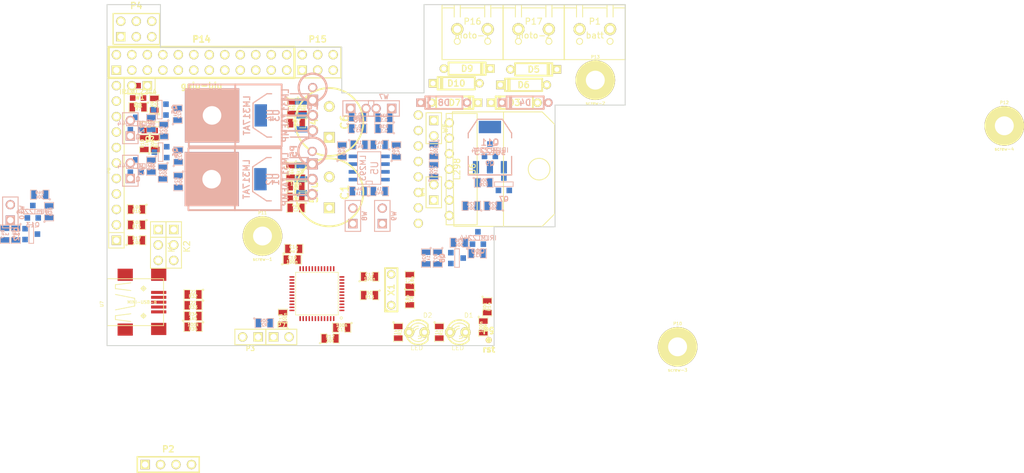
<source format=kicad_pcb>
(kicad_pcb (version 3) (host pcbnew "(2013-07-07 BZR 4022)-stable")

  (general
    (links 288)
    (no_connects 288)
    (area 127.606667 112.000001 333.919311 215.1602)
    (thickness 1.6)
    (drawings 55)
    (tracks 0)
    (zones 0)
    (modules 126)
    (nets 84)
  )

  (page A3)
  (layers
    (15 F.Cu signal)
    (0 B.Cu signal)
    (16 B.Adhes user)
    (17 F.Adhes user)
    (18 B.Paste user)
    (19 F.Paste user)
    (20 B.SilkS user)
    (21 F.SilkS user)
    (22 B.Mask user)
    (23 F.Mask user)
    (24 Dwgs.User user hide)
    (25 Cmts.User user)
    (26 Eco1.User user)
    (27 Eco2.User user)
    (28 Edge.Cuts user)
  )

  (setup
    (last_trace_width 0.254)
    (user_trace_width 0.4)
    (user_trace_width 0.6)
    (user_trace_width 0.8)
    (trace_clearance 0.2)
    (zone_clearance 0.508)
    (zone_45_only no)
    (trace_min 0.1524)
    (segment_width 0.2)
    (edge_width 0.15)
    (via_size 0.9)
    (via_drill 0.6)
    (via_min_size 0.8)
    (via_min_drill 0.5)
    (uvia_size 0.5)
    (uvia_drill 0.1)
    (uvias_allowed no)
    (uvia_min_size 0.5)
    (uvia_min_drill 0.1)
    (pcb_text_width 0.3)
    (pcb_text_size 1 1)
    (mod_edge_width 0.15)
    (mod_text_size 1 1)
    (mod_text_width 0.15)
    (pad_size 1.5 1.5)
    (pad_drill 1)
    (pad_to_mask_clearance 0)
    (aux_axis_origin 143.5 181)
    (visible_elements 7FFFFFFF)
    (pcbplotparams
      (layerselection 3178497)
      (usegerberextensions true)
      (excludeedgelayer true)
      (linewidth 0.150000)
      (plotframeref false)
      (viasonmask false)
      (mode 1)
      (useauxorigin false)
      (hpglpennumber 1)
      (hpglpenspeed 20)
      (hpglpendiameter 15)
      (hpglpenoverlay 2)
      (psnegative false)
      (psa4output false)
      (plotreference true)
      (plotvalue true)
      (plotothertext true)
      (plotinvisibletext false)
      (padsonsilk false)
      (subtractmaskfromsilk false)
      (outputformat 1)
      (mirror false)
      (drillshape 1)
      (scaleselection 1)
      (outputdirectory ""))
  )

  (net 0 "")
  (net 1 /+5V)
  (net 2 /addon-5V)
  (net 3 /addon-pwr-en)
  (net 4 /addon-trigger)
  (net 5 /addon-vdd)
  (net 6 /batt+)
  (net 7 /cur-sense-1)
  (net 8 /cur-sense-2)
  (net 9 /d+)
  (net 10 /d-)
  (net 11 /gpio-1)
  (net 12 /gpio-2)
  (net 13 /gpio-3)
  (net 14 /gpio-4)
  (net 15 /gpio-5)
  (net 16 /gpio-6)
  (net 17 /gpio-7)
  (net 18 /gpio-8)
  (net 19 /gpio-9)
  (net 20 /in-moto1)
  (net 21 /in-moto2)
  (net 22 /in-moto3)
  (net 23 /in-moto4)
  (net 24 /led1)
  (net 25 /led2)
  (net 26 /moto-en)
  (net 27 /moto-en-1)
  (net 28 /moto-en-2)
  (net 29 /out1)
  (net 30 /out2)
  (net 31 /out3)
  (net 32 /out4)
  (net 33 /rpi-pwr-en)
  (net 34 /rx)
  (net 35 /scl-int)
  (net 36 /scl-rpi)
  (net 37 /sda-int)
  (net 38 /sda-rpi)
  (net 39 /swd-clk)
  (net 40 /swd-io)
  (net 41 /trigger-button)
  (net 42 /tx)
  (net 43 /usb-connected)
  (net 44 /usb-power)
  (net 45 GND)
  (net 46 N-0000010)
  (net 47 N-0000011)
  (net 48 N-0000012)
  (net 49 N-0000013)
  (net 50 N-0000014)
  (net 51 N-0000016)
  (net 52 N-000002)
  (net 53 N-0000024)
  (net 54 N-0000029)
  (net 55 N-0000030)
  (net 56 N-0000031)
  (net 57 N-0000032)
  (net 58 N-000004)
  (net 59 N-0000042)
  (net 60 N-0000043)
  (net 61 N-0000044)
  (net 62 N-000005)
  (net 63 N-0000051)
  (net 64 N-0000052)
  (net 65 N-0000055)
  (net 66 N-000006)
  (net 67 N-0000061)
  (net 68 N-0000066)
  (net 69 N-0000067)
  (net 70 N-0000069)
  (net 71 N-0000070)
  (net 72 N-0000071)
  (net 73 N-0000072)
  (net 74 N-0000074)
  (net 75 N-0000079)
  (net 76 N-000008)
  (net 77 N-0000082)
  (net 78 N-0000083)
  (net 79 N-0000084)
  (net 80 N-0000085)
  (net 81 N-000009)
  (net 82 N-0000092)
  (net 83 VDD)

  (net_class Default "This is the default net class."
    (clearance 0.2)
    (trace_width 0.254)
    (via_dia 0.9)
    (via_drill 0.6)
    (uvia_dia 0.5)
    (uvia_drill 0.1)
    (add_net "")
    (add_net /+5V)
    (add_net /addon-5V)
    (add_net /addon-pwr-en)
    (add_net /addon-trigger)
    (add_net /addon-vdd)
    (add_net /batt+)
    (add_net /cur-sense-1)
    (add_net /cur-sense-2)
    (add_net /d+)
    (add_net /d-)
    (add_net /gpio-1)
    (add_net /gpio-2)
    (add_net /gpio-3)
    (add_net /gpio-4)
    (add_net /gpio-5)
    (add_net /gpio-6)
    (add_net /gpio-7)
    (add_net /gpio-8)
    (add_net /gpio-9)
    (add_net /in-moto1)
    (add_net /in-moto2)
    (add_net /in-moto3)
    (add_net /in-moto4)
    (add_net /led1)
    (add_net /led2)
    (add_net /moto-en)
    (add_net /moto-en-1)
    (add_net /moto-en-2)
    (add_net /out1)
    (add_net /out2)
    (add_net /out3)
    (add_net /out4)
    (add_net /rpi-pwr-en)
    (add_net /rx)
    (add_net /scl-int)
    (add_net /scl-rpi)
    (add_net /sda-int)
    (add_net /sda-rpi)
    (add_net /swd-clk)
    (add_net /swd-io)
    (add_net /trigger-button)
    (add_net /tx)
    (add_net /usb-connected)
    (add_net /usb-power)
    (add_net GND)
    (add_net N-0000010)
    (add_net N-0000011)
    (add_net N-0000012)
    (add_net N-0000013)
    (add_net N-0000014)
    (add_net N-0000016)
    (add_net N-000002)
    (add_net N-0000024)
    (add_net N-0000029)
    (add_net N-0000030)
    (add_net N-0000031)
    (add_net N-0000032)
    (add_net N-000004)
    (add_net N-0000042)
    (add_net N-0000043)
    (add_net N-0000044)
    (add_net N-000005)
    (add_net N-0000051)
    (add_net N-0000052)
    (add_net N-0000055)
    (add_net N-000006)
    (add_net N-0000061)
    (add_net N-0000066)
    (add_net N-0000067)
    (add_net N-0000069)
    (add_net N-0000070)
    (add_net N-0000071)
    (add_net N-0000072)
    (add_net N-0000074)
    (add_net N-0000079)
    (add_net N-000008)
    (add_net N-0000082)
    (add_net N-0000083)
    (add_net N-0000084)
    (add_net N-0000085)
    (add_net N-000009)
    (add_net N-0000092)
    (add_net VDD)
  )

  (net_class Power ""
    (clearance 0.2)
    (trace_width 0.5)
    (via_dia 1)
    (via_drill 0.7)
    (uvia_dia 0.5)
    (uvia_drill 0.1)
  )

  (module SOT23GDS (layer F.Cu) (tedit 50911E03) (tstamp 52A36574)
    (at 148.59 139.319 180)
    (descr "Module CMS SOT23 Transistore EBC")
    (tags "CMS SOT")
    (path /52A1ABF1)
    (attr smd)
    (fp_text reference Q1 (at 0 -2.159 180) (layer F.SilkS)
      (effects (font (size 0.762 0.762) (thickness 0.12954)))
    )
    (fp_text value IRLML2244 (at 0 0 180) (layer F.SilkS)
      (effects (font (size 0.762 0.762) (thickness 0.12954)))
    )
    (fp_line (start -1.524 -0.381) (end 1.524 -0.381) (layer F.SilkS) (width 0.11938))
    (fp_line (start 1.524 -0.381) (end 1.524 0.381) (layer F.SilkS) (width 0.11938))
    (fp_line (start 1.524 0.381) (end -1.524 0.381) (layer F.SilkS) (width 0.11938))
    (fp_line (start -1.524 0.381) (end -1.524 -0.381) (layer F.SilkS) (width 0.11938))
    (pad S smd rect (at -0.889 -1.016 180) (size 0.9144 0.9144)
      (layers F.Cu F.Paste F.Mask)
      (net 1 /+5V)
    )
    (pad G smd rect (at 0.889 -1.016 180) (size 0.9144 0.9144)
      (layers F.Cu F.Paste F.Mask)
      (net 66 N-000006)
    )
    (pad D smd rect (at 0 1.016 180) (size 0.9144 0.9144)
      (layers F.Cu F.Paste F.Mask)
      (net 52 N-000002)
    )
    (model smd/cms_sot23.wrl
      (at (xyz 0 0 0))
      (scale (xyz 0.13 0.15 0.15))
      (rotate (xyz 0 0 0))
    )
  )

  (module SOT23GDS (layer B.Cu) (tedit 50911E03) (tstamp 52A3657F)
    (at 148.209 151.511)
    (descr "Module CMS SOT23 Transistore EBC")
    (tags "CMS SOT")
    (path /52A0FAF6)
    (attr smd)
    (fp_text reference Q4 (at 0 2.159) (layer B.SilkS)
      (effects (font (size 0.762 0.762) (thickness 0.12954)) (justify mirror))
    )
    (fp_text value IRLML2244 (at 0 0) (layer B.SilkS)
      (effects (font (size 0.762 0.762) (thickness 0.12954)) (justify mirror))
    )
    (fp_line (start -1.524 0.381) (end 1.524 0.381) (layer B.SilkS) (width 0.11938))
    (fp_line (start 1.524 0.381) (end 1.524 -0.381) (layer B.SilkS) (width 0.11938))
    (fp_line (start 1.524 -0.381) (end -1.524 -0.381) (layer B.SilkS) (width 0.11938))
    (fp_line (start -1.524 -0.381) (end -1.524 0.381) (layer B.SilkS) (width 0.11938))
    (pad S smd rect (at -0.889 1.016) (size 0.9144 0.9144)
      (layers B.Cu B.Paste B.Mask)
      (net 83 VDD)
    )
    (pad G smd rect (at 0.889 1.016) (size 0.9144 0.9144)
      (layers B.Cu B.Paste B.Mask)
      (net 48 N-0000012)
    )
    (pad D smd rect (at 0 -1.016) (size 0.9144 0.9144)
      (layers B.Cu B.Paste B.Mask)
      (net 5 /addon-vdd)
    )
    (model smd/cms_sot23.wrl
      (at (xyz 0 0 0))
      (scale (xyz 0.13 0.15 0.15))
      (rotate (xyz 0 0 0))
    )
  )

  (module SOT23GDS (layer B.Cu) (tedit 50911E03) (tstamp 52A3658A)
    (at 204.343 163.322)
    (descr "Module CMS SOT23 Transistore EBC")
    (tags "CMS SOT")
    (path /52A0CEC9)
    (attr smd)
    (fp_text reference Q10 (at 0 2.159) (layer B.SilkS)
      (effects (font (size 0.762 0.762) (thickness 0.12954)) (justify mirror))
    )
    (fp_text value IRLML2244 (at 0 0) (layer B.SilkS)
      (effects (font (size 0.762 0.762) (thickness 0.12954)) (justify mirror))
    )
    (fp_line (start -1.524 0.381) (end 1.524 0.381) (layer B.SilkS) (width 0.11938))
    (fp_line (start 1.524 0.381) (end 1.524 -0.381) (layer B.SilkS) (width 0.11938))
    (fp_line (start 1.524 -0.381) (end -1.524 -0.381) (layer B.SilkS) (width 0.11938))
    (fp_line (start -1.524 -0.381) (end -1.524 0.381) (layer B.SilkS) (width 0.11938))
    (pad S smd rect (at -0.889 1.016) (size 0.9144 0.9144)
      (layers B.Cu B.Paste B.Mask)
      (net 1 /+5V)
    )
    (pad G smd rect (at 0.889 1.016) (size 0.9144 0.9144)
      (layers B.Cu B.Paste B.Mask)
      (net 46 N-0000010)
    )
    (pad D smd rect (at 0 -1.016) (size 0.9144 0.9144)
      (layers B.Cu B.Paste B.Mask)
      (net 60 N-0000043)
    )
    (model smd/cms_sot23.wrl
      (at (xyz 0 0 0))
      (scale (xyz 0.13 0.15 0.15))
      (rotate (xyz 0 0 0))
    )
  )

  (module SOT23GDS (layer B.Cu) (tedit 50911E03) (tstamp 52A36595)
    (at 206.3115 148.9075)
    (descr "Module CMS SOT23 Transistore EBC")
    (tags "CMS SOT")
    (path /52A1A7D8)
    (attr smd)
    (fp_text reference Q9 (at 0 2.159) (layer B.SilkS)
      (effects (font (size 0.762 0.762) (thickness 0.12954)) (justify mirror))
    )
    (fp_text value IRLML2244 (at 0 0) (layer B.SilkS)
      (effects (font (size 0.762 0.762) (thickness 0.12954)) (justify mirror))
    )
    (fp_line (start -1.524 0.381) (end 1.524 0.381) (layer B.SilkS) (width 0.11938))
    (fp_line (start 1.524 0.381) (end 1.524 -0.381) (layer B.SilkS) (width 0.11938))
    (fp_line (start 1.524 -0.381) (end -1.524 -0.381) (layer B.SilkS) (width 0.11938))
    (fp_line (start -1.524 -0.381) (end -1.524 0.381) (layer B.SilkS) (width 0.11938))
    (pad S smd rect (at -0.889 1.016) (size 0.9144 0.9144)
      (layers B.Cu B.Paste B.Mask)
      (net 6 /batt+)
    )
    (pad G smd rect (at 0.889 1.016) (size 0.9144 0.9144)
      (layers B.Cu B.Paste B.Mask)
      (net 56 N-0000031)
    )
    (pad D smd rect (at 0 -1.016) (size 0.9144 0.9144)
      (layers B.Cu B.Paste B.Mask)
      (net 53 N-0000024)
    )
    (model smd/cms_sot23.wrl
      (at (xyz 0 0 0))
      (scale (xyz 0.13 0.15 0.15))
      (rotate (xyz 0 0 0))
    )
  )

  (module SOT23GDS (layer B.Cu) (tedit 50911E03) (tstamp 52A365A0)
    (at 131.318 159.004)
    (descr "Module CMS SOT23 Transistore EBC")
    (tags "CMS SOT")
    (path /52A36BB9)
    (attr smd)
    (fp_text reference Q13 (at 0 2.159) (layer B.SilkS)
      (effects (font (size 0.762 0.762) (thickness 0.12954)) (justify mirror))
    )
    (fp_text value irlml2244 (at 0 0) (layer B.SilkS)
      (effects (font (size 0.762 0.762) (thickness 0.12954)) (justify mirror))
    )
    (fp_line (start -1.524 0.381) (end 1.524 0.381) (layer B.SilkS) (width 0.11938))
    (fp_line (start 1.524 0.381) (end 1.524 -0.381) (layer B.SilkS) (width 0.11938))
    (fp_line (start 1.524 -0.381) (end -1.524 -0.381) (layer B.SilkS) (width 0.11938))
    (fp_line (start -1.524 -0.381) (end -1.524 0.381) (layer B.SilkS) (width 0.11938))
    (pad S smd rect (at -0.889 1.016) (size 0.9144 0.9144)
      (layers B.Cu B.Paste B.Mask)
      (net 51 N-0000016)
    )
    (pad G smd rect (at 0.889 1.016) (size 0.9144 0.9144)
      (layers B.Cu B.Paste B.Mask)
      (net 76 N-000008)
    )
    (pad D smd rect (at 0 -1.016) (size 0.9144 0.9144)
      (layers B.Cu B.Paste B.Mask)
      (net 6 /batt+)
    )
    (model smd/cms_sot23.wrl
      (at (xyz 0 0 0))
      (scale (xyz 0.13 0.15 0.15))
      (rotate (xyz 0 0 0))
    )
  )

  (module SOT23GDS (layer B.Cu) (tedit 50911E03) (tstamp 52A365AB)
    (at 148.209 144.526)
    (descr "Module CMS SOT23 Transistore EBC")
    (tags "CMS SOT")
    (path /52A0CF67)
    (attr smd)
    (fp_text reference Q3 (at 0 2.159) (layer B.SilkS)
      (effects (font (size 0.762 0.762) (thickness 0.12954)) (justify mirror))
    )
    (fp_text value IRLML2244 (at 0 0) (layer B.SilkS)
      (effects (font (size 0.762 0.762) (thickness 0.12954)) (justify mirror))
    )
    (fp_line (start -1.524 0.381) (end 1.524 0.381) (layer B.SilkS) (width 0.11938))
    (fp_line (start 1.524 0.381) (end 1.524 -0.381) (layer B.SilkS) (width 0.11938))
    (fp_line (start 1.524 -0.381) (end -1.524 -0.381) (layer B.SilkS) (width 0.11938))
    (fp_line (start -1.524 -0.381) (end -1.524 0.381) (layer B.SilkS) (width 0.11938))
    (pad S smd rect (at -0.889 1.016) (size 0.9144 0.9144)
      (layers B.Cu B.Paste B.Mask)
      (net 1 /+5V)
    )
    (pad G smd rect (at 0.889 1.016) (size 0.9144 0.9144)
      (layers B.Cu B.Paste B.Mask)
      (net 50 N-0000014)
    )
    (pad D smd rect (at 0 -1.016) (size 0.9144 0.9144)
      (layers B.Cu B.Paste B.Mask)
      (net 2 /addon-5V)
    )
    (model smd/cms_sot23.wrl
      (at (xyz 0 0 0))
      (scale (xyz 0.13 0.15 0.15))
      (rotate (xyz 0 0 0))
    )
  )

  (module SOT23EBC (layer B.Cu) (tedit 3F980186) (tstamp 52A365B6)
    (at 152.146 142.24 90)
    (descr "Module CMS SOT23 Transistore EBC")
    (tags "CMS SOT")
    (path /52A0CF2B)
    (attr smd)
    (fp_text reference Q5 (at 0 2.413 90) (layer B.SilkS)
      (effects (font (size 0.762 0.762) (thickness 0.2032)) (justify mirror))
    )
    (fp_text value BC847 (at 0 0 90) (layer B.SilkS) hide
      (effects (font (size 0.762 0.762) (thickness 0.2032)) (justify mirror))
    )
    (fp_line (start -1.524 0.381) (end 1.524 0.381) (layer B.SilkS) (width 0.127))
    (fp_line (start 1.524 0.381) (end 1.524 -0.381) (layer B.SilkS) (width 0.127))
    (fp_line (start 1.524 -0.381) (end -1.524 -0.381) (layer B.SilkS) (width 0.127))
    (fp_line (start -1.524 -0.381) (end -1.524 0.381) (layer B.SilkS) (width 0.127))
    (pad 1 smd rect (at -0.889 1.016 90) (size 0.9144 0.9144)
      (layers B.Cu B.Paste B.Mask)
      (net 45 GND)
    )
    (pad 2 smd rect (at 0.889 1.016 90) (size 0.9144 0.9144)
      (layers B.Cu B.Paste B.Mask)
      (net 68 N-0000066)
    )
    (pad 3 smd rect (at 0 -1.016 90) (size 0.9144 0.9144)
      (layers B.Cu B.Paste B.Mask)
      (net 81 N-000009)
    )
    (model smd/cms_sot23.wrl
      (at (xyz 0 0 0))
      (scale (xyz 0.13 0.15 0.15))
      (rotate (xyz 0 0 0))
    )
  )

  (module SOT23EBC (layer B.Cu) (tedit 3F980186) (tstamp 52A365C1)
    (at 152.273 149.225 90)
    (descr "Module CMS SOT23 Transistore EBC")
    (tags "CMS SOT")
    (path /52A0FAE4)
    (attr smd)
    (fp_text reference Q6 (at 0 2.413 90) (layer B.SilkS)
      (effects (font (size 0.762 0.762) (thickness 0.2032)) (justify mirror))
    )
    (fp_text value BC847 (at 0 0 90) (layer B.SilkS) hide
      (effects (font (size 0.762 0.762) (thickness 0.2032)) (justify mirror))
    )
    (fp_line (start -1.524 0.381) (end 1.524 0.381) (layer B.SilkS) (width 0.127))
    (fp_line (start 1.524 0.381) (end 1.524 -0.381) (layer B.SilkS) (width 0.127))
    (fp_line (start 1.524 -0.381) (end -1.524 -0.381) (layer B.SilkS) (width 0.127))
    (fp_line (start -1.524 -0.381) (end -1.524 0.381) (layer B.SilkS) (width 0.127))
    (pad 1 smd rect (at -0.889 1.016 90) (size 0.9144 0.9144)
      (layers B.Cu B.Paste B.Mask)
      (net 45 GND)
    )
    (pad 2 smd rect (at 0.889 1.016 90) (size 0.9144 0.9144)
      (layers B.Cu B.Paste B.Mask)
      (net 79 N-0000084)
    )
    (pad 3 smd rect (at 0 -1.016 90) (size 0.9144 0.9144)
      (layers B.Cu B.Paste B.Mask)
      (net 49 N-0000013)
    )
    (model smd/cms_sot23.wrl
      (at (xyz 0 0 0))
      (scale (xyz 0.13 0.15 0.15))
      (rotate (xyz 0 0 0))
    )
  )

  (module SOT23EBC (layer B.Cu) (tedit 3F980186) (tstamp 52A365CC)
    (at 131.064 162.687 270)
    (descr "Module CMS SOT23 Transistore EBC")
    (tags "CMS SOT")
    (path /52A36BC5)
    (attr smd)
    (fp_text reference Q12 (at 0 2.413 270) (layer B.SilkS)
      (effects (font (size 0.762 0.762) (thickness 0.2032)) (justify mirror))
    )
    (fp_text value bc857 (at 0 0 270) (layer B.SilkS) hide
      (effects (font (size 0.762 0.762) (thickness 0.2032)) (justify mirror))
    )
    (fp_line (start -1.524 0.381) (end 1.524 0.381) (layer B.SilkS) (width 0.127))
    (fp_line (start 1.524 0.381) (end 1.524 -0.381) (layer B.SilkS) (width 0.127))
    (fp_line (start 1.524 -0.381) (end -1.524 -0.381) (layer B.SilkS) (width 0.127))
    (fp_line (start -1.524 -0.381) (end -1.524 0.381) (layer B.SilkS) (width 0.127))
    (pad 1 smd rect (at -0.889 1.016 270) (size 0.9144 0.9144)
      (layers B.Cu B.Paste B.Mask)
      (net 57 N-0000032)
    )
    (pad 2 smd rect (at 0.889 1.016 270) (size 0.9144 0.9144)
      (layers B.Cu B.Paste B.Mask)
      (net 51 N-0000016)
    )
    (pad 3 smd rect (at 0 -1.016 270) (size 0.9144 0.9144)
      (layers B.Cu B.Paste B.Mask)
      (net 76 N-000008)
    )
    (model smd/cms_sot23.wrl
      (at (xyz 0 0 0))
      (scale (xyz 0.13 0.15 0.15))
      (rotate (xyz 0 0 0))
    )
  )

  (module SOT23EBC (layer B.Cu) (tedit 3F980186) (tstamp 52A365D7)
    (at 208.5975 154.4955)
    (descr "Module CMS SOT23 Transistore EBC")
    (tags "CMS SOT")
    (path /52A1A7C6)
    (attr smd)
    (fp_text reference Q7 (at 0 2.413) (layer B.SilkS)
      (effects (font (size 0.762 0.762) (thickness 0.2032)) (justify mirror))
    )
    (fp_text value BC847 (at 0 0) (layer B.SilkS) hide
      (effects (font (size 0.762 0.762) (thickness 0.2032)) (justify mirror))
    )
    (fp_line (start -1.524 0.381) (end 1.524 0.381) (layer B.SilkS) (width 0.127))
    (fp_line (start 1.524 0.381) (end 1.524 -0.381) (layer B.SilkS) (width 0.127))
    (fp_line (start 1.524 -0.381) (end -1.524 -0.381) (layer B.SilkS) (width 0.127))
    (fp_line (start -1.524 -0.381) (end -1.524 0.381) (layer B.SilkS) (width 0.127))
    (pad 1 smd rect (at -0.889 1.016) (size 0.9144 0.9144)
      (layers B.Cu B.Paste B.Mask)
      (net 54 N-0000029)
    )
    (pad 2 smd rect (at 0.889 1.016) (size 0.9144 0.9144)
      (layers B.Cu B.Paste B.Mask)
      (net 55 N-0000030)
    )
    (pad 3 smd rect (at 0 -1.016) (size 0.9144 0.9144)
      (layers B.Cu B.Paste B.Mask)
      (net 56 N-0000031)
    )
    (model smd/cms_sot23.wrl
      (at (xyz 0 0 0))
      (scale (xyz 0.13 0.15 0.15))
      (rotate (xyz 0 0 0))
    )
  )

  (module SOT23EBC (layer F.Cu) (tedit 3F980186) (tstamp 52A365E2)
    (at 150.495 144.653 180)
    (descr "Module CMS SOT23 Transistore EBC")
    (tags "CMS SOT")
    (path /52A1ABDF)
    (attr smd)
    (fp_text reference Q2 (at 0 -2.413 180) (layer F.SilkS)
      (effects (font (size 0.762 0.762) (thickness 0.2032)))
    )
    (fp_text value BC847 (at 0 0 180) (layer F.SilkS) hide
      (effects (font (size 0.762 0.762) (thickness 0.2032)))
    )
    (fp_line (start -1.524 -0.381) (end 1.524 -0.381) (layer F.SilkS) (width 0.127))
    (fp_line (start 1.524 -0.381) (end 1.524 0.381) (layer F.SilkS) (width 0.127))
    (fp_line (start 1.524 0.381) (end -1.524 0.381) (layer F.SilkS) (width 0.127))
    (fp_line (start -1.524 0.381) (end -1.524 -0.381) (layer F.SilkS) (width 0.127))
    (pad 1 smd rect (at -0.889 -1.016 180) (size 0.9144 0.9144)
      (layers F.Cu F.Paste F.Mask)
      (net 45 GND)
    )
    (pad 2 smd rect (at 0.889 -1.016 180) (size 0.9144 0.9144)
      (layers F.Cu F.Paste F.Mask)
      (net 62 N-000005)
    )
    (pad 3 smd rect (at 0 1.016 180) (size 0.9144 0.9144)
      (layers F.Cu F.Paste F.Mask)
      (net 58 N-000004)
    )
    (model smd/cms_sot23.wrl
      (at (xyz 0 0 0))
      (scale (xyz 0.13 0.15 0.15))
      (rotate (xyz 0 0 0))
    )
  )

  (module SOT23EBC (layer B.Cu) (tedit 3F980186) (tstamp 52A365ED)
    (at 200.914 166.624 270)
    (descr "Module CMS SOT23 Transistore EBC")
    (tags "CMS SOT")
    (path /52A0CEB1)
    (attr smd)
    (fp_text reference Q8 (at 0 2.413 270) (layer B.SilkS)
      (effects (font (size 0.762 0.762) (thickness 0.2032)) (justify mirror))
    )
    (fp_text value BC847 (at 0 0 270) (layer B.SilkS) hide
      (effects (font (size 0.762 0.762) (thickness 0.2032)) (justify mirror))
    )
    (fp_line (start -1.524 0.381) (end 1.524 0.381) (layer B.SilkS) (width 0.127))
    (fp_line (start 1.524 0.381) (end 1.524 -0.381) (layer B.SilkS) (width 0.127))
    (fp_line (start 1.524 -0.381) (end -1.524 -0.381) (layer B.SilkS) (width 0.127))
    (fp_line (start -1.524 -0.381) (end -1.524 0.381) (layer B.SilkS) (width 0.127))
    (pad 1 smd rect (at -0.889 1.016 270) (size 0.9144 0.9144)
      (layers B.Cu B.Paste B.Mask)
      (net 45 GND)
    )
    (pad 2 smd rect (at 0.889 1.016 270) (size 0.9144 0.9144)
      (layers B.Cu B.Paste B.Mask)
      (net 69 N-0000067)
    )
    (pad 3 smd rect (at 0 -1.016 270) (size 0.9144 0.9144)
      (layers B.Cu B.Paste B.Mask)
      (net 47 N-0000011)
    )
    (model smd/cms_sot23.wrl
      (at (xyz 0 0 0))
      (scale (xyz 0.13 0.15 0.15))
      (rotate (xyz 0 0 0))
    )
  )

  (module SOT223-GDSD   placed (layer B.Cu) (tedit 5214C6D1) (tstamp 52A365FD)
    (at 206.3115 148.3995 180)
    (descr "module CMS SOT223 4 pins")
    (tags "CMS SOT")
    (path /52A1A7FC)
    (attr smd)
    (fp_text reference Q11 (at 0 0.762 180) (layer B.SilkS)
      (effects (font (size 1.016 1.016) (thickness 0.2032)) (justify mirror))
    )
    (fp_text value sot223 (at 0 -0.762 180) (layer B.SilkS)
      (effects (font (size 1.016 1.016) (thickness 0.2032)) (justify mirror))
    )
    (fp_line (start -3.556 -1.524) (end -3.556 -4.572) (layer B.SilkS) (width 0.2032))
    (fp_line (start -3.556 -4.572) (end 3.556 -4.572) (layer B.SilkS) (width 0.2032))
    (fp_line (start 3.556 -4.572) (end 3.556 -1.524) (layer B.SilkS) (width 0.2032))
    (fp_line (start -3.556 1.524) (end -3.556 2.286) (layer B.SilkS) (width 0.2032))
    (fp_line (start -3.556 2.286) (end -2.032 4.572) (layer B.SilkS) (width 0.2032))
    (fp_line (start -2.032 4.572) (end 2.032 4.572) (layer B.SilkS) (width 0.2032))
    (fp_line (start 2.032 4.572) (end 3.556 2.286) (layer B.SilkS) (width 0.2032))
    (fp_line (start 3.556 2.286) (end 3.556 1.524) (layer B.SilkS) (width 0.2032))
    (pad D smd rect (at 0 3.302 180) (size 3.6576 2.032)
      (layers B.Cu B.Paste B.Mask)
      (net 53 N-0000024)
    )
    (pad D smd rect (at 0 -3.302 180) (size 1.016 2.032)
      (layers B.Cu B.Paste B.Mask)
      (net 53 N-0000024)
    )
    (pad S smd rect (at 2.286 -3.302 180) (size 1.016 2.032)
      (layers B.Cu B.Paste B.Mask)
      (net 6 /batt+)
    )
    (pad G smd rect (at -2.286 -3.302 180) (size 1.016 2.032)
      (layers B.Cu B.Paste B.Mask)
      (net 56 N-0000031)
    )
    (model smd/SOT223.wrl
      (at (xyz 0 0 0))
      (scale (xyz 0.4 0.4 0.4))
      (rotate (xyz 0 0 0))
    )
  )

  (module SO8E   placed (layer B.Cu) (tedit 4F33A5C7) (tstamp 52A36611)
    (at 186.4995 151.8285 90)
    (descr "module CMS SOJ 8 pins etroit")
    (tags "CMS SOJ")
    (path /52A3B451)
    (attr smd)
    (fp_text reference U5 (at 0 0.889 90) (layer B.SilkS)
      (effects (font (size 1.143 1.143) (thickness 0.1524)) (justify mirror))
    )
    (fp_text value LM293 (at 0 -1.016 90) (layer B.SilkS)
      (effects (font (size 0.889 0.889) (thickness 0.1524)) (justify mirror))
    )
    (fp_line (start -2.667 -1.778) (end -2.667 -1.905) (layer B.SilkS) (width 0.127))
    (fp_line (start -2.667 -1.905) (end 2.667 -1.905) (layer B.SilkS) (width 0.127))
    (fp_line (start 2.667 1.905) (end -2.667 1.905) (layer B.SilkS) (width 0.127))
    (fp_line (start -2.667 1.905) (end -2.667 -1.778) (layer B.SilkS) (width 0.127))
    (fp_line (start -2.667 0.508) (end -2.159 0.508) (layer B.SilkS) (width 0.127))
    (fp_line (start -2.159 0.508) (end -2.159 -0.508) (layer B.SilkS) (width 0.127))
    (fp_line (start -2.159 -0.508) (end -2.667 -0.508) (layer B.SilkS) (width 0.127))
    (fp_line (start 2.667 1.905) (end 2.667 -1.905) (layer B.SilkS) (width 0.127))
    (pad 8 smd rect (at -1.905 2.667 90) (size 0.59944 1.39954)
      (layers B.Cu B.Paste B.Mask)
      (net 83 VDD)
    )
    (pad 1 smd rect (at -1.905 -2.667 90) (size 0.59944 1.39954)
      (layers B.Cu B.Paste B.Mask)
      (net 28 /moto-en-2)
    )
    (pad 7 smd rect (at -0.635 2.667 90) (size 0.59944 1.39954)
      (layers B.Cu B.Paste B.Mask)
      (net 27 /moto-en-1)
    )
    (pad 6 smd rect (at 0.635 2.667 90) (size 0.59944 1.39954)
      (layers B.Cu B.Paste B.Mask)
      (net 7 /cur-sense-1)
    )
    (pad 5 smd rect (at 1.905 2.667 90) (size 0.59944 1.39954)
      (layers B.Cu B.Paste B.Mask)
      (net 59 N-0000042)
    )
    (pad 2 smd rect (at -0.635 -2.667 90) (size 0.59944 1.39954)
      (layers B.Cu B.Paste B.Mask)
      (net 8 /cur-sense-2)
    )
    (pad 3 smd rect (at 0.635 -2.667 90) (size 0.59944 1.39954)
      (layers B.Cu B.Paste B.Mask)
      (net 61 N-0000044)
    )
    (pad 4 smd rect (at 1.905 -2.667 90) (size 0.59944 1.39954)
      (layers B.Cu B.Paste B.Mask)
      (net 45 GND)
    )
    (model smd/cms_so8.wrl
      (at (xyz 0 0 0))
      (scale (xyz 0.5 0.32 0.5))
      (rotate (xyz 0 0 0))
    )
  )

  (module SM0805 (layer B.Cu) (tedit 5091495C) (tstamp 52A3661E)
    (at 184.5945 143.4465)
    (path /52A3C4F9)
    (attr smd)
    (fp_text reference R39 (at 0 0.3175) (layer B.SilkS)
      (effects (font (size 0.50038 0.50038) (thickness 0.10922)) (justify mirror))
    )
    (fp_text value 0.1 (at 0 -0.381) (layer B.SilkS)
      (effects (font (size 0.50038 0.50038) (thickness 0.10922)) (justify mirror))
    )
    (fp_circle (center -1.651 -0.762) (end -1.651 -0.635) (layer B.SilkS) (width 0.09906))
    (fp_line (start -0.508 -0.762) (end -1.524 -0.762) (layer B.SilkS) (width 0.09906))
    (fp_line (start -1.524 -0.762) (end -1.524 0.762) (layer B.SilkS) (width 0.09906))
    (fp_line (start -1.524 0.762) (end -0.508 0.762) (layer B.SilkS) (width 0.09906))
    (fp_line (start 0.508 0.762) (end 1.524 0.762) (layer B.SilkS) (width 0.09906))
    (fp_line (start 1.524 0.762) (end 1.524 -0.762) (layer B.SilkS) (width 0.09906))
    (fp_line (start 1.524 -0.762) (end 0.508 -0.762) (layer B.SilkS) (width 0.09906))
    (pad 1 smd rect (at -0.9525 0) (size 0.889 1.397)
      (layers B.Cu B.Paste B.Mask)
      (net 7 /cur-sense-1)
    )
    (pad 2 smd rect (at 0.9525 0) (size 0.889 1.397)
      (layers B.Cu B.Paste B.Mask)
      (net 45 GND)
    )
    (model smd/chip_cms.wrl
      (at (xyz 0 0 0))
      (scale (xyz 0.1 0.1 0.1))
      (rotate (xyz 0 0 0))
    )
  )

  (module SM0805 (layer F.Cu) (tedit 5091495C) (tstamp 52A3662B)
    (at 174.498 154.813 180)
    (path /52A0D113)
    (attr smd)
    (fp_text reference C3 (at 0 -0.3175 180) (layer F.SilkS)
      (effects (font (size 0.50038 0.50038) (thickness 0.10922)))
    )
    (fp_text value 100n (at 0 0.381 180) (layer F.SilkS)
      (effects (font (size 0.50038 0.50038) (thickness 0.10922)))
    )
    (fp_circle (center -1.651 0.762) (end -1.651 0.635) (layer F.SilkS) (width 0.09906))
    (fp_line (start -0.508 0.762) (end -1.524 0.762) (layer F.SilkS) (width 0.09906))
    (fp_line (start -1.524 0.762) (end -1.524 -0.762) (layer F.SilkS) (width 0.09906))
    (fp_line (start -1.524 -0.762) (end -0.508 -0.762) (layer F.SilkS) (width 0.09906))
    (fp_line (start 0.508 -0.762) (end 1.524 -0.762) (layer F.SilkS) (width 0.09906))
    (fp_line (start 1.524 -0.762) (end 1.524 0.762) (layer F.SilkS) (width 0.09906))
    (fp_line (start 1.524 0.762) (end 0.508 0.762) (layer F.SilkS) (width 0.09906))
    (pad 1 smd rect (at -0.9525 0 180) (size 0.889 1.397)
      (layers F.Cu F.Paste F.Mask)
      (net 83 VDD)
    )
    (pad 2 smd rect (at 0.9525 0 180) (size 0.889 1.397)
      (layers F.Cu F.Paste F.Mask)
      (net 45 GND)
    )
    (model smd/chip_cms.wrl
      (at (xyz 0 0 0))
      (scale (xyz 0.1 0.1 0.1))
      (rotate (xyz 0 0 0))
    )
  )

  (module SM0805 (layer B.Cu) (tedit 5091495C) (tstamp 52A36638)
    (at 152.781 145.669 270)
    (path /52A0CF37)
    (attr smd)
    (fp_text reference R20 (at 0 0.3175 270) (layer B.SilkS)
      (effects (font (size 0.50038 0.50038) (thickness 0.10922)) (justify mirror))
    )
    (fp_text value 30k (at 0 -0.381 270) (layer B.SilkS)
      (effects (font (size 0.50038 0.50038) (thickness 0.10922)) (justify mirror))
    )
    (fp_circle (center -1.651 -0.762) (end -1.651 -0.635) (layer B.SilkS) (width 0.09906))
    (fp_line (start -0.508 -0.762) (end -1.524 -0.762) (layer B.SilkS) (width 0.09906))
    (fp_line (start -1.524 -0.762) (end -1.524 0.762) (layer B.SilkS) (width 0.09906))
    (fp_line (start -1.524 0.762) (end -0.508 0.762) (layer B.SilkS) (width 0.09906))
    (fp_line (start 0.508 0.762) (end 1.524 0.762) (layer B.SilkS) (width 0.09906))
    (fp_line (start 1.524 0.762) (end 1.524 -0.762) (layer B.SilkS) (width 0.09906))
    (fp_line (start 1.524 -0.762) (end 0.508 -0.762) (layer B.SilkS) (width 0.09906))
    (pad 1 smd rect (at -0.9525 0 270) (size 0.889 1.397)
      (layers B.Cu B.Paste B.Mask)
      (net 81 N-000009)
    )
    (pad 2 smd rect (at 0.9525 0 270) (size 0.889 1.397)
      (layers B.Cu B.Paste B.Mask)
      (net 1 /+5V)
    )
    (model smd/chip_cms.wrl
      (at (xyz 0 0 0))
      (scale (xyz 0.1 0.1 0.1))
      (rotate (xyz 0 0 0))
    )
  )

  (module SM0805 (layer F.Cu) (tedit 5091495C) (tstamp 52A36645)
    (at 174.5615 144.4625 180)
    (path /52A12B27)
    (attr smd)
    (fp_text reference C4 (at 0 -0.3175 180) (layer F.SilkS)
      (effects (font (size 0.50038 0.50038) (thickness 0.10922)))
    )
    (fp_text value 4u7 (at 0 0.381 180) (layer F.SilkS)
      (effects (font (size 0.50038 0.50038) (thickness 0.10922)))
    )
    (fp_circle (center -1.651 0.762) (end -1.651 0.635) (layer F.SilkS) (width 0.09906))
    (fp_line (start -0.508 0.762) (end -1.524 0.762) (layer F.SilkS) (width 0.09906))
    (fp_line (start -1.524 0.762) (end -1.524 -0.762) (layer F.SilkS) (width 0.09906))
    (fp_line (start -1.524 -0.762) (end -0.508 -0.762) (layer F.SilkS) (width 0.09906))
    (fp_line (start 0.508 -0.762) (end 1.524 -0.762) (layer F.SilkS) (width 0.09906))
    (fp_line (start 1.524 -0.762) (end 1.524 0.762) (layer F.SilkS) (width 0.09906))
    (fp_line (start 1.524 0.762) (end 0.508 0.762) (layer F.SilkS) (width 0.09906))
    (pad 1 smd rect (at -0.9525 0 180) (size 0.889 1.397)
      (layers F.Cu F.Paste F.Mask)
      (net 77 N-0000082)
    )
    (pad 2 smd rect (at 0.9525 0 180) (size 0.889 1.397)
      (layers F.Cu F.Paste F.Mask)
      (net 45 GND)
    )
    (model smd/chip_cms.wrl
      (at (xyz 0 0 0))
      (scale (xyz 0.1 0.1 0.1))
      (rotate (xyz 0 0 0))
    )
  )

  (module SM0805 (layer B.Cu) (tedit 5091495C) (tstamp 52A36652)
    (at 155.067 143.002 90)
    (path /52A0CF1F)
    (attr smd)
    (fp_text reference R22 (at 0 0.3175 90) (layer B.SilkS)
      (effects (font (size 0.50038 0.50038) (thickness 0.10922)) (justify mirror))
    )
    (fp_text value 1k (at 0 -0.381 90) (layer B.SilkS)
      (effects (font (size 0.50038 0.50038) (thickness 0.10922)) (justify mirror))
    )
    (fp_circle (center -1.651 -0.762) (end -1.651 -0.635) (layer B.SilkS) (width 0.09906))
    (fp_line (start -0.508 -0.762) (end -1.524 -0.762) (layer B.SilkS) (width 0.09906))
    (fp_line (start -1.524 -0.762) (end -1.524 0.762) (layer B.SilkS) (width 0.09906))
    (fp_line (start -1.524 0.762) (end -0.508 0.762) (layer B.SilkS) (width 0.09906))
    (fp_line (start 0.508 0.762) (end 1.524 0.762) (layer B.SilkS) (width 0.09906))
    (fp_line (start 1.524 0.762) (end 1.524 -0.762) (layer B.SilkS) (width 0.09906))
    (fp_line (start 1.524 -0.762) (end 0.508 -0.762) (layer B.SilkS) (width 0.09906))
    (pad 1 smd rect (at -0.9525 0 90) (size 0.889 1.397)
      (layers B.Cu B.Paste B.Mask)
      (net 3 /addon-pwr-en)
    )
    (pad 2 smd rect (at 0.9525 0 90) (size 0.889 1.397)
      (layers B.Cu B.Paste B.Mask)
      (net 68 N-0000066)
    )
    (model smd/chip_cms.wrl
      (at (xyz 0 0 0))
      (scale (xyz 0.1 0.1 0.1))
      (rotate (xyz 0 0 0))
    )
  )

  (module SM0805 (layer F.Cu) (tedit 5091495C) (tstamp 52A3665F)
    (at 173.609 152.4 270)
    (path /52A0D0FB)
    (attr smd)
    (fp_text reference R4 (at 0 -0.3175 270) (layer F.SilkS)
      (effects (font (size 0.50038 0.50038) (thickness 0.10922)))
    )
    (fp_text value 3k3 (at 0 0.381 270) (layer F.SilkS)
      (effects (font (size 0.50038 0.50038) (thickness 0.10922)))
    )
    (fp_circle (center -1.651 0.762) (end -1.651 0.635) (layer F.SilkS) (width 0.09906))
    (fp_line (start -0.508 0.762) (end -1.524 0.762) (layer F.SilkS) (width 0.09906))
    (fp_line (start -1.524 0.762) (end -1.524 -0.762) (layer F.SilkS) (width 0.09906))
    (fp_line (start -1.524 -0.762) (end -0.508 -0.762) (layer F.SilkS) (width 0.09906))
    (fp_line (start 0.508 -0.762) (end 1.524 -0.762) (layer F.SilkS) (width 0.09906))
    (fp_line (start 1.524 -0.762) (end 1.524 0.762) (layer F.SilkS) (width 0.09906))
    (fp_line (start 1.524 0.762) (end 0.508 0.762) (layer F.SilkS) (width 0.09906))
    (pad 1 smd rect (at -0.9525 0 270) (size 0.889 1.397)
      (layers F.Cu F.Paste F.Mask)
      (net 80 N-0000085)
    )
    (pad 2 smd rect (at 0.9525 0 270) (size 0.889 1.397)
      (layers F.Cu F.Paste F.Mask)
      (net 45 GND)
    )
    (model smd/chip_cms.wrl
      (at (xyz 0 0 0))
      (scale (xyz 0.1 0.1 0.1))
      (rotate (xyz 0 0 0))
    )
  )

  (module SM0805 (layer F.Cu) (tedit 5091495C) (tstamp 52A3666C)
    (at 148.59 141.859 180)
    (path /52A4217B)
    (attr smd)
    (fp_text reference R7 (at 0 -0.3175 180) (layer F.SilkS)
      (effects (font (size 0.50038 0.50038) (thickness 0.10922)))
    )
    (fp_text value 30k (at 0 0.381 180) (layer F.SilkS)
      (effects (font (size 0.50038 0.50038) (thickness 0.10922)))
    )
    (fp_circle (center -1.651 0.762) (end -1.651 0.635) (layer F.SilkS) (width 0.09906))
    (fp_line (start -0.508 0.762) (end -1.524 0.762) (layer F.SilkS) (width 0.09906))
    (fp_line (start -1.524 0.762) (end -1.524 -0.762) (layer F.SilkS) (width 0.09906))
    (fp_line (start -1.524 -0.762) (end -0.508 -0.762) (layer F.SilkS) (width 0.09906))
    (fp_line (start 0.508 -0.762) (end 1.524 -0.762) (layer F.SilkS) (width 0.09906))
    (fp_line (start 1.524 -0.762) (end 1.524 0.762) (layer F.SilkS) (width 0.09906))
    (fp_line (start 1.524 0.762) (end 0.508 0.762) (layer F.SilkS) (width 0.09906))
    (pad 1 smd rect (at -0.9525 0 180) (size 0.889 1.397)
      (layers F.Cu F.Paste F.Mask)
      (net 58 N-000004)
    )
    (pad 2 smd rect (at 0.9525 0 180) (size 0.889 1.397)
      (layers F.Cu F.Paste F.Mask)
      (net 66 N-000006)
    )
    (model smd/chip_cms.wrl
      (at (xyz 0 0 0))
      (scale (xyz 0.1 0.1 0.1))
      (rotate (xyz 0 0 0))
    )
  )

  (module SM0805 (layer F.Cu) (tedit 5091495C) (tstamp 52A36679)
    (at 173.7995 141.9225 270)
    (path /52A12B0F)
    (attr smd)
    (fp_text reference R6 (at 0 -0.3175 270) (layer F.SilkS)
      (effects (font (size 0.50038 0.50038) (thickness 0.10922)))
    )
    (fp_text value 1k (at 0 0.381 270) (layer F.SilkS)
      (effects (font (size 0.50038 0.50038) (thickness 0.10922)))
    )
    (fp_circle (center -1.651 0.762) (end -1.651 0.635) (layer F.SilkS) (width 0.09906))
    (fp_line (start -0.508 0.762) (end -1.524 0.762) (layer F.SilkS) (width 0.09906))
    (fp_line (start -1.524 0.762) (end -1.524 -0.762) (layer F.SilkS) (width 0.09906))
    (fp_line (start -1.524 -0.762) (end -0.508 -0.762) (layer F.SilkS) (width 0.09906))
    (fp_line (start 0.508 -0.762) (end 1.524 -0.762) (layer F.SilkS) (width 0.09906))
    (fp_line (start 1.524 -0.762) (end 1.524 0.762) (layer F.SilkS) (width 0.09906))
    (fp_line (start 1.524 0.762) (end 0.508 0.762) (layer F.SilkS) (width 0.09906))
    (pad 1 smd rect (at -0.9525 0 270) (size 0.889 1.397)
      (layers F.Cu F.Paste F.Mask)
      (net 78 N-0000083)
    )
    (pad 2 smd rect (at 0.9525 0 270) (size 0.889 1.397)
      (layers F.Cu F.Paste F.Mask)
      (net 45 GND)
    )
    (model smd/chip_cms.wrl
      (at (xyz 0 0 0))
      (scale (xyz 0.1 0.1 0.1))
      (rotate (xyz 0 0 0))
    )
  )

  (module SM0805 (layer B.Cu) (tedit 5091495C) (tstamp 52A36693)
    (at 188.1505 155.6385)
    (path /52A3F1FC)
    (attr smd)
    (fp_text reference R45 (at 0 0.3175) (layer B.SilkS)
      (effects (font (size 0.50038 0.50038) (thickness 0.10922)) (justify mirror))
    )
    (fp_text value 1k (at 0 -0.381) (layer B.SilkS)
      (effects (font (size 0.50038 0.50038) (thickness 0.10922)) (justify mirror))
    )
    (fp_circle (center -1.651 -0.762) (end -1.651 -0.635) (layer B.SilkS) (width 0.09906))
    (fp_line (start -0.508 -0.762) (end -1.524 -0.762) (layer B.SilkS) (width 0.09906))
    (fp_line (start -1.524 -0.762) (end -1.524 0.762) (layer B.SilkS) (width 0.09906))
    (fp_line (start -1.524 0.762) (end -0.508 0.762) (layer B.SilkS) (width 0.09906))
    (fp_line (start 0.508 0.762) (end 1.524 0.762) (layer B.SilkS) (width 0.09906))
    (fp_line (start 1.524 0.762) (end 1.524 -0.762) (layer B.SilkS) (width 0.09906))
    (fp_line (start 1.524 -0.762) (end 0.508 -0.762) (layer B.SilkS) (width 0.09906))
    (pad 1 smd rect (at -0.9525 0) (size 0.889 1.397)
      (layers B.Cu B.Paste B.Mask)
      (net 26 /moto-en)
    )
    (pad 2 smd rect (at 0.9525 0) (size 0.889 1.397)
      (layers B.Cu B.Paste B.Mask)
      (net 27 /moto-en-1)
    )
    (model smd/chip_cms.wrl
      (at (xyz 0 0 0))
      (scale (xyz 0.1 0.1 0.1))
      (rotate (xyz 0 0 0))
    )
  )

  (module SM0805 (layer F.Cu) (tedit 5091495C) (tstamp 52A366A0)
    (at 175.26 152.4 270)
    (path /52A0D0EF)
    (attr smd)
    (fp_text reference R5 (at 0 -0.3175 270) (layer F.SilkS)
      (effects (font (size 0.50038 0.50038) (thickness 0.10922)))
    )
    (fp_text value 5k1 (at 0 0.381 270) (layer F.SilkS)
      (effects (font (size 0.50038 0.50038) (thickness 0.10922)))
    )
    (fp_circle (center -1.651 0.762) (end -1.651 0.635) (layer F.SilkS) (width 0.09906))
    (fp_line (start -0.508 0.762) (end -1.524 0.762) (layer F.SilkS) (width 0.09906))
    (fp_line (start -1.524 0.762) (end -1.524 -0.762) (layer F.SilkS) (width 0.09906))
    (fp_line (start -1.524 -0.762) (end -0.508 -0.762) (layer F.SilkS) (width 0.09906))
    (fp_line (start 0.508 -0.762) (end 1.524 -0.762) (layer F.SilkS) (width 0.09906))
    (fp_line (start 1.524 -0.762) (end 1.524 0.762) (layer F.SilkS) (width 0.09906))
    (fp_line (start 1.524 0.762) (end 0.508 0.762) (layer F.SilkS) (width 0.09906))
    (pad 1 smd rect (at -0.9525 0 270) (size 0.889 1.397)
      (layers F.Cu F.Paste F.Mask)
      (net 80 N-0000085)
    )
    (pad 2 smd rect (at 0.9525 0 270) (size 0.889 1.397)
      (layers F.Cu F.Paste F.Mask)
      (net 83 VDD)
    )
    (model smd/chip_cms.wrl
      (at (xyz 0 0 0))
      (scale (xyz 0.1 0.1 0.1))
      (rotate (xyz 0 0 0))
    )
  )

  (module SM0805 (layer F.Cu) (tedit 5091495C) (tstamp 52A366AD)
    (at 148.336 161.163 180)
    (path /52A0D0B0)
    (attr smd)
    (fp_text reference R15 (at 0 -0.3175 180) (layer F.SilkS)
      (effects (font (size 0.50038 0.50038) (thickness 0.10922)))
    )
    (fp_text value 10k (at 0 0.381 180) (layer F.SilkS)
      (effects (font (size 0.50038 0.50038) (thickness 0.10922)))
    )
    (fp_circle (center -1.651 0.762) (end -1.651 0.635) (layer F.SilkS) (width 0.09906))
    (fp_line (start -0.508 0.762) (end -1.524 0.762) (layer F.SilkS) (width 0.09906))
    (fp_line (start -1.524 0.762) (end -1.524 -0.762) (layer F.SilkS) (width 0.09906))
    (fp_line (start -1.524 -0.762) (end -0.508 -0.762) (layer F.SilkS) (width 0.09906))
    (fp_line (start 0.508 -0.762) (end 1.524 -0.762) (layer F.SilkS) (width 0.09906))
    (fp_line (start 1.524 -0.762) (end 1.524 0.762) (layer F.SilkS) (width 0.09906))
    (fp_line (start 1.524 0.762) (end 0.508 0.762) (layer F.SilkS) (width 0.09906))
    (pad 1 smd rect (at -0.9525 0 180) (size 0.889 1.397)
      (layers F.Cu F.Paste F.Mask)
      (net 5 /addon-vdd)
    )
    (pad 2 smd rect (at 0.9525 0 180) (size 0.889 1.397)
      (layers F.Cu F.Paste F.Mask)
      (net 37 /sda-int)
    )
    (model smd/chip_cms.wrl
      (at (xyz 0 0 0))
      (scale (xyz 0.1 0.1 0.1))
      (rotate (xyz 0 0 0))
    )
  )

  (module SM0805 (layer F.Cu) (tedit 5091495C) (tstamp 52A366BA)
    (at 205.867 174.625 270)
    (path /52A0D1F8)
    (attr smd)
    (fp_text reference R14 (at 0 -0.3175 270) (layer F.SilkS)
      (effects (font (size 0.50038 0.50038) (thickness 0.10922)))
    )
    (fp_text value 30k (at 0 0.381 270) (layer F.SilkS)
      (effects (font (size 0.50038 0.50038) (thickness 0.10922)))
    )
    (fp_circle (center -1.651 0.762) (end -1.651 0.635) (layer F.SilkS) (width 0.09906))
    (fp_line (start -0.508 0.762) (end -1.524 0.762) (layer F.SilkS) (width 0.09906))
    (fp_line (start -1.524 0.762) (end -1.524 -0.762) (layer F.SilkS) (width 0.09906))
    (fp_line (start -1.524 -0.762) (end -0.508 -0.762) (layer F.SilkS) (width 0.09906))
    (fp_line (start 0.508 -0.762) (end 1.524 -0.762) (layer F.SilkS) (width 0.09906))
    (fp_line (start 1.524 -0.762) (end 1.524 0.762) (layer F.SilkS) (width 0.09906))
    (fp_line (start 1.524 0.762) (end 0.508 0.762) (layer F.SilkS) (width 0.09906))
    (pad 1 smd rect (at -0.9525 0 270) (size 0.889 1.397)
      (layers F.Cu F.Paste F.Mask)
      (net 83 VDD)
    )
    (pad 2 smd rect (at 0.9525 0 270) (size 0.889 1.397)
      (layers F.Cu F.Paste F.Mask)
      (net 65 N-0000055)
    )
    (model smd/chip_cms.wrl
      (at (xyz 0 0 0))
      (scale (xyz 0.1 0.1 0.1))
      (rotate (xyz 0 0 0))
    )
  )

  (module SM0805 (layer B.Cu) (tedit 5091495C) (tstamp 52A366C7)
    (at 188.1505 148.0185 180)
    (path /52A3D57D)
    (attr smd)
    (fp_text reference R43 (at 0 0.3175 180) (layer B.SilkS)
      (effects (font (size 0.50038 0.50038) (thickness 0.10922)) (justify mirror))
    )
    (fp_text value 1k (at 0 -0.381 180) (layer B.SilkS)
      (effects (font (size 0.50038 0.50038) (thickness 0.10922)) (justify mirror))
    )
    (fp_circle (center -1.651 -0.762) (end -1.651 -0.635) (layer B.SilkS) (width 0.09906))
    (fp_line (start -0.508 -0.762) (end -1.524 -0.762) (layer B.SilkS) (width 0.09906))
    (fp_line (start -1.524 -0.762) (end -1.524 0.762) (layer B.SilkS) (width 0.09906))
    (fp_line (start -1.524 0.762) (end -0.508 0.762) (layer B.SilkS) (width 0.09906))
    (fp_line (start 0.508 0.762) (end 1.524 0.762) (layer B.SilkS) (width 0.09906))
    (fp_line (start 1.524 0.762) (end 1.524 -0.762) (layer B.SilkS) (width 0.09906))
    (fp_line (start 1.524 -0.762) (end 0.508 -0.762) (layer B.SilkS) (width 0.09906))
    (pad 1 smd rect (at -0.9525 0 180) (size 0.889 1.397)
      (layers B.Cu B.Paste B.Mask)
      (net 59 N-0000042)
    )
    (pad 2 smd rect (at 0.9525 0 180) (size 0.889 1.397)
      (layers B.Cu B.Paste B.Mask)
      (net 45 GND)
    )
    (model smd/chip_cms.wrl
      (at (xyz 0 0 0))
      (scale (xyz 0.1 0.1 0.1))
      (rotate (xyz 0 0 0))
    )
  )

  (module SM0805 (layer B.Cu) (tedit 5091495C) (tstamp 52A366D4)
    (at 150.749 151.511 270)
    (path /52A38FD0)
    (attr smd)
    (fp_text reference R19 (at 0 0.3175 270) (layer B.SilkS)
      (effects (font (size 0.50038 0.50038) (thickness 0.10922)) (justify mirror))
    )
    (fp_text value 30k (at 0 -0.381 270) (layer B.SilkS)
      (effects (font (size 0.50038 0.50038) (thickness 0.10922)) (justify mirror))
    )
    (fp_circle (center -1.651 -0.762) (end -1.651 -0.635) (layer B.SilkS) (width 0.09906))
    (fp_line (start -0.508 -0.762) (end -1.524 -0.762) (layer B.SilkS) (width 0.09906))
    (fp_line (start -1.524 -0.762) (end -1.524 0.762) (layer B.SilkS) (width 0.09906))
    (fp_line (start -1.524 0.762) (end -0.508 0.762) (layer B.SilkS) (width 0.09906))
    (fp_line (start 0.508 0.762) (end 1.524 0.762) (layer B.SilkS) (width 0.09906))
    (fp_line (start 1.524 0.762) (end 1.524 -0.762) (layer B.SilkS) (width 0.09906))
    (fp_line (start 1.524 -0.762) (end 0.508 -0.762) (layer B.SilkS) (width 0.09906))
    (pad 1 smd rect (at -0.9525 0 270) (size 0.889 1.397)
      (layers B.Cu B.Paste B.Mask)
      (net 49 N-0000013)
    )
    (pad 2 smd rect (at 0.9525 0 270) (size 0.889 1.397)
      (layers B.Cu B.Paste B.Mask)
      (net 48 N-0000012)
    )
    (model smd/chip_cms.wrl
      (at (xyz 0 0 0))
      (scale (xyz 0.1 0.1 0.1))
      (rotate (xyz 0 0 0))
    )
  )

  (module SM0805 (layer B.Cu) (tedit 5091495C) (tstamp 52A366E1)
    (at 182.0545 149.0345 90)
    (path /52A4114D)
    (attr smd)
    (fp_text reference R40 (at 0 0.3175 90) (layer B.SilkS)
      (effects (font (size 0.50038 0.50038) (thickness 0.10922)) (justify mirror))
    )
    (fp_text value 30k (at 0 -0.381 90) (layer B.SilkS)
      (effects (font (size 0.50038 0.50038) (thickness 0.10922)) (justify mirror))
    )
    (fp_circle (center -1.651 -0.762) (end -1.651 -0.635) (layer B.SilkS) (width 0.09906))
    (fp_line (start -0.508 -0.762) (end -1.524 -0.762) (layer B.SilkS) (width 0.09906))
    (fp_line (start -1.524 -0.762) (end -1.524 0.762) (layer B.SilkS) (width 0.09906))
    (fp_line (start -1.524 0.762) (end -0.508 0.762) (layer B.SilkS) (width 0.09906))
    (fp_line (start 0.508 0.762) (end 1.524 0.762) (layer B.SilkS) (width 0.09906))
    (fp_line (start 1.524 0.762) (end 1.524 -0.762) (layer B.SilkS) (width 0.09906))
    (fp_line (start 1.524 -0.762) (end 0.508 -0.762) (layer B.SilkS) (width 0.09906))
    (pad 1 smd rect (at -0.9525 0 90) (size 0.889 1.397)
      (layers B.Cu B.Paste B.Mask)
      (net 83 VDD)
    )
    (pad 2 smd rect (at 0.9525 0 90) (size 0.889 1.397)
      (layers B.Cu B.Paste B.Mask)
      (net 61 N-0000044)
    )
    (model smd/chip_cms.wrl
      (at (xyz 0 0 0))
      (scale (xyz 0.1 0.1 0.1))
      (rotate (xyz 0 0 0))
    )
  )

  (module SM0805 (layer B.Cu) (tedit 5091495C) (tstamp 52A366EE)
    (at 128.524 162.687 270)
    (path /52A36BBF)
    (attr smd)
    (fp_text reference R46 (at 0 0.3175 270) (layer B.SilkS)
      (effects (font (size 0.50038 0.50038) (thickness 0.10922)) (justify mirror))
    )
    (fp_text value 3 (at 0 -0.381 270) (layer B.SilkS)
      (effects (font (size 0.50038 0.50038) (thickness 0.10922)) (justify mirror))
    )
    (fp_circle (center -1.651 -0.762) (end -1.651 -0.635) (layer B.SilkS) (width 0.09906))
    (fp_line (start -0.508 -0.762) (end -1.524 -0.762) (layer B.SilkS) (width 0.09906))
    (fp_line (start -1.524 -0.762) (end -1.524 0.762) (layer B.SilkS) (width 0.09906))
    (fp_line (start -1.524 0.762) (end -0.508 0.762) (layer B.SilkS) (width 0.09906))
    (fp_line (start 0.508 0.762) (end 1.524 0.762) (layer B.SilkS) (width 0.09906))
    (fp_line (start 1.524 0.762) (end 1.524 -0.762) (layer B.SilkS) (width 0.09906))
    (fp_line (start 1.524 -0.762) (end 0.508 -0.762) (layer B.SilkS) (width 0.09906))
    (pad 1 smd rect (at -0.9525 0 270) (size 0.889 1.397)
      (layers B.Cu B.Paste B.Mask)
      (net 57 N-0000032)
    )
    (pad 2 smd rect (at 0.9525 0 270) (size 0.889 1.397)
      (layers B.Cu B.Paste B.Mask)
      (net 51 N-0000016)
    )
    (model smd/chip_cms.wrl
      (at (xyz 0 0 0))
      (scale (xyz 0.1 0.1 0.1))
      (rotate (xyz 0 0 0))
    )
  )

  (module SM0805 (layer B.Cu) (tedit 5091495C) (tstamp 52A366FB)
    (at 184.5945 145.3515)
    (path /52A3C4E7)
    (attr smd)
    (fp_text reference R37 (at 0 0.3175) (layer B.SilkS)
      (effects (font (size 0.50038 0.50038) (thickness 0.10922)) (justify mirror))
    )
    (fp_text value 0.1 (at 0 -0.381) (layer B.SilkS)
      (effects (font (size 0.50038 0.50038) (thickness 0.10922)) (justify mirror))
    )
    (fp_circle (center -1.651 -0.762) (end -1.651 -0.635) (layer B.SilkS) (width 0.09906))
    (fp_line (start -0.508 -0.762) (end -1.524 -0.762) (layer B.SilkS) (width 0.09906))
    (fp_line (start -1.524 -0.762) (end -1.524 0.762) (layer B.SilkS) (width 0.09906))
    (fp_line (start -1.524 0.762) (end -0.508 0.762) (layer B.SilkS) (width 0.09906))
    (fp_line (start 0.508 0.762) (end 1.524 0.762) (layer B.SilkS) (width 0.09906))
    (fp_line (start 1.524 0.762) (end 1.524 -0.762) (layer B.SilkS) (width 0.09906))
    (fp_line (start 1.524 -0.762) (end 0.508 -0.762) (layer B.SilkS) (width 0.09906))
    (pad 1 smd rect (at -0.9525 0) (size 0.889 1.397)
      (layers B.Cu B.Paste B.Mask)
      (net 7 /cur-sense-1)
    )
    (pad 2 smd rect (at 0.9525 0) (size 0.889 1.397)
      (layers B.Cu B.Paste B.Mask)
      (net 45 GND)
    )
    (model smd/chip_cms.wrl
      (at (xyz 0 0 0))
      (scale (xyz 0.1 0.1 0.1))
      (rotate (xyz 0 0 0))
    )
  )

  (module SM0805 (layer F.Cu) (tedit 5091495C) (tstamp 52A36708)
    (at 157.607 177.927 180)
    (path /52A0D21E)
    (attr smd)
    (fp_text reference R35 (at 0 -0.3175 180) (layer F.SilkS)
      (effects (font (size 0.50038 0.50038) (thickness 0.10922)))
    )
    (fp_text value 100k (at 0 0.381 180) (layer F.SilkS)
      (effects (font (size 0.50038 0.50038) (thickness 0.10922)))
    )
    (fp_circle (center -1.651 0.762) (end -1.651 0.635) (layer F.SilkS) (width 0.09906))
    (fp_line (start -0.508 0.762) (end -1.524 0.762) (layer F.SilkS) (width 0.09906))
    (fp_line (start -1.524 0.762) (end -1.524 -0.762) (layer F.SilkS) (width 0.09906))
    (fp_line (start -1.524 -0.762) (end -0.508 -0.762) (layer F.SilkS) (width 0.09906))
    (fp_line (start 0.508 -0.762) (end 1.524 -0.762) (layer F.SilkS) (width 0.09906))
    (fp_line (start 1.524 -0.762) (end 1.524 0.762) (layer F.SilkS) (width 0.09906))
    (fp_line (start 1.524 0.762) (end 0.508 0.762) (layer F.SilkS) (width 0.09906))
    (pad 1 smd rect (at -0.9525 0 180) (size 0.889 1.397)
      (layers F.Cu F.Paste F.Mask)
      (net 45 GND)
    )
    (pad 2 smd rect (at 0.9525 0 180) (size 0.889 1.397)
      (layers F.Cu F.Paste F.Mask)
      (net 64 N-0000052)
    )
    (model smd/chip_cms.wrl
      (at (xyz 0 0 0))
      (scale (xyz 0.1 0.1 0.1))
      (rotate (xyz 0 0 0))
    )
  )

  (module SM0805 (layer B.Cu) (tedit 5091495C) (tstamp 52A36715)
    (at 197.104 152.273 90)
    (path /52A1E841)
    (attr smd)
    (fp_text reference C16 (at 0 0.3175 90) (layer B.SilkS)
      (effects (font (size 0.50038 0.50038) (thickness 0.10922)) (justify mirror))
    )
    (fp_text value 100n (at 0 -0.381 90) (layer B.SilkS)
      (effects (font (size 0.50038 0.50038) (thickness 0.10922)) (justify mirror))
    )
    (fp_circle (center -1.651 -0.762) (end -1.651 -0.635) (layer B.SilkS) (width 0.09906))
    (fp_line (start -0.508 -0.762) (end -1.524 -0.762) (layer B.SilkS) (width 0.09906))
    (fp_line (start -1.524 -0.762) (end -1.524 0.762) (layer B.SilkS) (width 0.09906))
    (fp_line (start -1.524 0.762) (end -0.508 0.762) (layer B.SilkS) (width 0.09906))
    (fp_line (start 0.508 0.762) (end 1.524 0.762) (layer B.SilkS) (width 0.09906))
    (fp_line (start 1.524 0.762) (end 1.524 -0.762) (layer B.SilkS) (width 0.09906))
    (fp_line (start 1.524 -0.762) (end 0.508 -0.762) (layer B.SilkS) (width 0.09906))
    (pad 1 smd rect (at -0.9525 0 90) (size 0.889 1.397)
      (layers B.Cu B.Paste B.Mask)
      (net 60 N-0000043)
    )
    (pad 2 smd rect (at 0.9525 0 90) (size 0.889 1.397)
      (layers B.Cu B.Paste B.Mask)
      (net 45 GND)
    )
    (model smd/chip_cms.wrl
      (at (xyz 0 0 0))
      (scale (xyz 0.1 0.1 0.1))
      (rotate (xyz 0 0 0))
    )
  )

  (module SM0805 (layer B.Cu) (tedit 5091495C) (tstamp 52A36722)
    (at 203.2635 158.0515 180)
    (path /52A0CEA5)
    (attr smd)
    (fp_text reference R25 (at 0 0.3175 180) (layer B.SilkS)
      (effects (font (size 0.50038 0.50038) (thickness 0.10922)) (justify mirror))
    )
    (fp_text value 30k (at 0 -0.381 180) (layer B.SilkS)
      (effects (font (size 0.50038 0.50038) (thickness 0.10922)) (justify mirror))
    )
    (fp_circle (center -1.651 -0.762) (end -1.651 -0.635) (layer B.SilkS) (width 0.09906))
    (fp_line (start -0.508 -0.762) (end -1.524 -0.762) (layer B.SilkS) (width 0.09906))
    (fp_line (start -1.524 -0.762) (end -1.524 0.762) (layer B.SilkS) (width 0.09906))
    (fp_line (start -1.524 0.762) (end -0.508 0.762) (layer B.SilkS) (width 0.09906))
    (fp_line (start 0.508 0.762) (end 1.524 0.762) (layer B.SilkS) (width 0.09906))
    (fp_line (start 1.524 0.762) (end 1.524 -0.762) (layer B.SilkS) (width 0.09906))
    (fp_line (start 1.524 -0.762) (end 0.508 -0.762) (layer B.SilkS) (width 0.09906))
    (pad 1 smd rect (at -0.9525 0 180) (size 0.889 1.397)
      (layers B.Cu B.Paste B.Mask)
      (net 45 GND)
    )
    (pad 2 smd rect (at 0.9525 0 180) (size 0.889 1.397)
      (layers B.Cu B.Paste B.Mask)
      (net 26 /moto-en)
    )
    (model smd/chip_cms.wrl
      (at (xyz 0 0 0))
      (scale (xyz 0.1 0.1 0.1))
      (rotate (xyz 0 0 0))
    )
  )

  (module SM0805 (layer B.Cu) (tedit 5091495C) (tstamp 52A3672F)
    (at 152.654 152.654 270)
    (path /52A0FAEA)
    (attr smd)
    (fp_text reference R21 (at 0 0.3175 270) (layer B.SilkS)
      (effects (font (size 0.50038 0.50038) (thickness 0.10922)) (justify mirror))
    )
    (fp_text value 30k (at 0 -0.381 270) (layer B.SilkS)
      (effects (font (size 0.50038 0.50038) (thickness 0.10922)) (justify mirror))
    )
    (fp_circle (center -1.651 -0.762) (end -1.651 -0.635) (layer B.SilkS) (width 0.09906))
    (fp_line (start -0.508 -0.762) (end -1.524 -0.762) (layer B.SilkS) (width 0.09906))
    (fp_line (start -1.524 -0.762) (end -1.524 0.762) (layer B.SilkS) (width 0.09906))
    (fp_line (start -1.524 0.762) (end -0.508 0.762) (layer B.SilkS) (width 0.09906))
    (fp_line (start 0.508 0.762) (end 1.524 0.762) (layer B.SilkS) (width 0.09906))
    (fp_line (start 1.524 0.762) (end 1.524 -0.762) (layer B.SilkS) (width 0.09906))
    (fp_line (start 1.524 -0.762) (end 0.508 -0.762) (layer B.SilkS) (width 0.09906))
    (pad 1 smd rect (at -0.9525 0 270) (size 0.889 1.397)
      (layers B.Cu B.Paste B.Mask)
      (net 49 N-0000013)
    )
    (pad 2 smd rect (at 0.9525 0 270) (size 0.889 1.397)
      (layers B.Cu B.Paste B.Mask)
      (net 83 VDD)
    )
    (model smd/chip_cms.wrl
      (at (xyz 0 0 0))
      (scale (xyz 0.1 0.1 0.1))
      (rotate (xyz 0 0 0))
    )
  )

  (module SM0805 (layer B.Cu) (tedit 5091495C) (tstamp 52A3673C)
    (at 197.739 166.624 270)
    (path /52A0CE9F)
    (attr smd)
    (fp_text reference R27 (at 0 0.3175 270) (layer B.SilkS)
      (effects (font (size 0.50038 0.50038) (thickness 0.10922)) (justify mirror))
    )
    (fp_text value 1k (at 0 -0.381 270) (layer B.SilkS)
      (effects (font (size 0.50038 0.50038) (thickness 0.10922)) (justify mirror))
    )
    (fp_circle (center -1.651 -0.762) (end -1.651 -0.635) (layer B.SilkS) (width 0.09906))
    (fp_line (start -0.508 -0.762) (end -1.524 -0.762) (layer B.SilkS) (width 0.09906))
    (fp_line (start -1.524 -0.762) (end -1.524 0.762) (layer B.SilkS) (width 0.09906))
    (fp_line (start -1.524 0.762) (end -0.508 0.762) (layer B.SilkS) (width 0.09906))
    (fp_line (start 0.508 0.762) (end 1.524 0.762) (layer B.SilkS) (width 0.09906))
    (fp_line (start 1.524 0.762) (end 1.524 -0.762) (layer B.SilkS) (width 0.09906))
    (fp_line (start 1.524 -0.762) (end 0.508 -0.762) (layer B.SilkS) (width 0.09906))
    (pad 1 smd rect (at -0.9525 0 270) (size 0.889 1.397)
      (layers B.Cu B.Paste B.Mask)
      (net 26 /moto-en)
    )
    (pad 2 smd rect (at 0.9525 0 270) (size 0.889 1.397)
      (layers B.Cu B.Paste B.Mask)
      (net 69 N-0000067)
    )
    (model smd/chip_cms.wrl
      (at (xyz 0 0 0))
      (scale (xyz 0.1 0.1 0.1))
      (rotate (xyz 0 0 0))
    )
  )

  (module SM0805 (layer B.Cu) (tedit 5091495C) (tstamp 52A36749)
    (at 184.7215 155.6385 180)
    (path /52A4118B)
    (attr smd)
    (fp_text reference R44 (at 0 0.3175 180) (layer B.SilkS)
      (effects (font (size 0.50038 0.50038) (thickness 0.10922)) (justify mirror))
    )
    (fp_text value 1k (at 0 -0.381 180) (layer B.SilkS)
      (effects (font (size 0.50038 0.50038) (thickness 0.10922)) (justify mirror))
    )
    (fp_circle (center -1.651 -0.762) (end -1.651 -0.635) (layer B.SilkS) (width 0.09906))
    (fp_line (start -0.508 -0.762) (end -1.524 -0.762) (layer B.SilkS) (width 0.09906))
    (fp_line (start -1.524 -0.762) (end -1.524 0.762) (layer B.SilkS) (width 0.09906))
    (fp_line (start -1.524 0.762) (end -0.508 0.762) (layer B.SilkS) (width 0.09906))
    (fp_line (start 0.508 0.762) (end 1.524 0.762) (layer B.SilkS) (width 0.09906))
    (fp_line (start 1.524 0.762) (end 1.524 -0.762) (layer B.SilkS) (width 0.09906))
    (fp_line (start 1.524 -0.762) (end 0.508 -0.762) (layer B.SilkS) (width 0.09906))
    (pad 1 smd rect (at -0.9525 0 180) (size 0.889 1.397)
      (layers B.Cu B.Paste B.Mask)
      (net 26 /moto-en)
    )
    (pad 2 smd rect (at 0.9525 0 180) (size 0.889 1.397)
      (layers B.Cu B.Paste B.Mask)
      (net 28 /moto-en-2)
    )
    (model smd/chip_cms.wrl
      (at (xyz 0 0 0))
      (scale (xyz 0.1 0.1 0.1))
      (rotate (xyz 0 0 0))
    )
  )

  (module SM0805 (layer B.Cu) (tedit 5091495C) (tstamp 52A36756)
    (at 197.104 148.971 270)
    (path /52A1A7E8)
    (attr smd)
    (fp_text reference C15 (at 0 0.3175 270) (layer B.SilkS)
      (effects (font (size 0.50038 0.50038) (thickness 0.10922)) (justify mirror))
    )
    (fp_text value 100n (at 0 -0.381 270) (layer B.SilkS)
      (effects (font (size 0.50038 0.50038) (thickness 0.10922)) (justify mirror))
    )
    (fp_circle (center -1.651 -0.762) (end -1.651 -0.635) (layer B.SilkS) (width 0.09906))
    (fp_line (start -0.508 -0.762) (end -1.524 -0.762) (layer B.SilkS) (width 0.09906))
    (fp_line (start -1.524 -0.762) (end -1.524 0.762) (layer B.SilkS) (width 0.09906))
    (fp_line (start -1.524 0.762) (end -0.508 0.762) (layer B.SilkS) (width 0.09906))
    (fp_line (start 0.508 0.762) (end 1.524 0.762) (layer B.SilkS) (width 0.09906))
    (fp_line (start 1.524 0.762) (end 1.524 -0.762) (layer B.SilkS) (width 0.09906))
    (fp_line (start 1.524 -0.762) (end 0.508 -0.762) (layer B.SilkS) (width 0.09906))
    (pad 1 smd rect (at -0.9525 0 270) (size 0.889 1.397)
      (layers B.Cu B.Paste B.Mask)
      (net 53 N-0000024)
    )
    (pad 2 smd rect (at 0.9525 0 270) (size 0.889 1.397)
      (layers B.Cu B.Paste B.Mask)
      (net 45 GND)
    )
    (model smd/chip_cms.wrl
      (at (xyz 0 0 0))
      (scale (xyz 0.1 0.1 0.1))
      (rotate (xyz 0 0 0))
    )
  )

  (module SM0805 (layer B.Cu) (tedit 5091495C) (tstamp 52A36763)
    (at 169.291 177.292)
    (path /52A0CEF7)
    (attr smd)
    (fp_text reference R2 (at 0 0.3175) (layer B.SilkS)
      (effects (font (size 0.50038 0.50038) (thickness 0.10922)) (justify mirror))
    )
    (fp_text value 30k (at 0 -0.381) (layer B.SilkS)
      (effects (font (size 0.50038 0.50038) (thickness 0.10922)) (justify mirror))
    )
    (fp_circle (center -1.651 -0.762) (end -1.651 -0.635) (layer B.SilkS) (width 0.09906))
    (fp_line (start -0.508 -0.762) (end -1.524 -0.762) (layer B.SilkS) (width 0.09906))
    (fp_line (start -1.524 -0.762) (end -1.524 0.762) (layer B.SilkS) (width 0.09906))
    (fp_line (start -1.524 0.762) (end -0.508 0.762) (layer B.SilkS) (width 0.09906))
    (fp_line (start 0.508 0.762) (end 1.524 0.762) (layer B.SilkS) (width 0.09906))
    (fp_line (start 1.524 0.762) (end 1.524 -0.762) (layer B.SilkS) (width 0.09906))
    (fp_line (start 1.524 -0.762) (end 0.508 -0.762) (layer B.SilkS) (width 0.09906))
    (pad 1 smd rect (at -0.9525 0) (size 0.889 1.397)
      (layers B.Cu B.Paste B.Mask)
      (net 41 /trigger-button)
    )
    (pad 2 smd rect (at 0.9525 0) (size 0.889 1.397)
      (layers B.Cu B.Paste B.Mask)
      (net 83 VDD)
    )
    (model smd/chip_cms.wrl
      (at (xyz 0 0 0))
      (scale (xyz 0.1 0.1 0.1))
      (rotate (xyz 0 0 0))
    )
  )

  (module SM0805 (layer F.Cu) (tedit 5091495C) (tstamp 52A36770)
    (at 151.257 141.351 90)
    (path /52A1ABE5)
    (attr smd)
    (fp_text reference R9 (at 0 -0.3175 90) (layer F.SilkS)
      (effects (font (size 0.50038 0.50038) (thickness 0.10922)))
    )
    (fp_text value 30k (at 0 0.381 90) (layer F.SilkS)
      (effects (font (size 0.50038 0.50038) (thickness 0.10922)))
    )
    (fp_circle (center -1.651 0.762) (end -1.651 0.635) (layer F.SilkS) (width 0.09906))
    (fp_line (start -0.508 0.762) (end -1.524 0.762) (layer F.SilkS) (width 0.09906))
    (fp_line (start -1.524 0.762) (end -1.524 -0.762) (layer F.SilkS) (width 0.09906))
    (fp_line (start -1.524 -0.762) (end -0.508 -0.762) (layer F.SilkS) (width 0.09906))
    (fp_line (start 0.508 -0.762) (end 1.524 -0.762) (layer F.SilkS) (width 0.09906))
    (fp_line (start 1.524 -0.762) (end 1.524 0.762) (layer F.SilkS) (width 0.09906))
    (fp_line (start 1.524 0.762) (end 0.508 0.762) (layer F.SilkS) (width 0.09906))
    (pad 1 smd rect (at -0.9525 0 90) (size 0.889 1.397)
      (layers F.Cu F.Paste F.Mask)
      (net 58 N-000004)
    )
    (pad 2 smd rect (at 0.9525 0 90) (size 0.889 1.397)
      (layers F.Cu F.Paste F.Mask)
      (net 1 /+5V)
    )
    (model smd/chip_cms.wrl
      (at (xyz 0 0 0))
      (scale (xyz 0.1 0.1 0.1))
      (rotate (xyz 0 0 0))
    )
  )

  (module SM0805 (layer B.Cu) (tedit 5091495C) (tstamp 52A3677D)
    (at 206.8195 158.0515 180)
    (path /52A39AB6)
    (attr smd)
    (fp_text reference R29 (at 0 0.3175 180) (layer B.SilkS)
      (effects (font (size 0.50038 0.50038) (thickness 0.10922)) (justify mirror))
    )
    (fp_text value 30k (at 0 -0.381 180) (layer B.SilkS)
      (effects (font (size 0.50038 0.50038) (thickness 0.10922)) (justify mirror))
    )
    (fp_circle (center -1.651 -0.762) (end -1.651 -0.635) (layer B.SilkS) (width 0.09906))
    (fp_line (start -0.508 -0.762) (end -1.524 -0.762) (layer B.SilkS) (width 0.09906))
    (fp_line (start -1.524 -0.762) (end -1.524 0.762) (layer B.SilkS) (width 0.09906))
    (fp_line (start -1.524 0.762) (end -0.508 0.762) (layer B.SilkS) (width 0.09906))
    (fp_line (start 0.508 0.762) (end 1.524 0.762) (layer B.SilkS) (width 0.09906))
    (fp_line (start 1.524 0.762) (end 1.524 -0.762) (layer B.SilkS) (width 0.09906))
    (fp_line (start 1.524 -0.762) (end 0.508 -0.762) (layer B.SilkS) (width 0.09906))
    (pad 1 smd rect (at -0.9525 0 180) (size 0.889 1.397)
      (layers B.Cu B.Paste B.Mask)
      (net 54 N-0000029)
    )
    (pad 2 smd rect (at 0.9525 0 180) (size 0.889 1.397)
      (layers B.Cu B.Paste B.Mask)
      (net 45 GND)
    )
    (model smd/chip_cms.wrl
      (at (xyz 0 0 0))
      (scale (xyz 0.1 0.1 0.1))
      (rotate (xyz 0 0 0))
    )
  )

  (module SM0805 (layer F.Cu) (tedit 5091495C) (tstamp 52A3678A)
    (at 175.5775 141.9225 270)
    (path /52A12B09)
    (attr smd)
    (fp_text reference R8 (at 0 -0.3175 270) (layer F.SilkS)
      (effects (font (size 0.50038 0.50038) (thickness 0.10922)))
    )
    (fp_text value 3k (at 0 0.381 270) (layer F.SilkS)
      (effects (font (size 0.50038 0.50038) (thickness 0.10922)))
    )
    (fp_circle (center -1.651 0.762) (end -1.651 0.635) (layer F.SilkS) (width 0.09906))
    (fp_line (start -0.508 0.762) (end -1.524 0.762) (layer F.SilkS) (width 0.09906))
    (fp_line (start -1.524 0.762) (end -1.524 -0.762) (layer F.SilkS) (width 0.09906))
    (fp_line (start -1.524 -0.762) (end -0.508 -0.762) (layer F.SilkS) (width 0.09906))
    (fp_line (start 0.508 -0.762) (end 1.524 -0.762) (layer F.SilkS) (width 0.09906))
    (fp_line (start 1.524 -0.762) (end 1.524 0.762) (layer F.SilkS) (width 0.09906))
    (fp_line (start 1.524 0.762) (end 0.508 0.762) (layer F.SilkS) (width 0.09906))
    (pad 1 smd rect (at -0.9525 0 270) (size 0.889 1.397)
      (layers F.Cu F.Paste F.Mask)
      (net 78 N-0000083)
    )
    (pad 2 smd rect (at 0.9525 0 270) (size 0.889 1.397)
      (layers F.Cu F.Paste F.Mask)
      (net 77 N-0000082)
    )
    (model smd/chip_cms.wrl
      (at (xyz 0 0 0))
      (scale (xyz 0.1 0.1 0.1))
      (rotate (xyz 0 0 0))
    )
  )

  (module SM0805 (layer B.Cu) (tedit 5091495C) (tstamp 52A36797)
    (at 155.194 154.051 270)
    (path /52A0CE6B)
    (attr smd)
    (fp_text reference R24 (at 0 0.3175 270) (layer B.SilkS)
      (effects (font (size 0.50038 0.50038) (thickness 0.10922)) (justify mirror))
    )
    (fp_text value 30k (at 0 -0.381 270) (layer B.SilkS)
      (effects (font (size 0.50038 0.50038) (thickness 0.10922)) (justify mirror))
    )
    (fp_circle (center -1.651 -0.762) (end -1.651 -0.635) (layer B.SilkS) (width 0.09906))
    (fp_line (start -0.508 -0.762) (end -1.524 -0.762) (layer B.SilkS) (width 0.09906))
    (fp_line (start -1.524 -0.762) (end -1.524 0.762) (layer B.SilkS) (width 0.09906))
    (fp_line (start -1.524 0.762) (end -0.508 0.762) (layer B.SilkS) (width 0.09906))
    (fp_line (start 0.508 0.762) (end 1.524 0.762) (layer B.SilkS) (width 0.09906))
    (fp_line (start 1.524 0.762) (end 1.524 -0.762) (layer B.SilkS) (width 0.09906))
    (fp_line (start 1.524 -0.762) (end 0.508 -0.762) (layer B.SilkS) (width 0.09906))
    (pad 1 smd rect (at -0.9525 0 270) (size 0.889 1.397)
      (layers B.Cu B.Paste B.Mask)
      (net 45 GND)
    )
    (pad 2 smd rect (at 0.9525 0 270) (size 0.889 1.397)
      (layers B.Cu B.Paste B.Mask)
      (net 3 /addon-pwr-en)
    )
    (model smd/chip_cms.wrl
      (at (xyz 0 0 0))
      (scale (xyz 0.1 0.1 0.1))
      (rotate (xyz 0 0 0))
    )
  )

  (module SM0805 (layer F.Cu) (tedit 5091495C) (tstamp 52A367A4)
    (at 149.606 147.828 90)
    (path /52A1ABD3)
    (attr smd)
    (fp_text reference R10 (at 0 -0.3175 90) (layer F.SilkS)
      (effects (font (size 0.50038 0.50038) (thickness 0.10922)))
    )
    (fp_text value 1k (at 0 0.381 90) (layer F.SilkS)
      (effects (font (size 0.50038 0.50038) (thickness 0.10922)))
    )
    (fp_circle (center -1.651 0.762) (end -1.651 0.635) (layer F.SilkS) (width 0.09906))
    (fp_line (start -0.508 0.762) (end -1.524 0.762) (layer F.SilkS) (width 0.09906))
    (fp_line (start -1.524 0.762) (end -1.524 -0.762) (layer F.SilkS) (width 0.09906))
    (fp_line (start -1.524 -0.762) (end -0.508 -0.762) (layer F.SilkS) (width 0.09906))
    (fp_line (start 0.508 -0.762) (end 1.524 -0.762) (layer F.SilkS) (width 0.09906))
    (fp_line (start 1.524 -0.762) (end 1.524 0.762) (layer F.SilkS) (width 0.09906))
    (fp_line (start 1.524 0.762) (end 0.508 0.762) (layer F.SilkS) (width 0.09906))
    (pad 1 smd rect (at -0.9525 0 90) (size 0.889 1.397)
      (layers F.Cu F.Paste F.Mask)
      (net 33 /rpi-pwr-en)
    )
    (pad 2 smd rect (at 0.9525 0 90) (size 0.889 1.397)
      (layers F.Cu F.Paste F.Mask)
      (net 62 N-000005)
    )
    (model smd/chip_cms.wrl
      (at (xyz 0 0 0))
      (scale (xyz 0.1 0.1 0.1))
      (rotate (xyz 0 0 0))
    )
  )

  (module SM0805 (layer B.Cu) (tedit 5091495C) (tstamp 52A367B1)
    (at 195.834 166.624 270)
    (path /52A1A7BA)
    (attr smd)
    (fp_text reference R26 (at 0 0.3175 270) (layer B.SilkS)
      (effects (font (size 0.50038 0.50038) (thickness 0.10922)) (justify mirror))
    )
    (fp_text value 1k (at 0 -0.381 270) (layer B.SilkS)
      (effects (font (size 0.50038 0.50038) (thickness 0.10922)) (justify mirror))
    )
    (fp_circle (center -1.651 -0.762) (end -1.651 -0.635) (layer B.SilkS) (width 0.09906))
    (fp_line (start -0.508 -0.762) (end -1.524 -0.762) (layer B.SilkS) (width 0.09906))
    (fp_line (start -1.524 -0.762) (end -1.524 0.762) (layer B.SilkS) (width 0.09906))
    (fp_line (start -1.524 0.762) (end -0.508 0.762) (layer B.SilkS) (width 0.09906))
    (fp_line (start 0.508 0.762) (end 1.524 0.762) (layer B.SilkS) (width 0.09906))
    (fp_line (start 1.524 0.762) (end 1.524 -0.762) (layer B.SilkS) (width 0.09906))
    (fp_line (start 1.524 -0.762) (end 0.508 -0.762) (layer B.SilkS) (width 0.09906))
    (pad 1 smd rect (at -0.9525 0 270) (size 0.889 1.397)
      (layers B.Cu B.Paste B.Mask)
      (net 26 /moto-en)
    )
    (pad 2 smd rect (at 0.9525 0 270) (size 0.889 1.397)
      (layers B.Cu B.Paste B.Mask)
      (net 55 N-0000030)
    )
    (model smd/chip_cms.wrl
      (at (xyz 0 0 0))
      (scale (xyz 0.1 0.1 0.1))
      (rotate (xyz 0 0 0))
    )
  )

  (module SM0805 (layer F.Cu) (tedit 5091495C) (tstamp 52A367BE)
    (at 174.117 165.1)
    (path /52A0D20C)
    (attr smd)
    (fp_text reference C14 (at 0 -0.3175) (layer F.SilkS)
      (effects (font (size 0.50038 0.50038) (thickness 0.10922)))
    )
    (fp_text value 4u7 (at 0 0.381) (layer F.SilkS)
      (effects (font (size 0.50038 0.50038) (thickness 0.10922)))
    )
    (fp_circle (center -1.651 0.762) (end -1.651 0.635) (layer F.SilkS) (width 0.09906))
    (fp_line (start -0.508 0.762) (end -1.524 0.762) (layer F.SilkS) (width 0.09906))
    (fp_line (start -1.524 0.762) (end -1.524 -0.762) (layer F.SilkS) (width 0.09906))
    (fp_line (start -1.524 -0.762) (end -0.508 -0.762) (layer F.SilkS) (width 0.09906))
    (fp_line (start 0.508 -0.762) (end 1.524 -0.762) (layer F.SilkS) (width 0.09906))
    (fp_line (start 1.524 -0.762) (end 1.524 0.762) (layer F.SilkS) (width 0.09906))
    (fp_line (start 1.524 0.762) (end 0.508 0.762) (layer F.SilkS) (width 0.09906))
    (pad 1 smd rect (at -0.9525 0) (size 0.889 1.397)
      (layers F.Cu F.Paste F.Mask)
      (net 83 VDD)
    )
    (pad 2 smd rect (at 0.9525 0) (size 0.889 1.397)
      (layers F.Cu F.Paste F.Mask)
      (net 45 GND)
    )
    (model smd/chip_cms.wrl
      (at (xyz 0 0 0))
      (scale (xyz 0.1 0.1 0.1))
      (rotate (xyz 0 0 0))
    )
  )

  (module SM0805 (layer B.Cu) (tedit 5091495C) (tstamp 52A367CB)
    (at 190.9445 149.0345 90)
    (path /52A3D1C0)
    (attr smd)
    (fp_text reference R42 (at 0 0.3175 90) (layer B.SilkS)
      (effects (font (size 0.50038 0.50038) (thickness 0.10922)) (justify mirror))
    )
    (fp_text value 30k (at 0 -0.381 90) (layer B.SilkS)
      (effects (font (size 0.50038 0.50038) (thickness 0.10922)) (justify mirror))
    )
    (fp_circle (center -1.651 -0.762) (end -1.651 -0.635) (layer B.SilkS) (width 0.09906))
    (fp_line (start -0.508 -0.762) (end -1.524 -0.762) (layer B.SilkS) (width 0.09906))
    (fp_line (start -1.524 -0.762) (end -1.524 0.762) (layer B.SilkS) (width 0.09906))
    (fp_line (start -1.524 0.762) (end -0.508 0.762) (layer B.SilkS) (width 0.09906))
    (fp_line (start 0.508 0.762) (end 1.524 0.762) (layer B.SilkS) (width 0.09906))
    (fp_line (start 1.524 0.762) (end 1.524 -0.762) (layer B.SilkS) (width 0.09906))
    (fp_line (start 1.524 -0.762) (end 0.508 -0.762) (layer B.SilkS) (width 0.09906))
    (pad 1 smd rect (at -0.9525 0 90) (size 0.889 1.397)
      (layers B.Cu B.Paste B.Mask)
      (net 83 VDD)
    )
    (pad 2 smd rect (at 0.9525 0 90) (size 0.889 1.397)
      (layers B.Cu B.Paste B.Mask)
      (net 59 N-0000042)
    )
    (model smd/chip_cms.wrl
      (at (xyz 0 0 0))
      (scale (xyz 0.1 0.1 0.1))
      (rotate (xyz 0 0 0))
    )
  )

  (module SM0805 (layer F.Cu) (tedit 5091495C) (tstamp 52A367D8)
    (at 197.993 178.816 270)
    (path /52A0D167)
    (attr smd)
    (fp_text reference R1 (at 0 -0.3175 270) (layer F.SilkS)
      (effects (font (size 0.50038 0.50038) (thickness 0.10922)))
    )
    (fp_text value 1k (at 0 0.381 270) (layer F.SilkS)
      (effects (font (size 0.50038 0.50038) (thickness 0.10922)))
    )
    (fp_circle (center -1.651 0.762) (end -1.651 0.635) (layer F.SilkS) (width 0.09906))
    (fp_line (start -0.508 0.762) (end -1.524 0.762) (layer F.SilkS) (width 0.09906))
    (fp_line (start -1.524 0.762) (end -1.524 -0.762) (layer F.SilkS) (width 0.09906))
    (fp_line (start -1.524 -0.762) (end -0.508 -0.762) (layer F.SilkS) (width 0.09906))
    (fp_line (start 0.508 -0.762) (end 1.524 -0.762) (layer F.SilkS) (width 0.09906))
    (fp_line (start 1.524 -0.762) (end 1.524 0.762) (layer F.SilkS) (width 0.09906))
    (fp_line (start 1.524 0.762) (end 0.508 0.762) (layer F.SilkS) (width 0.09906))
    (pad 1 smd rect (at -0.9525 0 270) (size 0.889 1.397)
      (layers F.Cu F.Paste F.Mask)
      (net 24 /led1)
    )
    (pad 2 smd rect (at 0.9525 0 270) (size 0.889 1.397)
      (layers F.Cu F.Paste F.Mask)
      (net 74 N-0000074)
    )
    (model smd/chip_cms.wrl
      (at (xyz 0 0 0))
      (scale (xyz 0.1 0.1 0.1))
      (rotate (xyz 0 0 0))
    )
  )

  (module SM0805 (layer F.Cu) (tedit 5091495C) (tstamp 52A367E5)
    (at 191.262 178.816 270)
    (path /52A0D17B)
    (attr smd)
    (fp_text reference R3 (at 0 -0.3175 270) (layer F.SilkS)
      (effects (font (size 0.50038 0.50038) (thickness 0.10922)))
    )
    (fp_text value 1k (at 0 0.381 270) (layer F.SilkS)
      (effects (font (size 0.50038 0.50038) (thickness 0.10922)))
    )
    (fp_circle (center -1.651 0.762) (end -1.651 0.635) (layer F.SilkS) (width 0.09906))
    (fp_line (start -0.508 0.762) (end -1.524 0.762) (layer F.SilkS) (width 0.09906))
    (fp_line (start -1.524 0.762) (end -1.524 -0.762) (layer F.SilkS) (width 0.09906))
    (fp_line (start -1.524 -0.762) (end -0.508 -0.762) (layer F.SilkS) (width 0.09906))
    (fp_line (start 0.508 -0.762) (end 1.524 -0.762) (layer F.SilkS) (width 0.09906))
    (fp_line (start 1.524 -0.762) (end 1.524 0.762) (layer F.SilkS) (width 0.09906))
    (fp_line (start 1.524 0.762) (end 0.508 0.762) (layer F.SilkS) (width 0.09906))
    (pad 1 smd rect (at -0.9525 0 270) (size 0.889 1.397)
      (layers F.Cu F.Paste F.Mask)
      (net 25 /led2)
    )
    (pad 2 smd rect (at 0.9525 0 270) (size 0.889 1.397)
      (layers F.Cu F.Paste F.Mask)
      (net 73 N-0000072)
    )
    (model smd/chip_cms.wrl
      (at (xyz 0 0 0))
      (scale (xyz 0.1 0.1 0.1))
      (rotate (xyz 0 0 0))
    )
  )

  (module SM0805 (layer B.Cu) (tedit 5091495C) (tstamp 52A367F2)
    (at 184.8485 148.0185)
    (path /52A41155)
    (attr smd)
    (fp_text reference R41 (at 0 0.3175) (layer B.SilkS)
      (effects (font (size 0.50038 0.50038) (thickness 0.10922)) (justify mirror))
    )
    (fp_text value 1k (at 0 -0.381) (layer B.SilkS)
      (effects (font (size 0.50038 0.50038) (thickness 0.10922)) (justify mirror))
    )
    (fp_circle (center -1.651 -0.762) (end -1.651 -0.635) (layer B.SilkS) (width 0.09906))
    (fp_line (start -0.508 -0.762) (end -1.524 -0.762) (layer B.SilkS) (width 0.09906))
    (fp_line (start -1.524 -0.762) (end -1.524 0.762) (layer B.SilkS) (width 0.09906))
    (fp_line (start -1.524 0.762) (end -0.508 0.762) (layer B.SilkS) (width 0.09906))
    (fp_line (start 0.508 0.762) (end 1.524 0.762) (layer B.SilkS) (width 0.09906))
    (fp_line (start 1.524 0.762) (end 1.524 -0.762) (layer B.SilkS) (width 0.09906))
    (fp_line (start 1.524 -0.762) (end 0.508 -0.762) (layer B.SilkS) (width 0.09906))
    (pad 1 smd rect (at -0.9525 0) (size 0.889 1.397)
      (layers B.Cu B.Paste B.Mask)
      (net 61 N-0000044)
    )
    (pad 2 smd rect (at 0.9525 0) (size 0.889 1.397)
      (layers B.Cu B.Paste B.Mask)
      (net 45 GND)
    )
    (model smd/chip_cms.wrl
      (at (xyz 0 0 0))
      (scale (xyz 0.1 0.1 0.1))
      (rotate (xyz 0 0 0))
    )
  )

  (module SM0805 (layer F.Cu) (tedit 5091495C) (tstamp 52A367FF)
    (at 151.384 147.828 270)
    (path /52A1AC08)
    (attr smd)
    (fp_text reference R11 (at 0 -0.3175 270) (layer F.SilkS)
      (effects (font (size 0.50038 0.50038) (thickness 0.10922)))
    )
    (fp_text value 30k (at 0 0.381 270) (layer F.SilkS)
      (effects (font (size 0.50038 0.50038) (thickness 0.10922)))
    )
    (fp_circle (center -1.651 0.762) (end -1.651 0.635) (layer F.SilkS) (width 0.09906))
    (fp_line (start -0.508 0.762) (end -1.524 0.762) (layer F.SilkS) (width 0.09906))
    (fp_line (start -1.524 0.762) (end -1.524 -0.762) (layer F.SilkS) (width 0.09906))
    (fp_line (start -1.524 -0.762) (end -0.508 -0.762) (layer F.SilkS) (width 0.09906))
    (fp_line (start 0.508 -0.762) (end 1.524 -0.762) (layer F.SilkS) (width 0.09906))
    (fp_line (start 1.524 -0.762) (end 1.524 0.762) (layer F.SilkS) (width 0.09906))
    (fp_line (start 1.524 0.762) (end 0.508 0.762) (layer F.SilkS) (width 0.09906))
    (pad 1 smd rect (at -0.9525 0 270) (size 0.889 1.397)
      (layers F.Cu F.Paste F.Mask)
      (net 45 GND)
    )
    (pad 2 smd rect (at 0.9525 0 270) (size 0.889 1.397)
      (layers F.Cu F.Paste F.Mask)
      (net 33 /rpi-pwr-en)
    )
    (model smd/chip_cms.wrl
      (at (xyz 0 0 0))
      (scale (xyz 0.1 0.1 0.1))
      (rotate (xyz 0 0 0))
    )
  )

  (module SM0805 (layer F.Cu) (tedit 5091495C) (tstamp 52A3680C)
    (at 172.339 176.53 90)
    (path /52A0D1A7)
    (attr smd)
    (fp_text reference C13 (at 0 -0.3175 90) (layer F.SilkS)
      (effects (font (size 0.50038 0.50038) (thickness 0.10922)))
    )
    (fp_text value 100n (at 0 0.381 90) (layer F.SilkS)
      (effects (font (size 0.50038 0.50038) (thickness 0.10922)))
    )
    (fp_circle (center -1.651 0.762) (end -1.651 0.635) (layer F.SilkS) (width 0.09906))
    (fp_line (start -0.508 0.762) (end -1.524 0.762) (layer F.SilkS) (width 0.09906))
    (fp_line (start -1.524 0.762) (end -1.524 -0.762) (layer F.SilkS) (width 0.09906))
    (fp_line (start -1.524 -0.762) (end -0.508 -0.762) (layer F.SilkS) (width 0.09906))
    (fp_line (start 0.508 -0.762) (end 1.524 -0.762) (layer F.SilkS) (width 0.09906))
    (fp_line (start 1.524 -0.762) (end 1.524 0.762) (layer F.SilkS) (width 0.09906))
    (fp_line (start 1.524 0.762) (end 0.508 0.762) (layer F.SilkS) (width 0.09906))
    (pad 1 smd rect (at -0.9525 0 90) (size 0.889 1.397)
      (layers F.Cu F.Paste F.Mask)
      (net 83 VDD)
    )
    (pad 2 smd rect (at 0.9525 0 90) (size 0.889 1.397)
      (layers F.Cu F.Paste F.Mask)
      (net 45 GND)
    )
    (model smd/chip_cms.wrl
      (at (xyz 0 0 0))
      (scale (xyz 0.1 0.1 0.1))
      (rotate (xyz 0 0 0))
    )
  )

  (module SM0805 (layer F.Cu) (tedit 5091495C) (tstamp 52A36819)
    (at 186.563 169.672)
    (path /52A0D1AD)
    (attr smd)
    (fp_text reference C12 (at 0 -0.3175) (layer F.SilkS)
      (effects (font (size 0.50038 0.50038) (thickness 0.10922)))
    )
    (fp_text value 100n (at 0 0.381) (layer F.SilkS)
      (effects (font (size 0.50038 0.50038) (thickness 0.10922)))
    )
    (fp_circle (center -1.651 0.762) (end -1.651 0.635) (layer F.SilkS) (width 0.09906))
    (fp_line (start -0.508 0.762) (end -1.524 0.762) (layer F.SilkS) (width 0.09906))
    (fp_line (start -1.524 0.762) (end -1.524 -0.762) (layer F.SilkS) (width 0.09906))
    (fp_line (start -1.524 -0.762) (end -0.508 -0.762) (layer F.SilkS) (width 0.09906))
    (fp_line (start 0.508 -0.762) (end 1.524 -0.762) (layer F.SilkS) (width 0.09906))
    (fp_line (start 1.524 -0.762) (end 1.524 0.762) (layer F.SilkS) (width 0.09906))
    (fp_line (start 1.524 0.762) (end 0.508 0.762) (layer F.SilkS) (width 0.09906))
    (pad 1 smd rect (at -0.9525 0) (size 0.889 1.397)
      (layers F.Cu F.Paste F.Mask)
      (net 83 VDD)
    )
    (pad 2 smd rect (at 0.9525 0) (size 0.889 1.397)
      (layers F.Cu F.Paste F.Mask)
      (net 45 GND)
    )
    (model smd/chip_cms.wrl
      (at (xyz 0 0 0))
      (scale (xyz 0.1 0.1 0.1))
      (rotate (xyz 0 0 0))
    )
  )

  (module SM0805 (layer F.Cu) (tedit 5091495C) (tstamp 52A36826)
    (at 181.991 178.054 180)
    (path /52A0D1B3)
    (attr smd)
    (fp_text reference C11 (at 0 -0.3175 180) (layer F.SilkS)
      (effects (font (size 0.50038 0.50038) (thickness 0.10922)))
    )
    (fp_text value 100n (at 0 0.381 180) (layer F.SilkS)
      (effects (font (size 0.50038 0.50038) (thickness 0.10922)))
    )
    (fp_circle (center -1.651 0.762) (end -1.651 0.635) (layer F.SilkS) (width 0.09906))
    (fp_line (start -0.508 0.762) (end -1.524 0.762) (layer F.SilkS) (width 0.09906))
    (fp_line (start -1.524 0.762) (end -1.524 -0.762) (layer F.SilkS) (width 0.09906))
    (fp_line (start -1.524 -0.762) (end -0.508 -0.762) (layer F.SilkS) (width 0.09906))
    (fp_line (start 0.508 -0.762) (end 1.524 -0.762) (layer F.SilkS) (width 0.09906))
    (fp_line (start 1.524 -0.762) (end 1.524 0.762) (layer F.SilkS) (width 0.09906))
    (fp_line (start 1.524 0.762) (end 0.508 0.762) (layer F.SilkS) (width 0.09906))
    (pad 1 smd rect (at -0.9525 0 180) (size 0.889 1.397)
      (layers F.Cu F.Paste F.Mask)
      (net 83 VDD)
    )
    (pad 2 smd rect (at 0.9525 0 180) (size 0.889 1.397)
      (layers F.Cu F.Paste F.Mask)
      (net 45 GND)
    )
    (model smd/chip_cms.wrl
      (at (xyz 0 0 0))
      (scale (xyz 0.1 0.1 0.1))
      (rotate (xyz 0 0 0))
    )
  )

  (module SM0805 (layer F.Cu) (tedit 5091495C) (tstamp 52A36833)
    (at 180.086 179.832)
    (path /52A0D18F)
    (attr smd)
    (fp_text reference R12 (at 0 -0.3175) (layer F.SilkS)
      (effects (font (size 0.50038 0.50038) (thickness 0.10922)))
    )
    (fp_text value 30k (at 0 0.381) (layer F.SilkS)
      (effects (font (size 0.50038 0.50038) (thickness 0.10922)))
    )
    (fp_circle (center -1.651 0.762) (end -1.651 0.635) (layer F.SilkS) (width 0.09906))
    (fp_line (start -0.508 0.762) (end -1.524 0.762) (layer F.SilkS) (width 0.09906))
    (fp_line (start -1.524 0.762) (end -1.524 -0.762) (layer F.SilkS) (width 0.09906))
    (fp_line (start -1.524 -0.762) (end -0.508 -0.762) (layer F.SilkS) (width 0.09906))
    (fp_line (start 0.508 -0.762) (end 1.524 -0.762) (layer F.SilkS) (width 0.09906))
    (fp_line (start 1.524 -0.762) (end 1.524 0.762) (layer F.SilkS) (width 0.09906))
    (fp_line (start 1.524 0.762) (end 0.508 0.762) (layer F.SilkS) (width 0.09906))
    (pad 1 smd rect (at -0.9525 0) (size 0.889 1.397)
      (layers F.Cu F.Paste F.Mask)
      (net 67 N-0000061)
    )
    (pad 2 smd rect (at 0.9525 0) (size 0.889 1.397)
      (layers F.Cu F.Paste F.Mask)
      (net 45 GND)
    )
    (model smd/chip_cms.wrl
      (at (xyz 0 0 0))
      (scale (xyz 0.1 0.1 0.1))
      (rotate (xyz 0 0 0))
    )
  )

  (module SM0805 (layer B.Cu) (tedit 5091495C) (tstamp 52A36840)
    (at 155.194 149.86 90)
    (path /52A0FB0E)
    (attr smd)
    (fp_text reference R23 (at 0 0.3175 90) (layer B.SilkS)
      (effects (font (size 0.50038 0.50038) (thickness 0.10922)) (justify mirror))
    )
    (fp_text value 1k (at 0 -0.381 90) (layer B.SilkS)
      (effects (font (size 0.50038 0.50038) (thickness 0.10922)) (justify mirror))
    )
    (fp_circle (center -1.651 -0.762) (end -1.651 -0.635) (layer B.SilkS) (width 0.09906))
    (fp_line (start -0.508 -0.762) (end -1.524 -0.762) (layer B.SilkS) (width 0.09906))
    (fp_line (start -1.524 -0.762) (end -1.524 0.762) (layer B.SilkS) (width 0.09906))
    (fp_line (start -1.524 0.762) (end -0.508 0.762) (layer B.SilkS) (width 0.09906))
    (fp_line (start 0.508 0.762) (end 1.524 0.762) (layer B.SilkS) (width 0.09906))
    (fp_line (start 1.524 0.762) (end 1.524 -0.762) (layer B.SilkS) (width 0.09906))
    (fp_line (start 1.524 -0.762) (end 0.508 -0.762) (layer B.SilkS) (width 0.09906))
    (pad 1 smd rect (at -0.9525 0 90) (size 0.889 1.397)
      (layers B.Cu B.Paste B.Mask)
      (net 3 /addon-pwr-en)
    )
    (pad 2 smd rect (at 0.9525 0 90) (size 0.889 1.397)
      (layers B.Cu B.Paste B.Mask)
      (net 79 N-0000084)
    )
    (model smd/chip_cms.wrl
      (at (xyz 0 0 0))
      (scale (xyz 0.1 0.1 0.1))
      (rotate (xyz 0 0 0))
    )
  )

  (module SM0805 (layer F.Cu) (tedit 5091495C) (tstamp 52A3684D)
    (at 193.167 173.355 270)
    (path /52A0D1E0)
    (attr smd)
    (fp_text reference C8 (at 0 -0.3175 270) (layer F.SilkS)
      (effects (font (size 0.50038 0.50038) (thickness 0.10922)))
    )
    (fp_text value 18p (at 0 0.381 270) (layer F.SilkS)
      (effects (font (size 0.50038 0.50038) (thickness 0.10922)))
    )
    (fp_circle (center -1.651 0.762) (end -1.651 0.635) (layer F.SilkS) (width 0.09906))
    (fp_line (start -0.508 0.762) (end -1.524 0.762) (layer F.SilkS) (width 0.09906))
    (fp_line (start -1.524 0.762) (end -1.524 -0.762) (layer F.SilkS) (width 0.09906))
    (fp_line (start -1.524 -0.762) (end -0.508 -0.762) (layer F.SilkS) (width 0.09906))
    (fp_line (start 0.508 -0.762) (end 1.524 -0.762) (layer F.SilkS) (width 0.09906))
    (fp_line (start 1.524 -0.762) (end 1.524 0.762) (layer F.SilkS) (width 0.09906))
    (fp_line (start 1.524 0.762) (end 0.508 0.762) (layer F.SilkS) (width 0.09906))
    (pad 1 smd rect (at -0.9525 0 270) (size 0.889 1.397)
      (layers F.Cu F.Paste F.Mask)
      (net 45 GND)
    )
    (pad 2 smd rect (at 0.9525 0 270) (size 0.889 1.397)
      (layers F.Cu F.Paste F.Mask)
      (net 72 N-0000071)
    )
    (model smd/chip_cms.wrl
      (at (xyz 0 0 0))
      (scale (xyz 0.1 0.1 0.1))
      (rotate (xyz 0 0 0))
    )
  )

  (module SM0805 (layer F.Cu) (tedit 5091495C) (tstamp 52A3685A)
    (at 193.167 170.307 90)
    (path /52A0D1E6)
    (attr smd)
    (fp_text reference C7 (at 0 -0.3175 90) (layer F.SilkS)
      (effects (font (size 0.50038 0.50038) (thickness 0.10922)))
    )
    (fp_text value 18p (at 0 0.381 90) (layer F.SilkS)
      (effects (font (size 0.50038 0.50038) (thickness 0.10922)))
    )
    (fp_circle (center -1.651 0.762) (end -1.651 0.635) (layer F.SilkS) (width 0.09906))
    (fp_line (start -0.508 0.762) (end -1.524 0.762) (layer F.SilkS) (width 0.09906))
    (fp_line (start -1.524 0.762) (end -1.524 -0.762) (layer F.SilkS) (width 0.09906))
    (fp_line (start -1.524 -0.762) (end -0.508 -0.762) (layer F.SilkS) (width 0.09906))
    (fp_line (start 0.508 -0.762) (end 1.524 -0.762) (layer F.SilkS) (width 0.09906))
    (fp_line (start 1.524 -0.762) (end 1.524 0.762) (layer F.SilkS) (width 0.09906))
    (fp_line (start 1.524 0.762) (end 0.508 0.762) (layer F.SilkS) (width 0.09906))
    (pad 1 smd rect (at -0.9525 0 90) (size 0.889 1.397)
      (layers F.Cu F.Paste F.Mask)
      (net 45 GND)
    )
    (pad 2 smd rect (at 0.9525 0 90) (size 0.889 1.397)
      (layers F.Cu F.Paste F.Mask)
      (net 71 N-0000070)
    )
    (model smd/chip_cms.wrl
      (at (xyz 0 0 0))
      (scale (xyz 0.1 0.1 0.1))
      (rotate (xyz 0 0 0))
    )
  )

  (module SM0805 (layer F.Cu) (tedit 5091495C) (tstamp 52A36867)
    (at 205.232 177.927 270)
    (path /52A0D1F2)
    (attr smd)
    (fp_text reference C9 (at 0 -0.3175 270) (layer F.SilkS)
      (effects (font (size 0.50038 0.50038) (thickness 0.10922)))
    )
    (fp_text value 100n (at 0 0.381 270) (layer F.SilkS)
      (effects (font (size 0.50038 0.50038) (thickness 0.10922)))
    )
    (fp_circle (center -1.651 0.762) (end -1.651 0.635) (layer F.SilkS) (width 0.09906))
    (fp_line (start -0.508 0.762) (end -1.524 0.762) (layer F.SilkS) (width 0.09906))
    (fp_line (start -1.524 0.762) (end -1.524 -0.762) (layer F.SilkS) (width 0.09906))
    (fp_line (start -1.524 -0.762) (end -0.508 -0.762) (layer F.SilkS) (width 0.09906))
    (fp_line (start 0.508 -0.762) (end 1.524 -0.762) (layer F.SilkS) (width 0.09906))
    (fp_line (start 1.524 -0.762) (end 1.524 0.762) (layer F.SilkS) (width 0.09906))
    (fp_line (start 1.524 0.762) (end 0.508 0.762) (layer F.SilkS) (width 0.09906))
    (pad 1 smd rect (at -0.9525 0 270) (size 0.889 1.397)
      (layers F.Cu F.Paste F.Mask)
      (net 45 GND)
    )
    (pad 2 smd rect (at 0.9525 0 270) (size 0.889 1.397)
      (layers F.Cu F.Paste F.Mask)
      (net 65 N-0000055)
    )
    (model smd/chip_cms.wrl
      (at (xyz 0 0 0))
      (scale (xyz 0.1 0.1 0.1))
      (rotate (xyz 0 0 0))
    )
  )

  (module SM0805 (layer F.Cu) (tedit 5091495C) (tstamp 52A36874)
    (at 186.563 172.72 180)
    (path /52A0D1B9)
    (attr smd)
    (fp_text reference R13 (at 0 -0.3175 180) (layer F.SilkS)
      (effects (font (size 0.50038 0.50038) (thickness 0.10922)))
    )
    (fp_text value 50 (at 0 0.381 180) (layer F.SilkS)
      (effects (font (size 0.50038 0.50038) (thickness 0.10922)))
    )
    (fp_circle (center -1.651 0.762) (end -1.651 0.635) (layer F.SilkS) (width 0.09906))
    (fp_line (start -0.508 0.762) (end -1.524 0.762) (layer F.SilkS) (width 0.09906))
    (fp_line (start -1.524 0.762) (end -1.524 -0.762) (layer F.SilkS) (width 0.09906))
    (fp_line (start -1.524 -0.762) (end -0.508 -0.762) (layer F.SilkS) (width 0.09906))
    (fp_line (start 0.508 -0.762) (end 1.524 -0.762) (layer F.SilkS) (width 0.09906))
    (fp_line (start 1.524 -0.762) (end 1.524 0.762) (layer F.SilkS) (width 0.09906))
    (fp_line (start 1.524 0.762) (end 0.508 0.762) (layer F.SilkS) (width 0.09906))
    (pad 1 smd rect (at -0.9525 0 180) (size 0.889 1.397)
      (layers F.Cu F.Paste F.Mask)
      (net 72 N-0000071)
    )
    (pad 2 smd rect (at 0.9525 0 180) (size 0.889 1.397)
      (layers F.Cu F.Paste F.Mask)
      (net 70 N-0000069)
    )
    (model smd/chip_cms.wrl
      (at (xyz 0 0 0))
      (scale (xyz 0.1 0.1 0.1))
      (rotate (xyz 0 0 0))
    )
  )

  (module SM0805 (layer B.Cu) (tedit 5091495C) (tstamp 52A36881)
    (at 188.9125 145.3515 180)
    (path /52A41137)
    (attr smd)
    (fp_text reference R38 (at 0 0.3175 180) (layer B.SilkS)
      (effects (font (size 0.50038 0.50038) (thickness 0.10922)) (justify mirror))
    )
    (fp_text value 0.1 (at 0 -0.381 180) (layer B.SilkS)
      (effects (font (size 0.50038 0.50038) (thickness 0.10922)) (justify mirror))
    )
    (fp_circle (center -1.651 -0.762) (end -1.651 -0.635) (layer B.SilkS) (width 0.09906))
    (fp_line (start -0.508 -0.762) (end -1.524 -0.762) (layer B.SilkS) (width 0.09906))
    (fp_line (start -1.524 -0.762) (end -1.524 0.762) (layer B.SilkS) (width 0.09906))
    (fp_line (start -1.524 0.762) (end -0.508 0.762) (layer B.SilkS) (width 0.09906))
    (fp_line (start 0.508 0.762) (end 1.524 0.762) (layer B.SilkS) (width 0.09906))
    (fp_line (start 1.524 0.762) (end 1.524 -0.762) (layer B.SilkS) (width 0.09906))
    (fp_line (start 1.524 -0.762) (end 0.508 -0.762) (layer B.SilkS) (width 0.09906))
    (pad 1 smd rect (at -0.9525 0 180) (size 0.889 1.397)
      (layers B.Cu B.Paste B.Mask)
      (net 8 /cur-sense-2)
    )
    (pad 2 smd rect (at 0.9525 0 180) (size 0.889 1.397)
      (layers B.Cu B.Paste B.Mask)
      (net 45 GND)
    )
    (model smd/chip_cms.wrl
      (at (xyz 0 0 0))
      (scale (xyz 0.1 0.1 0.1))
      (rotate (xyz 0 0 0))
    )
  )

  (module SM0805 (layer F.Cu) (tedit 5091495C) (tstamp 52A3688E)
    (at 174.498 158.369 180)
    (path /52A0D149)
    (attr smd)
    (fp_text reference C2 (at 0 -0.3175 180) (layer F.SilkS)
      (effects (font (size 0.50038 0.50038) (thickness 0.10922)))
    )
    (fp_text value 4u7 (at 0 0.381 180) (layer F.SilkS)
      (effects (font (size 0.50038 0.50038) (thickness 0.10922)))
    )
    (fp_circle (center -1.651 0.762) (end -1.651 0.635) (layer F.SilkS) (width 0.09906))
    (fp_line (start -0.508 0.762) (end -1.524 0.762) (layer F.SilkS) (width 0.09906))
    (fp_line (start -1.524 0.762) (end -1.524 -0.762) (layer F.SilkS) (width 0.09906))
    (fp_line (start -1.524 -0.762) (end -0.508 -0.762) (layer F.SilkS) (width 0.09906))
    (fp_line (start 0.508 -0.762) (end 1.524 -0.762) (layer F.SilkS) (width 0.09906))
    (fp_line (start 1.524 -0.762) (end 1.524 0.762) (layer F.SilkS) (width 0.09906))
    (fp_line (start 1.524 0.762) (end 0.508 0.762) (layer F.SilkS) (width 0.09906))
    (pad 1 smd rect (at -0.9525 0 180) (size 0.889 1.397)
      (layers F.Cu F.Paste F.Mask)
      (net 6 /batt+)
    )
    (pad 2 smd rect (at 0.9525 0 180) (size 0.889 1.397)
      (layers F.Cu F.Paste F.Mask)
      (net 45 GND)
    )
    (model smd/chip_cms.wrl
      (at (xyz 0 0 0))
      (scale (xyz 0.1 0.1 0.1))
      (rotate (xyz 0 0 0))
    )
  )

  (module SM0805 (layer F.Cu) (tedit 5091495C) (tstamp 52A3689B)
    (at 157.607 176.149)
    (path /52A0D224)
    (attr smd)
    (fp_text reference R34 (at 0 -0.3175) (layer F.SilkS)
      (effects (font (size 0.50038 0.50038) (thickness 0.10922)))
    )
    (fp_text value 1k5 (at 0 0.381) (layer F.SilkS)
      (effects (font (size 0.50038 0.50038) (thickness 0.10922)))
    )
    (fp_circle (center -1.651 0.762) (end -1.651 0.635) (layer F.SilkS) (width 0.09906))
    (fp_line (start -0.508 0.762) (end -1.524 0.762) (layer F.SilkS) (width 0.09906))
    (fp_line (start -1.524 0.762) (end -1.524 -0.762) (layer F.SilkS) (width 0.09906))
    (fp_line (start -1.524 -0.762) (end -0.508 -0.762) (layer F.SilkS) (width 0.09906))
    (fp_line (start 0.508 -0.762) (end 1.524 -0.762) (layer F.SilkS) (width 0.09906))
    (fp_line (start 1.524 -0.762) (end 1.524 0.762) (layer F.SilkS) (width 0.09906))
    (fp_line (start 1.524 0.762) (end 0.508 0.762) (layer F.SilkS) (width 0.09906))
    (pad 1 smd rect (at -0.9525 0) (size 0.889 1.397)
      (layers F.Cu F.Paste F.Mask)
      (net 82 N-0000092)
    )
    (pad 2 smd rect (at 0.9525 0) (size 0.889 1.397)
      (layers F.Cu F.Paste F.Mask)
      (net 43 /usb-connected)
    )
    (model smd/chip_cms.wrl
      (at (xyz 0 0 0))
      (scale (xyz 0.1 0.1 0.1))
      (rotate (xyz 0 0 0))
    )
  )

  (module SM0805 (layer F.Cu) (tedit 5091495C) (tstamp 52A368A8)
    (at 157.607 174.371 180)
    (path /52A0D22A)
    (attr smd)
    (fp_text reference R33 (at 0 -0.3175 180) (layer F.SilkS)
      (effects (font (size 0.50038 0.50038) (thickness 0.10922)))
    )
    (fp_text value 22 (at 0 0.381 180) (layer F.SilkS)
      (effects (font (size 0.50038 0.50038) (thickness 0.10922)))
    )
    (fp_circle (center -1.651 0.762) (end -1.651 0.635) (layer F.SilkS) (width 0.09906))
    (fp_line (start -0.508 0.762) (end -1.524 0.762) (layer F.SilkS) (width 0.09906))
    (fp_line (start -1.524 0.762) (end -1.524 -0.762) (layer F.SilkS) (width 0.09906))
    (fp_line (start -1.524 -0.762) (end -0.508 -0.762) (layer F.SilkS) (width 0.09906))
    (fp_line (start 0.508 -0.762) (end 1.524 -0.762) (layer F.SilkS) (width 0.09906))
    (fp_line (start 1.524 -0.762) (end 1.524 0.762) (layer F.SilkS) (width 0.09906))
    (fp_line (start 1.524 0.762) (end 0.508 0.762) (layer F.SilkS) (width 0.09906))
    (pad 1 smd rect (at -0.9525 0 180) (size 0.889 1.397)
      (layers F.Cu F.Paste F.Mask)
      (net 9 /d+)
    )
    (pad 2 smd rect (at 0.9525 0 180) (size 0.889 1.397)
      (layers F.Cu F.Paste F.Mask)
      (net 82 N-0000092)
    )
    (model smd/chip_cms.wrl
      (at (xyz 0 0 0))
      (scale (xyz 0.1 0.1 0.1))
      (rotate (xyz 0 0 0))
    )
  )

  (module SM0805 (layer F.Cu) (tedit 5091495C) (tstamp 52A368B5)
    (at 157.607 172.593 180)
    (path /52A0D230)
    (attr smd)
    (fp_text reference R32 (at 0 -0.3175 180) (layer F.SilkS)
      (effects (font (size 0.50038 0.50038) (thickness 0.10922)))
    )
    (fp_text value 22 (at 0 0.381 180) (layer F.SilkS)
      (effects (font (size 0.50038 0.50038) (thickness 0.10922)))
    )
    (fp_circle (center -1.651 0.762) (end -1.651 0.635) (layer F.SilkS) (width 0.09906))
    (fp_line (start -0.508 0.762) (end -1.524 0.762) (layer F.SilkS) (width 0.09906))
    (fp_line (start -1.524 0.762) (end -1.524 -0.762) (layer F.SilkS) (width 0.09906))
    (fp_line (start -1.524 -0.762) (end -0.508 -0.762) (layer F.SilkS) (width 0.09906))
    (fp_line (start 0.508 -0.762) (end 1.524 -0.762) (layer F.SilkS) (width 0.09906))
    (fp_line (start 1.524 -0.762) (end 1.524 0.762) (layer F.SilkS) (width 0.09906))
    (fp_line (start 1.524 0.762) (end 0.508 0.762) (layer F.SilkS) (width 0.09906))
    (pad 1 smd rect (at -0.9525 0 180) (size 0.889 1.397)
      (layers F.Cu F.Paste F.Mask)
      (net 10 /d-)
    )
    (pad 2 smd rect (at 0.9525 0 180) (size 0.889 1.397)
      (layers F.Cu F.Paste F.Mask)
      (net 63 N-0000051)
    )
    (model smd/chip_cms.wrl
      (at (xyz 0 0 0))
      (scale (xyz 0.1 0.1 0.1))
      (rotate (xyz 0 0 0))
    )
  )

  (module SM0805 (layer B.Cu) (tedit 5091495C) (tstamp 52A368C2)
    (at 204.216 165.862)
    (path /52A3952E)
    (attr smd)
    (fp_text reference R31 (at 0 0.3175) (layer B.SilkS)
      (effects (font (size 0.50038 0.50038) (thickness 0.10922)) (justify mirror))
    )
    (fp_text value 30k (at 0 -0.381) (layer B.SilkS)
      (effects (font (size 0.50038 0.50038) (thickness 0.10922)) (justify mirror))
    )
    (fp_circle (center -1.651 -0.762) (end -1.651 -0.635) (layer B.SilkS) (width 0.09906))
    (fp_line (start -0.508 -0.762) (end -1.524 -0.762) (layer B.SilkS) (width 0.09906))
    (fp_line (start -1.524 -0.762) (end -1.524 0.762) (layer B.SilkS) (width 0.09906))
    (fp_line (start -1.524 0.762) (end -0.508 0.762) (layer B.SilkS) (width 0.09906))
    (fp_line (start 0.508 0.762) (end 1.524 0.762) (layer B.SilkS) (width 0.09906))
    (fp_line (start 1.524 0.762) (end 1.524 -0.762) (layer B.SilkS) (width 0.09906))
    (fp_line (start 1.524 -0.762) (end 0.508 -0.762) (layer B.SilkS) (width 0.09906))
    (pad 1 smd rect (at -0.9525 0) (size 0.889 1.397)
      (layers B.Cu B.Paste B.Mask)
      (net 47 N-0000011)
    )
    (pad 2 smd rect (at 0.9525 0) (size 0.889 1.397)
      (layers B.Cu B.Paste B.Mask)
      (net 46 N-0000010)
    )
    (model smd/chip_cms.wrl
      (at (xyz 0 0 0))
      (scale (xyz 0.1 0.1 0.1))
      (rotate (xyz 0 0 0))
    )
  )

  (module SM0805 (layer B.Cu) (tedit 5091495C) (tstamp 52A368CF)
    (at 188.9125 143.5735 180)
    (path /52A41131)
    (attr smd)
    (fp_text reference R36 (at 0 0.3175 180) (layer B.SilkS)
      (effects (font (size 0.50038 0.50038) (thickness 0.10922)) (justify mirror))
    )
    (fp_text value 0.1 (at 0 -0.381 180) (layer B.SilkS)
      (effects (font (size 0.50038 0.50038) (thickness 0.10922)) (justify mirror))
    )
    (fp_circle (center -1.651 -0.762) (end -1.651 -0.635) (layer B.SilkS) (width 0.09906))
    (fp_line (start -0.508 -0.762) (end -1.524 -0.762) (layer B.SilkS) (width 0.09906))
    (fp_line (start -1.524 -0.762) (end -1.524 0.762) (layer B.SilkS) (width 0.09906))
    (fp_line (start -1.524 0.762) (end -0.508 0.762) (layer B.SilkS) (width 0.09906))
    (fp_line (start 0.508 0.762) (end 1.524 0.762) (layer B.SilkS) (width 0.09906))
    (fp_line (start 1.524 0.762) (end 1.524 -0.762) (layer B.SilkS) (width 0.09906))
    (fp_line (start 1.524 -0.762) (end 0.508 -0.762) (layer B.SilkS) (width 0.09906))
    (pad 1 smd rect (at -0.9525 0 180) (size 0.889 1.397)
      (layers B.Cu B.Paste B.Mask)
      (net 8 /cur-sense-2)
    )
    (pad 2 smd rect (at 0.9525 0 180) (size 0.889 1.397)
      (layers B.Cu B.Paste B.Mask)
      (net 45 GND)
    )
    (model smd/chip_cms.wrl
      (at (xyz 0 0 0))
      (scale (xyz 0.1 0.1 0.1))
      (rotate (xyz 0 0 0))
    )
  )

  (module SM0805 (layer B.Cu) (tedit 5091495C) (tstamp 52A368DC)
    (at 205.2955 154.2415)
    (path /52A1A7CC)
    (attr smd)
    (fp_text reference R28 (at 0 0.3175) (layer B.SilkS)
      (effects (font (size 0.50038 0.50038) (thickness 0.10922)) (justify mirror))
    )
    (fp_text value 30k (at 0 -0.381) (layer B.SilkS)
      (effects (font (size 0.50038 0.50038) (thickness 0.10922)) (justify mirror))
    )
    (fp_circle (center -1.651 -0.762) (end -1.651 -0.635) (layer B.SilkS) (width 0.09906))
    (fp_line (start -0.508 -0.762) (end -1.524 -0.762) (layer B.SilkS) (width 0.09906))
    (fp_line (start -1.524 -0.762) (end -1.524 0.762) (layer B.SilkS) (width 0.09906))
    (fp_line (start -1.524 0.762) (end -0.508 0.762) (layer B.SilkS) (width 0.09906))
    (fp_line (start 0.508 0.762) (end 1.524 0.762) (layer B.SilkS) (width 0.09906))
    (fp_line (start 1.524 0.762) (end 1.524 -0.762) (layer B.SilkS) (width 0.09906))
    (fp_line (start 1.524 -0.762) (end 0.508 -0.762) (layer B.SilkS) (width 0.09906))
    (pad 1 smd rect (at -0.9525 0) (size 0.889 1.397)
      (layers B.Cu B.Paste B.Mask)
      (net 6 /batt+)
    )
    (pad 2 smd rect (at 0.9525 0) (size 0.889 1.397)
      (layers B.Cu B.Paste B.Mask)
      (net 56 N-0000031)
    )
    (model smd/chip_cms.wrl
      (at (xyz 0 0 0))
      (scale (xyz 0.1 0.1 0.1))
      (rotate (xyz 0 0 0))
    )
  )

  (module SM0805 (layer B.Cu) (tedit 5091495C) (tstamp 52A368E9)
    (at 201.295 164.084 180)
    (path /52A0CEBD)
    (attr smd)
    (fp_text reference R30 (at 0 0.3175 180) (layer B.SilkS)
      (effects (font (size 0.50038 0.50038) (thickness 0.10922)) (justify mirror))
    )
    (fp_text value 30k (at 0 -0.381 180) (layer B.SilkS)
      (effects (font (size 0.50038 0.50038) (thickness 0.10922)) (justify mirror))
    )
    (fp_circle (center -1.651 -0.762) (end -1.651 -0.635) (layer B.SilkS) (width 0.09906))
    (fp_line (start -0.508 -0.762) (end -1.524 -0.762) (layer B.SilkS) (width 0.09906))
    (fp_line (start -1.524 -0.762) (end -1.524 0.762) (layer B.SilkS) (width 0.09906))
    (fp_line (start -1.524 0.762) (end -0.508 0.762) (layer B.SilkS) (width 0.09906))
    (fp_line (start 0.508 0.762) (end 1.524 0.762) (layer B.SilkS) (width 0.09906))
    (fp_line (start 1.524 0.762) (end 1.524 -0.762) (layer B.SilkS) (width 0.09906))
    (fp_line (start 1.524 -0.762) (end 0.508 -0.762) (layer B.SilkS) (width 0.09906))
    (pad 1 smd rect (at -0.9525 0 180) (size 0.889 1.397)
      (layers B.Cu B.Paste B.Mask)
      (net 1 /+5V)
    )
    (pad 2 smd rect (at 0.9525 0 180) (size 0.889 1.397)
      (layers B.Cu B.Paste B.Mask)
      (net 47 N-0000011)
    )
    (model smd/chip_cms.wrl
      (at (xyz 0 0 0))
      (scale (xyz 0.1 0.1 0.1))
      (rotate (xyz 0 0 0))
    )
  )

  (module SM0805 (layer B.Cu) (tedit 5091495C) (tstamp 52A368F6)
    (at 150.749 144.526 270)
    (path /52A38C41)
    (attr smd)
    (fp_text reference R18 (at 0 0.3175 270) (layer B.SilkS)
      (effects (font (size 0.50038 0.50038) (thickness 0.10922)) (justify mirror))
    )
    (fp_text value 30k (at 0 -0.381 270) (layer B.SilkS)
      (effects (font (size 0.50038 0.50038) (thickness 0.10922)) (justify mirror))
    )
    (fp_circle (center -1.651 -0.762) (end -1.651 -0.635) (layer B.SilkS) (width 0.09906))
    (fp_line (start -0.508 -0.762) (end -1.524 -0.762) (layer B.SilkS) (width 0.09906))
    (fp_line (start -1.524 -0.762) (end -1.524 0.762) (layer B.SilkS) (width 0.09906))
    (fp_line (start -1.524 0.762) (end -0.508 0.762) (layer B.SilkS) (width 0.09906))
    (fp_line (start 0.508 0.762) (end 1.524 0.762) (layer B.SilkS) (width 0.09906))
    (fp_line (start 1.524 0.762) (end 1.524 -0.762) (layer B.SilkS) (width 0.09906))
    (fp_line (start 1.524 -0.762) (end 0.508 -0.762) (layer B.SilkS) (width 0.09906))
    (pad 1 smd rect (at -0.9525 0 270) (size 0.889 1.397)
      (layers B.Cu B.Paste B.Mask)
      (net 81 N-000009)
    )
    (pad 2 smd rect (at 0.9525 0 270) (size 0.889 1.397)
      (layers B.Cu B.Paste B.Mask)
      (net 50 N-0000014)
    )
    (model smd/chip_cms.wrl
      (at (xyz 0 0 0))
      (scale (xyz 0.1 0.1 0.1))
      (rotate (xyz 0 0 0))
    )
  )

  (module SM0805 (layer F.Cu) (tedit 5091495C) (tstamp 52A36903)
    (at 148.336 163.703)
    (path /52A0D5DC)
    (attr smd)
    (fp_text reference R17 (at 0 -0.3175) (layer F.SilkS)
      (effects (font (size 0.50038 0.50038) (thickness 0.10922)))
    )
    (fp_text value 10k (at 0 0.381) (layer F.SilkS)
      (effects (font (size 0.50038 0.50038) (thickness 0.10922)))
    )
    (fp_circle (center -1.651 0.762) (end -1.651 0.635) (layer F.SilkS) (width 0.09906))
    (fp_line (start -0.508 0.762) (end -1.524 0.762) (layer F.SilkS) (width 0.09906))
    (fp_line (start -1.524 0.762) (end -1.524 -0.762) (layer F.SilkS) (width 0.09906))
    (fp_line (start -1.524 -0.762) (end -0.508 -0.762) (layer F.SilkS) (width 0.09906))
    (fp_line (start 0.508 -0.762) (end 1.524 -0.762) (layer F.SilkS) (width 0.09906))
    (fp_line (start 1.524 -0.762) (end 1.524 0.762) (layer F.SilkS) (width 0.09906))
    (fp_line (start 1.524 0.762) (end 0.508 0.762) (layer F.SilkS) (width 0.09906))
    (pad 1 smd rect (at -0.9525 0) (size 0.889 1.397)
      (layers F.Cu F.Paste F.Mask)
      (net 75 N-0000079)
    )
    (pad 2 smd rect (at 0.9525 0) (size 0.889 1.397)
      (layers F.Cu F.Paste F.Mask)
      (net 4 /addon-trigger)
    )
    (model smd/chip_cms.wrl
      (at (xyz 0 0 0))
      (scale (xyz 0.1 0.1 0.1))
      (rotate (xyz 0 0 0))
    )
  )

  (module SM0805 (layer F.Cu) (tedit 5091495C) (tstamp 52A36910)
    (at 173.863 166.878)
    (path /52A0D5C6)
    (attr smd)
    (fp_text reference C10 (at 0 -0.3175) (layer F.SilkS)
      (effects (font (size 0.50038 0.50038) (thickness 0.10922)))
    )
    (fp_text value 100n (at 0 0.381) (layer F.SilkS)
      (effects (font (size 0.50038 0.50038) (thickness 0.10922)))
    )
    (fp_circle (center -1.651 0.762) (end -1.651 0.635) (layer F.SilkS) (width 0.09906))
    (fp_line (start -0.508 0.762) (end -1.524 0.762) (layer F.SilkS) (width 0.09906))
    (fp_line (start -1.524 0.762) (end -1.524 -0.762) (layer F.SilkS) (width 0.09906))
    (fp_line (start -1.524 -0.762) (end -0.508 -0.762) (layer F.SilkS) (width 0.09906))
    (fp_line (start 0.508 -0.762) (end 1.524 -0.762) (layer F.SilkS) (width 0.09906))
    (fp_line (start 1.524 -0.762) (end 1.524 0.762) (layer F.SilkS) (width 0.09906))
    (fp_line (start 1.524 0.762) (end 0.508 0.762) (layer F.SilkS) (width 0.09906))
    (pad 1 smd rect (at -0.9525 0) (size 0.889 1.397)
      (layers F.Cu F.Paste F.Mask)
      (net 83 VDD)
    )
    (pad 2 smd rect (at 0.9525 0) (size 0.889 1.397)
      (layers F.Cu F.Paste F.Mask)
      (net 45 GND)
    )
    (model smd/chip_cms.wrl
      (at (xyz 0 0 0))
      (scale (xyz 0.1 0.1 0.1))
      (rotate (xyz 0 0 0))
    )
  )

  (module SM0805 (layer B.Cu) (tedit 5091495C) (tstamp 52A3691D)
    (at 133.985 159.004 90)
    (path /52A36BEA)
    (attr smd)
    (fp_text reference R48 (at 0 0.3175 90) (layer B.SilkS)
      (effects (font (size 0.50038 0.50038) (thickness 0.10922)) (justify mirror))
    )
    (fp_text value 30k (at 0 -0.381 90) (layer B.SilkS)
      (effects (font (size 0.50038 0.50038) (thickness 0.10922)) (justify mirror))
    )
    (fp_circle (center -1.651 -0.762) (end -1.651 -0.635) (layer B.SilkS) (width 0.09906))
    (fp_line (start -0.508 -0.762) (end -1.524 -0.762) (layer B.SilkS) (width 0.09906))
    (fp_line (start -1.524 -0.762) (end -1.524 0.762) (layer B.SilkS) (width 0.09906))
    (fp_line (start -1.524 0.762) (end -0.508 0.762) (layer B.SilkS) (width 0.09906))
    (fp_line (start 0.508 0.762) (end 1.524 0.762) (layer B.SilkS) (width 0.09906))
    (fp_line (start 1.524 0.762) (end 1.524 -0.762) (layer B.SilkS) (width 0.09906))
    (fp_line (start 1.524 -0.762) (end 0.508 -0.762) (layer B.SilkS) (width 0.09906))
    (pad 1 smd rect (at -0.9525 0 90) (size 0.889 1.397)
      (layers B.Cu B.Paste B.Mask)
      (net 45 GND)
    )
    (pad 2 smd rect (at 0.9525 0 90) (size 0.889 1.397)
      (layers B.Cu B.Paste B.Mask)
      (net 76 N-000008)
    )
    (model smd/chip_cms.wrl
      (at (xyz 0 0 0))
      (scale (xyz 0.1 0.1 0.1))
      (rotate (xyz 0 0 0))
    )
  )

  (module SM0805 (layer F.Cu) (tedit 5091495C) (tstamp 52A3692A)
    (at 148.336 158.623 180)
    (path /52A0D0B6)
    (attr smd)
    (fp_text reference R16 (at 0 -0.3175 180) (layer F.SilkS)
      (effects (font (size 0.50038 0.50038) (thickness 0.10922)))
    )
    (fp_text value 10k (at 0 0.381 180) (layer F.SilkS)
      (effects (font (size 0.50038 0.50038) (thickness 0.10922)))
    )
    (fp_circle (center -1.651 0.762) (end -1.651 0.635) (layer F.SilkS) (width 0.09906))
    (fp_line (start -0.508 0.762) (end -1.524 0.762) (layer F.SilkS) (width 0.09906))
    (fp_line (start -1.524 0.762) (end -1.524 -0.762) (layer F.SilkS) (width 0.09906))
    (fp_line (start -1.524 -0.762) (end -0.508 -0.762) (layer F.SilkS) (width 0.09906))
    (fp_line (start 0.508 -0.762) (end 1.524 -0.762) (layer F.SilkS) (width 0.09906))
    (fp_line (start 1.524 -0.762) (end 1.524 0.762) (layer F.SilkS) (width 0.09906))
    (fp_line (start 1.524 0.762) (end 0.508 0.762) (layer F.SilkS) (width 0.09906))
    (pad 1 smd rect (at -0.9525 0 180) (size 0.889 1.397)
      (layers F.Cu F.Paste F.Mask)
      (net 5 /addon-vdd)
    )
    (pad 2 smd rect (at 0.9525 0 180) (size 0.889 1.397)
      (layers F.Cu F.Paste F.Mask)
      (net 35 /scl-int)
    )
    (model smd/chip_cms.wrl
      (at (xyz 0 0 0))
      (scale (xyz 0.1 0.1 0.1))
      (rotate (xyz 0 0 0))
    )
  )

  (module SM0805 (layer B.Cu) (tedit 5091495C) (tstamp 52A36937)
    (at 126.746 162.687 270)
    (path /52A36BD4)
    (attr smd)
    (fp_text reference R47 (at 0 0.3175 270) (layer B.SilkS)
      (effects (font (size 0.50038 0.50038) (thickness 0.10922)) (justify mirror))
    )
    (fp_text value 3 (at 0 -0.381 270) (layer B.SilkS)
      (effects (font (size 0.50038 0.50038) (thickness 0.10922)) (justify mirror))
    )
    (fp_circle (center -1.651 -0.762) (end -1.651 -0.635) (layer B.SilkS) (width 0.09906))
    (fp_line (start -0.508 -0.762) (end -1.524 -0.762) (layer B.SilkS) (width 0.09906))
    (fp_line (start -1.524 -0.762) (end -1.524 0.762) (layer B.SilkS) (width 0.09906))
    (fp_line (start -1.524 0.762) (end -0.508 0.762) (layer B.SilkS) (width 0.09906))
    (fp_line (start 0.508 0.762) (end 1.524 0.762) (layer B.SilkS) (width 0.09906))
    (fp_line (start 1.524 0.762) (end 1.524 -0.762) (layer B.SilkS) (width 0.09906))
    (fp_line (start 1.524 -0.762) (end 0.508 -0.762) (layer B.SilkS) (width 0.09906))
    (pad 1 smd rect (at -0.9525 0 270) (size 0.889 1.397)
      (layers B.Cu B.Paste B.Mask)
      (net 57 N-0000032)
    )
    (pad 2 smd rect (at 0.9525 0 270) (size 0.889 1.397)
      (layers B.Cu B.Paste B.Mask)
      (net 51 N-0000016)
    )
    (model smd/chip_cms.wrl
      (at (xyz 0 0 0))
      (scale (xyz 0.1 0.1 0.1))
      (rotate (xyz 0 0 0))
    )
  )

  (module pin_array_3x2   placed (layer F.Cu) (tedit 42931587) (tstamp 52A36945)
    (at 178.054 134.493)
    (descr "Double rangee de contacts 2 x 4 pins")
    (tags CONN)
    (path /52A3A777)
    (fp_text reference P15 (at 0 -3.81) (layer F.SilkS)
      (effects (font (size 1.016 1.016) (thickness 0.2032)))
    )
    (fp_text value gpio-small (at 0 3.81) (layer F.SilkS) hide
      (effects (font (size 1.016 1.016) (thickness 0.2032)))
    )
    (fp_line (start 3.81 2.54) (end -3.81 2.54) (layer F.SilkS) (width 0.2032))
    (fp_line (start -3.81 -2.54) (end 3.81 -2.54) (layer F.SilkS) (width 0.2032))
    (fp_line (start 3.81 -2.54) (end 3.81 2.54) (layer F.SilkS) (width 0.2032))
    (fp_line (start -3.81 2.54) (end -3.81 -2.54) (layer F.SilkS) (width 0.2032))
    (pad 1 thru_hole rect (at -2.54 1.27) (size 1.524 1.524) (drill 1.016)
      (layers *.Cu *.Mask F.SilkS)
      (net 19 /gpio-9)
    )
    (pad 2 thru_hole circle (at -2.54 -1.27) (size 1.524 1.524) (drill 1.016)
      (layers *.Cu *.Mask F.SilkS)
      (net 45 GND)
    )
    (pad 3 thru_hole circle (at 0 1.27) (size 1.524 1.524) (drill 1.016)
      (layers *.Cu *.Mask F.SilkS)
      (net 34 /rx)
    )
    (pad 4 thru_hole circle (at 0 -1.27) (size 1.524 1.524) (drill 1.016)
      (layers *.Cu *.Mask F.SilkS)
      (net 39 /swd-clk)
    )
    (pad 5 thru_hole circle (at 2.54 1.27) (size 1.524 1.524) (drill 1.016)
      (layers *.Cu *.Mask F.SilkS)
      (net 42 /tx)
    )
    (pad 6 thru_hole circle (at 2.54 -1.27) (size 1.524 1.524) (drill 1.016)
      (layers *.Cu *.Mask F.SilkS)
      (net 40 /swd-io)
    )
    (model pin_array/pins_array_3x2.wrl
      (at (xyz 0 0 0))
      (scale (xyz 1 1 1))
      (rotate (xyz 0 0 0))
    )
  )

  (module pin_array_3x2   locked (layer F.Cu) (tedit 42931587) (tstamp 52A36953)
    (at 148.3 129)
    (descr "Double rangee de contacts 2 x 4 pins")
    (tags CONN)
    (path /52A0D50E)
    (fp_text reference P4 (at 0 -3.81) (layer F.SilkS)
      (effects (font (size 1.016 1.016) (thickness 0.2032)))
    )
    (fp_text value CONN_3X2 (at 0 3.81) (layer F.SilkS) hide
      (effects (font (size 1.016 1.016) (thickness 0.2032)))
    )
    (fp_line (start 3.81 2.54) (end -3.81 2.54) (layer F.SilkS) (width 0.2032))
    (fp_line (start -3.81 -2.54) (end 3.81 -2.54) (layer F.SilkS) (width 0.2032))
    (fp_line (start 3.81 -2.54) (end 3.81 2.54) (layer F.SilkS) (width 0.2032))
    (fp_line (start -3.81 2.54) (end -3.81 -2.54) (layer F.SilkS) (width 0.2032))
    (pad 1 thru_hole rect (at -2.54 1.27) (size 1.524 1.524) (drill 1.016)
      (layers *.Cu *.Mask F.SilkS)
    )
    (pad 2 thru_hole circle (at -2.54 -1.27) (size 1.524 1.524) (drill 1.016)
      (layers *.Cu *.Mask F.SilkS)
      (net 52 N-000002)
    )
    (pad 3 thru_hole circle (at 0 1.27) (size 1.524 1.524) (drill 1.016)
      (layers *.Cu *.Mask F.SilkS)
      (net 38 /sda-rpi)
    )
    (pad 4 thru_hole circle (at 0 -1.27) (size 1.524 1.524) (drill 1.016)
      (layers *.Cu *.Mask F.SilkS)
    )
    (pad 5 thru_hole circle (at 2.54 1.27) (size 1.524 1.524) (drill 1.016)
      (layers *.Cu *.Mask F.SilkS)
      (net 36 /scl-rpi)
    )
    (pad 6 thru_hole circle (at 2.54 -1.27) (size 1.524 1.524) (drill 1.016)
      (layers *.Cu *.Mask F.SilkS)
      (net 45 GND)
    )
    (model pin_array/pins_array_3x2.wrl
      (at (xyz 0 0 0))
      (scale (xyz 1 1 1))
      (rotate (xyz 0 0 0))
    )
  )

  (module PIN_ARRAY_3X1   placed (layer F.Cu) (tedit 4C1130E0) (tstamp 52A3695F)
    (at 151.892 164.465 270)
    (descr "Connecteur 3 pins")
    (tags "CONN DEV")
    (path /52A1C3F4)
    (fp_text reference K1 (at 0.254 -2.159 270) (layer F.SilkS)
      (effects (font (size 1.016 1.016) (thickness 0.1524)))
    )
    (fp_text value power-switch (at 0 -2.159 270) (layer F.SilkS) hide
      (effects (font (size 1.016 1.016) (thickness 0.1524)))
    )
    (fp_line (start -3.81 1.27) (end -3.81 -1.27) (layer F.SilkS) (width 0.1524))
    (fp_line (start -3.81 -1.27) (end 3.81 -1.27) (layer F.SilkS) (width 0.1524))
    (fp_line (start 3.81 -1.27) (end 3.81 1.27) (layer F.SilkS) (width 0.1524))
    (fp_line (start 3.81 1.27) (end -3.81 1.27) (layer F.SilkS) (width 0.1524))
    (fp_line (start -1.27 -1.27) (end -1.27 1.27) (layer F.SilkS) (width 0.1524))
    (pad 1 thru_hole rect (at -2.54 0 270) (size 1.524 1.524) (drill 1.016)
      (layers *.Cu *.Mask F.SilkS)
      (net 77 N-0000082)
    )
    (pad 2 thru_hole circle (at 0 0 270) (size 1.524 1.524) (drill 1.016)
      (layers *.Cu *.Mask F.SilkS)
      (net 1 /+5V)
    )
    (pad 3 thru_hole circle (at 2.54 0 270) (size 1.524 1.524) (drill 1.016)
      (layers *.Cu *.Mask F.SilkS)
      (net 44 /usb-power)
    )
    (model pin_array/pins_array_3x1.wrl
      (at (xyz 0 0 0))
      (scale (xyz 1 1 1))
      (rotate (xyz 0 0 0))
    )
  )

  (module PIN_ARRAY_3X1   placed (layer F.Cu) (tedit 4C1130E0) (tstamp 52A3696B)
    (at 154.432 164.465 270)
    (descr "Connecteur 3 pins")
    (tags "CONN DEV")
    (path /52A1325B)
    (fp_text reference K2 (at 0.254 -2.159 270) (layer F.SilkS)
      (effects (font (size 1.016 1.016) (thickness 0.1524)))
    )
    (fp_text value usb-power-switch (at 0 -2.159 270) (layer F.SilkS) hide
      (effects (font (size 1.016 1.016) (thickness 0.1524)))
    )
    (fp_line (start -3.81 1.27) (end -3.81 -1.27) (layer F.SilkS) (width 0.1524))
    (fp_line (start -3.81 -1.27) (end 3.81 -1.27) (layer F.SilkS) (width 0.1524))
    (fp_line (start 3.81 -1.27) (end 3.81 1.27) (layer F.SilkS) (width 0.1524))
    (fp_line (start 3.81 1.27) (end -3.81 1.27) (layer F.SilkS) (width 0.1524))
    (fp_line (start -1.27 -1.27) (end -1.27 1.27) (layer F.SilkS) (width 0.1524))
    (pad 1 thru_hole rect (at -2.54 0 270) (size 1.524 1.524) (drill 1.016)
      (layers *.Cu *.Mask F.SilkS)
      (net 1 /+5V)
    )
    (pad 2 thru_hole circle (at 0 0 270) (size 1.524 1.524) (drill 1.016)
      (layers *.Cu *.Mask F.SilkS)
      (net 44 /usb-power)
    )
    (pad 3 thru_hole circle (at 2.54 0 270) (size 1.524 1.524) (drill 1.016)
      (layers *.Cu *.Mask F.SilkS)
      (net 57 N-0000032)
    )
    (model pin_array/pins_array_3x1.wrl
      (at (xyz 0 0 0))
      (scale (xyz 1 1 1))
      (rotate (xyz 0 0 0))
    )
  )

  (module PIN_ARRAY_2X1 (layer F.Cu) (tedit 4565C520) (tstamp 52A36975)
    (at 167.005 179.578 180)
    (descr "Connecteurs 2 pins")
    (tags "CONN DEV")
    (path /52A0CF03)
    (fp_text reference P3 (at 0 -1.905 180) (layer F.SilkS)
      (effects (font (size 0.762 0.762) (thickness 0.1524)))
    )
    (fp_text value trigger-btn (at 0 -1.905 180) (layer F.SilkS) hide
      (effects (font (size 0.762 0.762) (thickness 0.1524)))
    )
    (fp_line (start -2.54 1.27) (end -2.54 -1.27) (layer F.SilkS) (width 0.1524))
    (fp_line (start -2.54 -1.27) (end 2.54 -1.27) (layer F.SilkS) (width 0.1524))
    (fp_line (start 2.54 -1.27) (end 2.54 1.27) (layer F.SilkS) (width 0.1524))
    (fp_line (start 2.54 1.27) (end -2.54 1.27) (layer F.SilkS) (width 0.1524))
    (pad 1 thru_hole rect (at -1.27 0 180) (size 1.524 1.524) (drill 1.016)
      (layers *.Cu *.Mask F.SilkS)
      (net 41 /trigger-button)
    )
    (pad 2 thru_hole circle (at 1.27 0 180) (size 1.524 1.524) (drill 1.016)
      (layers *.Cu *.Mask F.SilkS)
      (net 45 GND)
    )
    (model pin_array/pins_array_2x1.wrl
      (at (xyz 0 0 0))
      (scale (xyz 1 1 1))
      (rotate (xyz 0 0 0))
    )
  )

  (module PIN_ARRAY_2X1 (layer B.Cu) (tedit 4565C520) (tstamp 52A3697F)
    (at 188.9125 142.0495 180)
    (descr "Connecteurs 2 pins")
    (tags "CONN DEV")
    (path /52A3E873)
    (fp_text reference W7 (at 0 1.905 180) (layer B.SilkS)
      (effects (font (size 0.762 0.762) (thickness 0.1524)) (justify mirror))
    )
    (fp_text value sc-sense-1 (at 0 1.905 180) (layer B.SilkS) hide
      (effects (font (size 0.762 0.762) (thickness 0.1524)) (justify mirror))
    )
    (fp_line (start -2.54 -1.27) (end -2.54 1.27) (layer B.SilkS) (width 0.1524))
    (fp_line (start -2.54 1.27) (end 2.54 1.27) (layer B.SilkS) (width 0.1524))
    (fp_line (start 2.54 1.27) (end 2.54 -1.27) (layer B.SilkS) (width 0.1524))
    (fp_line (start 2.54 -1.27) (end -2.54 -1.27) (layer B.SilkS) (width 0.1524))
    (pad 1 thru_hole rect (at -1.27 0 180) (size 1.524 1.524) (drill 1.016)
      (layers *.Cu *.Mask B.SilkS)
      (net 7 /cur-sense-1)
    )
    (pad 2 thru_hole circle (at 1.27 0 180) (size 1.524 1.524) (drill 1.016)
      (layers *.Cu *.Mask B.SilkS)
      (net 45 GND)
    )
    (model pin_array/pins_array_2x1.wrl
      (at (xyz 0 0 0))
      (scale (xyz 1 1 1))
      (rotate (xyz 0 0 0))
    )
  )

  (module PIN_ARRAY_2X1 (layer F.Cu) (tedit 4565C520) (tstamp 52A36989)
    (at 172.085 179.578)
    (descr "Connecteurs 2 pins")
    (tags "CONN DEV")
    (path /52A0E550)
    (fp_text reference P7 (at 0 -1.905) (layer F.SilkS)
      (effects (font (size 0.762 0.762) (thickness 0.1524)))
    )
    (fp_text value bootloader (at 0 -1.905) (layer F.SilkS) hide
      (effects (font (size 0.762 0.762) (thickness 0.1524)))
    )
    (fp_line (start -2.54 1.27) (end -2.54 -1.27) (layer F.SilkS) (width 0.1524))
    (fp_line (start -2.54 -1.27) (end 2.54 -1.27) (layer F.SilkS) (width 0.1524))
    (fp_line (start 2.54 -1.27) (end 2.54 1.27) (layer F.SilkS) (width 0.1524))
    (fp_line (start 2.54 1.27) (end -2.54 1.27) (layer F.SilkS) (width 0.1524))
    (pad 1 thru_hole rect (at -1.27 0) (size 1.524 1.524) (drill 1.016)
      (layers *.Cu *.Mask F.SilkS)
      (net 83 VDD)
    )
    (pad 2 thru_hole circle (at 1.27 0) (size 1.524 1.524) (drill 1.016)
      (layers *.Cu *.Mask F.SilkS)
      (net 67 N-0000061)
    )
    (model pin_array/pins_array_2x1.wrl
      (at (xyz 0 0 0))
      (scale (xyz 1 1 1))
      (rotate (xyz 0 0 0))
    )
  )

  (module PIN_ARRAY_2X1 (layer F.Cu) (tedit 4565C520) (tstamp 52A36993)
    (at 197.104 145.288 270)
    (descr "Connecteurs 2 pins")
    (tags "CONN DEV")
    (path /52A35790)
    (fp_text reference W5 (at 0 -1.905 270) (layer F.SilkS)
      (effects (font (size 0.762 0.762) (thickness 0.1524)))
    )
    (fp_text value TEST (at 0 -1.905 270) (layer F.SilkS) hide
      (effects (font (size 0.762 0.762) (thickness 0.1524)))
    )
    (fp_line (start -2.54 1.27) (end -2.54 -1.27) (layer F.SilkS) (width 0.1524))
    (fp_line (start -2.54 -1.27) (end 2.54 -1.27) (layer F.SilkS) (width 0.1524))
    (fp_line (start 2.54 -1.27) (end 2.54 1.27) (layer F.SilkS) (width 0.1524))
    (fp_line (start 2.54 1.27) (end -2.54 1.27) (layer F.SilkS) (width 0.1524))
    (pad 1 thru_hole rect (at -1.27 0 270) (size 1.524 1.524) (drill 1.016)
      (layers *.Cu *.Mask F.SilkS)
      (net 6 /batt+)
    )
    (pad 2 thru_hole circle (at 1.27 0 270) (size 1.524 1.524) (drill 1.016)
      (layers *.Cu *.Mask F.SilkS)
      (net 53 N-0000024)
    )
    (model pin_array/pins_array_2x1.wrl
      (at (xyz 0 0 0))
      (scale (xyz 1 1 1))
      (rotate (xyz 0 0 0))
    )
  )

  (module PIN_ARRAY_2X1 (layer F.Cu) (tedit 4565C520) (tstamp 52A3699D)
    (at 197.104 155.829 90)
    (descr "Connecteurs 2 pins")
    (tags "CONN DEV")
    (path /52A35448)
    (fp_text reference W4 (at 0 -1.905 90) (layer F.SilkS)
      (effects (font (size 0.762 0.762) (thickness 0.1524)))
    )
    (fp_text value TEST (at 0 -1.905 90) (layer F.SilkS) hide
      (effects (font (size 0.762 0.762) (thickness 0.1524)))
    )
    (fp_line (start -2.54 1.27) (end -2.54 -1.27) (layer F.SilkS) (width 0.1524))
    (fp_line (start -2.54 -1.27) (end 2.54 -1.27) (layer F.SilkS) (width 0.1524))
    (fp_line (start 2.54 -1.27) (end 2.54 1.27) (layer F.SilkS) (width 0.1524))
    (fp_line (start 2.54 1.27) (end -2.54 1.27) (layer F.SilkS) (width 0.1524))
    (pad 1 thru_hole rect (at -1.27 0 90) (size 1.524 1.524) (drill 1.016)
      (layers *.Cu *.Mask F.SilkS)
      (net 1 /+5V)
    )
    (pad 2 thru_hole circle (at 1.27 0 90) (size 1.524 1.524) (drill 1.016)
      (layers *.Cu *.Mask F.SilkS)
      (net 60 N-0000043)
    )
    (model pin_array/pins_array_2x1.wrl
      (at (xyz 0 0 0))
      (scale (xyz 1 1 1))
      (rotate (xyz 0 0 0))
    )
  )

  (module PIN_ARRAY_2X1 (layer B.Cu) (tedit 4565C520) (tstamp 52A369A7)
    (at 147.32 152.273 90)
    (descr "Connecteurs 2 pins")
    (tags "CONN DEV")
    (path /52A343D2)
    (fp_text reference W3 (at 0 1.905 90) (layer B.SilkS)
      (effects (font (size 0.762 0.762) (thickness 0.1524)) (justify mirror))
    )
    (fp_text value sc-addon-3.3 (at 0 1.905 90) (layer B.SilkS) hide
      (effects (font (size 0.762 0.762) (thickness 0.1524)) (justify mirror))
    )
    (fp_line (start -2.54 -1.27) (end -2.54 1.27) (layer B.SilkS) (width 0.1524))
    (fp_line (start -2.54 1.27) (end 2.54 1.27) (layer B.SilkS) (width 0.1524))
    (fp_line (start 2.54 1.27) (end 2.54 -1.27) (layer B.SilkS) (width 0.1524))
    (fp_line (start 2.54 -1.27) (end -2.54 -1.27) (layer B.SilkS) (width 0.1524))
    (pad 1 thru_hole rect (at -1.27 0 90) (size 1.524 1.524) (drill 1.016)
      (layers *.Cu *.Mask B.SilkS)
      (net 83 VDD)
    )
    (pad 2 thru_hole circle (at 1.27 0 90) (size 1.524 1.524) (drill 1.016)
      (layers *.Cu *.Mask B.SilkS)
      (net 5 /addon-vdd)
    )
    (model pin_array/pins_array_2x1.wrl
      (at (xyz 0 0 0))
      (scale (xyz 1 1 1))
      (rotate (xyz 0 0 0))
    )
  )

  (module PIN_ARRAY_2X1 (layer B.Cu) (tedit 4565C520) (tstamp 52A369B1)
    (at 184.7215 142.0495)
    (descr "Connecteurs 2 pins")
    (tags "CONN DEV")
    (path /52A41181)
    (fp_text reference W6 (at 0 1.905) (layer B.SilkS)
      (effects (font (size 0.762 0.762) (thickness 0.1524)) (justify mirror))
    )
    (fp_text value sc-sense-2 (at 0 1.905) (layer B.SilkS) hide
      (effects (font (size 0.762 0.762) (thickness 0.1524)) (justify mirror))
    )
    (fp_line (start -2.54 -1.27) (end -2.54 1.27) (layer B.SilkS) (width 0.1524))
    (fp_line (start -2.54 1.27) (end 2.54 1.27) (layer B.SilkS) (width 0.1524))
    (fp_line (start 2.54 1.27) (end 2.54 -1.27) (layer B.SilkS) (width 0.1524))
    (fp_line (start 2.54 -1.27) (end -2.54 -1.27) (layer B.SilkS) (width 0.1524))
    (pad 1 thru_hole rect (at -1.27 0) (size 1.524 1.524) (drill 1.016)
      (layers *.Cu *.Mask B.SilkS)
      (net 8 /cur-sense-2)
    )
    (pad 2 thru_hole circle (at 1.27 0) (size 1.524 1.524) (drill 1.016)
      (layers *.Cu *.Mask B.SilkS)
      (net 45 GND)
    )
    (model pin_array/pins_array_2x1.wrl
      (at (xyz 0 0 0))
      (scale (xyz 1 1 1))
      (rotate (xyz 0 0 0))
    )
  )

  (module PIN_ARRAY_2X1 (layer B.Cu) (tedit 4565C520) (tstamp 52A369BB)
    (at 183.8325 159.7025 90)
    (descr "Connecteurs 2 pins")
    (tags "CONN DEV")
    (path /52A4119F)
    (fp_text reference W8 (at 0 1.905 90) (layer B.SilkS)
      (effects (font (size 0.762 0.762) (thickness 0.1524)) (justify mirror))
    )
    (fp_text value sc-moto-2 (at 0 1.905 90) (layer B.SilkS) hide
      (effects (font (size 0.762 0.762) (thickness 0.1524)) (justify mirror))
    )
    (fp_line (start -2.54 -1.27) (end -2.54 1.27) (layer B.SilkS) (width 0.1524))
    (fp_line (start -2.54 1.27) (end 2.54 1.27) (layer B.SilkS) (width 0.1524))
    (fp_line (start 2.54 1.27) (end 2.54 -1.27) (layer B.SilkS) (width 0.1524))
    (fp_line (start 2.54 -1.27) (end -2.54 -1.27) (layer B.SilkS) (width 0.1524))
    (pad 1 thru_hole rect (at -1.27 0 90) (size 1.524 1.524) (drill 1.016)
      (layers *.Cu *.Mask B.SilkS)
      (net 26 /moto-en)
    )
    (pad 2 thru_hole circle (at 1.27 0 90) (size 1.524 1.524) (drill 1.016)
      (layers *.Cu *.Mask B.SilkS)
      (net 28 /moto-en-2)
    )
    (model pin_array/pins_array_2x1.wrl
      (at (xyz 0 0 0))
      (scale (xyz 1 1 1))
      (rotate (xyz 0 0 0))
    )
  )

  (module PIN_ARRAY_2X1 (layer B.Cu) (tedit 4565C520) (tstamp 52A369C5)
    (at 127.635 159.131 90)
    (descr "Connecteurs 2 pins")
    (tags "CONN DEV")
    (path /52A34566)
    (fp_text reference W10 (at 0 1.905 90) (layer B.SilkS)
      (effects (font (size 0.762 0.762) (thickness 0.1524)) (justify mirror))
    )
    (fp_text value TEST (at 0 1.905 90) (layer B.SilkS) hide
      (effects (font (size 0.762 0.762) (thickness 0.1524)) (justify mirror))
    )
    (fp_line (start -2.54 -1.27) (end -2.54 1.27) (layer B.SilkS) (width 0.1524))
    (fp_line (start -2.54 1.27) (end 2.54 1.27) (layer B.SilkS) (width 0.1524))
    (fp_line (start 2.54 1.27) (end 2.54 -1.27) (layer B.SilkS) (width 0.1524))
    (fp_line (start 2.54 -1.27) (end -2.54 -1.27) (layer B.SilkS) (width 0.1524))
    (pad 1 thru_hole rect (at -1.27 0 90) (size 1.524 1.524) (drill 1.016)
      (layers *.Cu *.Mask B.SilkS)
      (net 57 N-0000032)
    )
    (pad 2 thru_hole circle (at 1.27 0 90) (size 1.524 1.524) (drill 1.016)
      (layers *.Cu *.Mask B.SilkS)
      (net 6 /batt+)
    )
    (model pin_array/pins_array_2x1.wrl
      (at (xyz 0 0 0))
      (scale (xyz 1 1 1))
      (rotate (xyz 0 0 0))
    )
  )

  (module PIN_ARRAY_2X1 (layer B.Cu) (tedit 4565C520) (tstamp 52A369CF)
    (at 188.6585 159.7025 90)
    (descr "Connecteurs 2 pins")
    (tags "CONN DEV")
    (path /52A3FB9C)
    (fp_text reference W9 (at 0 1.905 90) (layer B.SilkS)
      (effects (font (size 0.762 0.762) (thickness 0.1524)) (justify mirror))
    )
    (fp_text value sc-moto-1 (at 0 1.905 90) (layer B.SilkS) hide
      (effects (font (size 0.762 0.762) (thickness 0.1524)) (justify mirror))
    )
    (fp_line (start -2.54 -1.27) (end -2.54 1.27) (layer B.SilkS) (width 0.1524))
    (fp_line (start -2.54 1.27) (end 2.54 1.27) (layer B.SilkS) (width 0.1524))
    (fp_line (start 2.54 1.27) (end 2.54 -1.27) (layer B.SilkS) (width 0.1524))
    (fp_line (start 2.54 -1.27) (end -2.54 -1.27) (layer B.SilkS) (width 0.1524))
    (pad 1 thru_hole rect (at -1.27 0 90) (size 1.524 1.524) (drill 1.016)
      (layers *.Cu *.Mask B.SilkS)
      (net 26 /moto-en)
    )
    (pad 2 thru_hole circle (at 1.27 0 90) (size 1.524 1.524) (drill 1.016)
      (layers *.Cu *.Mask B.SilkS)
      (net 27 /moto-en-1)
    )
    (model pin_array/pins_array_2x1.wrl
      (at (xyz 0 0 0))
      (scale (xyz 1 1 1))
      (rotate (xyz 0 0 0))
    )
  )

  (module PIN_ARRAY_2X1 (layer F.Cu) (tedit 4565C520) (tstamp 52A369D9)
    (at 148.844 138.303 180)
    (descr "Connecteurs 2 pins")
    (tags "CONN DEV")
    (path /52A32EB7)
    (fp_text reference W1 (at 0 -1.905 180) (layer F.SilkS)
      (effects (font (size 0.762 0.762) (thickness 0.1524)))
    )
    (fp_text value sc-rpi-5v (at 0 -1.905 180) (layer F.SilkS) hide
      (effects (font (size 0.762 0.762) (thickness 0.1524)))
    )
    (fp_line (start -2.54 1.27) (end -2.54 -1.27) (layer F.SilkS) (width 0.1524))
    (fp_line (start -2.54 -1.27) (end 2.54 -1.27) (layer F.SilkS) (width 0.1524))
    (fp_line (start 2.54 -1.27) (end 2.54 1.27) (layer F.SilkS) (width 0.1524))
    (fp_line (start 2.54 1.27) (end -2.54 1.27) (layer F.SilkS) (width 0.1524))
    (pad 1 thru_hole rect (at -1.27 0 180) (size 1.524 1.524) (drill 1.016)
      (layers *.Cu *.Mask F.SilkS)
      (net 1 /+5V)
    )
    (pad 2 thru_hole circle (at 1.27 0 180) (size 1.524 1.524) (drill 1.016)
      (layers *.Cu *.Mask F.SilkS)
      (net 52 N-000002)
    )
    (model pin_array/pins_array_2x1.wrl
      (at (xyz 0 0 0))
      (scale (xyz 1 1 1))
      (rotate (xyz 0 0 0))
    )
  )

  (module PIN_ARRAY_2X1 (layer B.Cu) (tedit 4565C520) (tstamp 52A369E3)
    (at 147.32 145.288 90)
    (descr "Connecteurs 2 pins")
    (tags "CONN DEV")
    (path /52A33F0E)
    (fp_text reference W2 (at 0 1.905 90) (layer B.SilkS)
      (effects (font (size 0.762 0.762) (thickness 0.1524)) (justify mirror))
    )
    (fp_text value sc-addon-5v (at 0 1.905 90) (layer B.SilkS) hide
      (effects (font (size 0.762 0.762) (thickness 0.1524)) (justify mirror))
    )
    (fp_line (start -2.54 -1.27) (end -2.54 1.27) (layer B.SilkS) (width 0.1524))
    (fp_line (start -2.54 1.27) (end 2.54 1.27) (layer B.SilkS) (width 0.1524))
    (fp_line (start 2.54 1.27) (end 2.54 -1.27) (layer B.SilkS) (width 0.1524))
    (fp_line (start 2.54 -1.27) (end -2.54 -1.27) (layer B.SilkS) (width 0.1524))
    (pad 1 thru_hole rect (at -1.27 0 90) (size 1.524 1.524) (drill 1.016)
      (layers *.Cu *.Mask B.SilkS)
      (net 1 /+5V)
    )
    (pad 2 thru_hole circle (at 1.27 0 90) (size 1.524 1.524) (drill 1.016)
      (layers *.Cu *.Mask B.SilkS)
      (net 2 /addon-5V)
    )
    (model pin_array/pins_array_2x1.wrl
      (at (xyz 0 0 0))
      (scale (xyz 1 1 1))
      (rotate (xyz 0 0 0))
    )
  )

  (module pin_array_12x2   placed (layer F.Cu) (tedit 5031D806) (tstamp 52A36A03)
    (at 159.004 134.493)
    (descr "Double rangee de contacts 2 x 12 pins")
    (tags CONN)
    (path /52A355D2)
    (fp_text reference P14 (at 0 -3.81) (layer F.SilkS)
      (effects (font (size 1.016 1.016) (thickness 0.27432)))
    )
    (fp_text value gpio-big (at 0 3.81) (layer F.SilkS)
      (effects (font (size 1.016 1.016) (thickness 0.2032)))
    )
    (fp_line (start -15.24 -2.54) (end -15.24 2.54) (layer F.SilkS) (width 0.381))
    (fp_line (start -15.24 2.54) (end 15.24 2.54) (layer F.SilkS) (width 0.381))
    (fp_line (start 15.24 2.54) (end 15.24 -2.54) (layer F.SilkS) (width 0.381))
    (fp_line (start 15.24 -2.54) (end -15.24 -2.54) (layer F.SilkS) (width 0.381))
    (pad 1 thru_hole rect (at -13.97 1.27) (size 1.524 1.524) (drill 1.016)
      (layers *.Cu *.Mask F.SilkS)
      (net 45 GND)
    )
    (pad 2 thru_hole circle (at -13.97 -1.27) (size 1.524 1.524) (drill 1.016)
      (layers *.Cu *.Mask F.SilkS)
      (net 45 GND)
    )
    (pad 3 thru_hole circle (at -11.43 1.27) (size 1.524 1.524) (drill 1.016)
      (layers *.Cu *.Mask F.SilkS)
      (net 6 /batt+)
    )
    (pad 4 thru_hole circle (at -11.43 -1.27) (size 1.524 1.524) (drill 1.016)
      (layers *.Cu *.Mask F.SilkS)
      (net 6 /batt+)
    )
    (pad 5 thru_hole circle (at -8.89 1.27) (size 1.524 1.524) (drill 1.016)
      (layers *.Cu *.Mask F.SilkS)
      (net 11 /gpio-1)
    )
    (pad 6 thru_hole circle (at -8.89 -1.27) (size 1.524 1.524) (drill 1.016)
      (layers *.Cu *.Mask F.SilkS)
      (net 15 /gpio-5)
    )
    (pad 7 thru_hole circle (at -6.35 1.27) (size 1.524 1.524) (drill 1.016)
      (layers *.Cu *.Mask F.SilkS)
      (net 45 GND)
    )
    (pad 8 thru_hole circle (at -6.35 -1.27) (size 1.524 1.524) (drill 1.016)
      (layers *.Cu *.Mask F.SilkS)
      (net 45 GND)
    )
    (pad 9 thru_hole circle (at -3.81 1.27) (size 1.524 1.524) (drill 1.016)
      (layers *.Cu *.Mask F.SilkS)
      (net 6 /batt+)
    )
    (pad 10 thru_hole circle (at -3.81 -1.27) (size 1.524 1.524) (drill 1.016)
      (layers *.Cu *.Mask F.SilkS)
      (net 6 /batt+)
    )
    (pad 11 thru_hole circle (at -1.27 1.27) (size 1.524 1.524) (drill 1.016)
      (layers *.Cu *.Mask F.SilkS)
      (net 12 /gpio-2)
    )
    (pad 12 thru_hole circle (at -1.27 -1.27) (size 1.524 1.524) (drill 1.016)
      (layers *.Cu *.Mask F.SilkS)
      (net 16 /gpio-6)
    )
    (pad 13 thru_hole circle (at 1.27 1.27) (size 1.524 1.524) (drill 1.016)
      (layers *.Cu *.Mask F.SilkS)
      (net 45 GND)
    )
    (pad 14 thru_hole circle (at 1.27 -1.27) (size 1.524 1.524) (drill 1.016)
      (layers *.Cu *.Mask F.SilkS)
      (net 45 GND)
    )
    (pad 15 thru_hole circle (at 3.81 1.27) (size 1.524 1.524) (drill 1.016)
      (layers *.Cu *.Mask F.SilkS)
      (net 6 /batt+)
    )
    (pad 16 thru_hole circle (at 3.81 -1.27) (size 1.524 1.524) (drill 1.016)
      (layers *.Cu *.Mask F.SilkS)
      (net 6 /batt+)
    )
    (pad 17 thru_hole circle (at 6.35 1.27) (size 1.524 1.524) (drill 1.016)
      (layers *.Cu *.Mask F.SilkS)
      (net 13 /gpio-3)
    )
    (pad 18 thru_hole circle (at 6.35 -1.27) (size 1.524 1.524) (drill 1.016)
      (layers *.Cu *.Mask F.SilkS)
      (net 17 /gpio-7)
    )
    (pad 19 thru_hole circle (at 8.89 1.27) (size 1.524 1.524) (drill 1.016)
      (layers *.Cu *.Mask F.SilkS)
      (net 45 GND)
    )
    (pad 20 thru_hole circle (at 8.89 -1.27) (size 1.524 1.524) (drill 1.016)
      (layers *.Cu *.Mask F.SilkS)
      (net 45 GND)
    )
    (pad 21 thru_hole circle (at 11.43 1.27) (size 1.524 1.524) (drill 1.016)
      (layers *.Cu *.Mask F.SilkS)
      (net 6 /batt+)
    )
    (pad 22 thru_hole circle (at 11.43 -1.27) (size 1.524 1.524) (drill 1.016)
      (layers *.Cu *.Mask F.SilkS)
      (net 6 /batt+)
    )
    (pad 23 thru_hole circle (at 13.97 1.27) (size 1.524 1.524) (drill 1.016)
      (layers *.Cu *.Mask F.SilkS)
      (net 14 /gpio-4)
    )
    (pad 24 thru_hole circle (at 13.97 -1.27) (size 1.524 1.524) (drill 1.016)
      (layers *.Cu *.Mask F.SilkS)
      (net 18 /gpio-8)
    )
    (model pin_array/pins_array_12x2.wrl
      (at (xyz 0 0 0))
      (scale (xyz 1 1 1))
      (rotate (xyz 0 0 0))
    )
  )

  (module PIN_ARRAY-11X1   placed (layer F.Cu) (tedit 521A4AAF) (tstamp 52A36A17)
    (at 145.034 152.273 90)
    (descr "Connecteur 6 pins")
    (tags "CONN DEV")
    (path /52A0D5D6)
    (fp_text reference P8 (at 0 -1.27 90) (layer F.SilkS)
      (effects (font (size 0.5 0.5) (thickness 0.1)))
    )
    (fp_text value "cross board conn" (at 0 1.27 90) (layer F.SilkS) hide
      (effects (font (size 0.5 0.5) (thickness 0.1)))
    )
    (fp_line (start -12.7 -1.27) (end 15.24 -1.27) (layer F.SilkS) (width 0.15))
    (fp_line (start 15.24 -1.27) (end 15.24 1.27) (layer F.SilkS) (width 0.15))
    (fp_line (start 15.24 1.27) (end -12.7 1.27) (layer F.SilkS) (width 0.15))
    (fp_line (start -10.16 -1.27) (end -10.16 1.27) (layer F.SilkS) (width 0.15))
    (fp_line (start -12.7 1.27) (end -12.7 -1.27) (layer F.SilkS) (width 0.15))
    (pad 1 thru_hole rect (at -11.43 0 90) (size 1.524 1.524) (drill 1.016)
      (layers *.Cu *.Mask F.SilkS)
      (net 75 N-0000079)
    )
    (pad 2 thru_hole circle (at -8.89 0 90) (size 1.524 1.524) (drill 1.016)
      (layers *.Cu *.Mask F.SilkS)
      (net 37 /sda-int)
    )
    (pad 3 thru_hole circle (at -6.35 0 90) (size 1.524 1.524) (drill 1.016)
      (layers *.Cu *.Mask F.SilkS)
      (net 35 /scl-int)
    )
    (pad 4 thru_hole circle (at -3.81 0 90) (size 1.524 1.524) (drill 1.016)
      (layers *.Cu *.Mask F.SilkS)
      (net 45 GND)
    )
    (pad 5 thru_hole circle (at -1.27 0 90) (size 1.524 1.524) (drill 1.016)
      (layers *.Cu *.Mask F.SilkS)
      (net 45 GND)
    )
    (pad 6 thru_hole circle (at 1.27 0 90) (size 1.524 1.524) (drill 1.016)
      (layers *.Cu *.Mask F.SilkS)
      (net 5 /addon-vdd)
    )
    (pad 7 thru_hole circle (at 3.81 0 90) (size 1.524 1.524) (drill 1.015)
      (layers *.Cu *.Mask F.SilkS)
      (net 5 /addon-vdd)
    )
    (pad 8 thru_hole circle (at 6.35 0 90) (size 1.524 1.524) (drill 1.015)
      (layers *.Cu *.Mask F.SilkS)
      (net 2 /addon-5V)
    )
    (pad 9 thru_hole circle (at 8.89 0 90) (size 1.524 1.524) (drill 1.016)
      (layers *.Cu *.Mask F.SilkS)
      (net 2 /addon-5V)
    )
    (pad 10 thru_hole circle (at 11.43 0 90) (size 1.524 1.524) (drill 1.016)
      (layers *.Cu *.Mask F.SilkS)
      (net 6 /batt+)
    )
    (pad 11 thru_hole circle (at 13.97 0 90) (size 1.524 1.524) (drill 1.016)
      (layers *.Cu *.Mask F.SilkS)
      (net 6 /batt+)
    )
    (model pin_array/pins_array_6x1.wrl
      (at (xyz 0 0 0))
      (scale (xyz 1 1 1))
      (rotate (xyz 0 0 0))
    )
  )

  (module my-mini-usb-b   placed (layer F.Cu) (tedit 4F26799B) (tstamp 52A36A37)
    (at 149.225 173.863)
    (path /52A0D236)
    (attr smd)
    (fp_text reference U7 (at -6.58622 0.3175 90) (layer F.SilkS)
      (effects (font (size 0.50038 0.50038) (thickness 0.09906)))
    )
    (fp_text value MINI-USB-B (at 0 0) (layer F.SilkS)
      (effects (font (size 0.50038 0.50038) (thickness 0.09906)))
    )
    (fp_line (start -5.69976 -3.8481) (end -5.69976 3.8481) (layer F.SilkS) (width 0.127))
    (fp_line (start -5.69976 -3.8481) (end 3.54838 -3.8481) (layer F.SilkS) (width 0.127))
    (fp_line (start 3.54838 -3.8481) (end 3.54838 3.8481) (layer F.SilkS) (width 0.127))
    (fp_line (start 3.54838 3.8481) (end -5.69976 3.8481) (layer F.SilkS) (width 0.127))
    (fp_line (start -4.36372 -1.27) (end -1.18872 -0.635) (layer F.SilkS) (width 0.127))
    (fp_line (start -1.18872 -0.635) (end -1.18872 0.635) (layer F.SilkS) (width 0.127))
    (fp_line (start -1.18872 0.635) (end -4.36372 1.27) (layer F.SilkS) (width 0.127))
    (fp_line (start -1.82372 3.175) (end -4.36372 2.8575) (layer F.SilkS) (width 0.127))
    (fp_line (start -4.36372 2.8575) (end -4.36372 2.2225) (layer F.SilkS) (width 0.127))
    (fp_line (start -4.36372 2.2225) (end -1.82372 1.905) (layer F.SilkS) (width 0.127))
    (fp_line (start -1.82372 -3.175) (end -4.36372 -2.8575) (layer F.SilkS) (width 0.127))
    (fp_line (start -4.36372 -2.8575) (end -4.36372 -2.2225) (layer F.SilkS) (width 0.127))
    (fp_line (start -4.36372 -2.2225) (end -1.82372 -1.905) (layer F.SilkS) (width 0.127))
    (fp_circle (center 0.24892 -2.2479) (end 0.47244 -2.47142) (layer F.SilkS) (width 0.127))
    (fp_line (start -0.19812 -2.2479) (end 0.6985 -2.2479) (layer F.SilkS) (width 0.127))
    (fp_line (start 0.24892 -1.79832) (end 0.24892 -2.69748) (layer F.SilkS) (width 0.127))
    (fp_circle (center 0.24892 2.2479) (end 0.47244 2.47142) (layer F.SilkS) (width 0.127))
    (fp_line (start -0.19812 2.2479) (end 0.6985 2.2479) (layer F.SilkS) (width 0.127))
    (fp_line (start 0.24892 2.69748) (end 0.24892 1.79832) (layer F.SilkS) (width 0.127))
    (pad 3 smd rect (at 2.74828 0) (size 2.49936 0.49784)
      (layers F.Cu F.Paste F.Mask)
      (net 82 N-0000092)
    )
    (pad 2 smd rect (at 2.74828 -0.79756) (size 2.49936 0.49784)
      (layers F.Cu F.Paste F.Mask)
      (net 63 N-0000051)
    )
    (pad 5 smd rect (at 2.74828 1.59766) (size 2.49936 0.49784)
      (layers F.Cu F.Paste F.Mask)
      (net 45 GND)
    )
    (pad 0 smd rect (at -2.74828 4.49834) (size 2.49936 1.99898)
      (layers F.Cu F.Paste F.Mask)
      (net 45 GND)
    )
    (pad 0 smd rect (at -2.74828 -4.49834) (size 2.49936 1.99898)
      (layers F.Cu F.Paste F.Mask)
      (net 45 GND)
    )
    (pad 0 smd rect (at 2.74828 4.39928) (size 2.49936 1.99898)
      (layers F.Cu F.Paste F.Mask)
      (net 45 GND)
    )
    (pad 0 smd rect (at 2.74828 -4.49834) (size 2.49936 1.99898)
      (layers F.Cu F.Paste F.Mask)
      (net 45 GND)
    )
    (pad 4 smd rect (at 2.74828 0.79756) (size 2.49936 0.49784)
      (layers F.Cu F.Paste F.Mask)
      (net 64 N-0000052)
    )
    (pad 1 smd rect (at 2.74828 -1.59766) (size 2.49936 0.49784)
      (layers F.Cu F.Paste F.Mask)
      (net 44 /usb-power)
    )
  )

  (module m3-screw-hole   locked (layer F.Cu) (tedit 5214C4A4) (tstamp 52A36A3C)
    (at 223.6 137.4)
    (path /52A0E1AF)
    (fp_text reference P13 (at 0 -3.81) (layer F.SilkS)
      (effects (font (size 0.5 0.5) (thickness 0.1)))
    )
    (fp_text value screw-2 (at 0 3.81) (layer F.SilkS)
      (effects (font (size 0.5 0.5) (thickness 0.1)))
    )
    (pad 1 thru_hole circle (at 0 0) (size 6.5 6.5) (drill 3.1)
      (layers *.Cu *.Mask F.SilkS)
    )
  )

  (module m3-screw-hole   locked (layer F.Cu) (tedit 5214C4A4) (tstamp 52A36A41)
    (at 169 163)
    (path /52A0D5BE)
    (fp_text reference P11 (at 0 -3.81) (layer F.SilkS)
      (effects (font (size 0.5 0.5) (thickness 0.1)))
    )
    (fp_text value screw-1 (at 0 3.81) (layer F.SilkS)
      (effects (font (size 0.5 0.5) (thickness 0.1)))
    )
    (pad 1 thru_hole circle (at 0 0) (size 6.5 6.5) (drill 3.1)
      (layers *.Cu *.Mask F.SilkS)
    )
  )

  (module m3-screw-hole (layer F.Cu) (tedit 5214C4A4) (tstamp 52A36A46)
    (at 290.7 144.9)
    (path /52A0D564)
    (fp_text reference P12 (at 0 -3.81) (layer F.SilkS)
      (effects (font (size 0.5 0.5) (thickness 0.1)))
    )
    (fp_text value screw-4 (at 0 3.81) (layer F.SilkS)
      (effects (font (size 0.5 0.5) (thickness 0.1)))
    )
    (pad 1 thru_hole circle (at 0 0) (size 6.5 6.5) (drill 3.1)
      (layers *.Cu *.Mask F.SilkS)
    )
  )

  (module m3-screw-hole (layer F.Cu) (tedit 5214C4A4) (tstamp 52A36A4B)
    (at 237.1 181.2)
    (path /52A0D55D)
    (fp_text reference P10 (at 0 -3.81) (layer F.SilkS)
      (effects (font (size 0.5 0.5) (thickness 0.1)))
    )
    (fp_text value screw-3 (at 0 3.81) (layer F.SilkS)
      (effects (font (size 0.5 0.5) (thickness 0.1)))
    )
    (pad 1 thru_hole circle (at 0 0) (size 6.5 6.5) (drill 3.1)
      (layers *.Cu *.Mask F.SilkS)
    )
  )

  (module LQFP48   placed (layer F.Cu) (tedit 4C433D64) (tstamp 52A36A84)
    (at 177.927 172.466 180)
    (path /52A0D206)
    (attr smd)
    (fp_text reference stm1 (at 0 -0.381 180) (layer Cmts.User)
      (effects (font (size 0.508 0.508) (thickness 0.1016)))
    )
    (fp_text value STM32F102C8T6 (at 0 0.381 180) (layer Cmts.User) hide
      (effects (font (size 0.508 0.508) (thickness 0.1016)))
    )
    (fp_circle (center -3.99796 -3.99796) (end -3.99796 -4.19862) (layer F.SilkS) (width 0.09906))
    (fp_line (start -3.49758 -3.49758) (end -3.49758 3.49758) (layer F.SilkS) (width 0.09906))
    (fp_line (start -3.49758 3.49758) (end 3.49758 3.49758) (layer F.SilkS) (width 0.09906))
    (fp_line (start 3.49758 3.49758) (end 3.49758 -3.49758) (layer F.SilkS) (width 0.09906))
    (fp_line (start 3.49758 -3.49758) (end -3.49758 -3.49758) (layer F.SilkS) (width 0.09906))
    (pad 12 smd rect (at -4.09702 2.74828 180) (size 0.8001 0.24892)
      (layers F.Cu F.Paste F.Mask)
      (net 13 /gpio-3)
    )
    (pad 11 smd rect (at -4.09702 2.2479 180) (size 0.8001 0.25146)
      (layers F.Cu F.Paste F.Mask)
      (net 12 /gpio-2)
    )
    (pad 10 smd rect (at -4.09702 1.74752 180) (size 0.8001 0.25146)
      (layers F.Cu F.Paste F.Mask)
      (net 11 /gpio-1)
    )
    (pad 9 smd rect (at -4.09702 1.24714 180) (size 0.8001 0.25146)
      (layers F.Cu F.Paste F.Mask)
      (net 83 VDD)
    )
    (pad 8 smd rect (at -4.09702 0.7493 180) (size 0.8001 0.24892)
      (layers F.Cu F.Paste F.Mask)
      (net 45 GND)
    )
    (pad 7 smd rect (at -4.09702 0.24892 180) (size 0.8001 0.24892)
      (layers F.Cu F.Paste F.Mask)
      (net 65 N-0000055)
    )
    (pad 6 smd rect (at -4.09702 -0.24892 180) (size 0.8001 0.24892)
      (layers F.Cu F.Paste F.Mask)
      (net 70 N-0000069)
    )
    (pad 5 smd rect (at -4.09702 -0.7493 180) (size 0.8001 0.24892)
      (layers F.Cu F.Paste F.Mask)
      (net 71 N-0000070)
    )
    (pad 4 smd rect (at -4.09702 -1.24714 180) (size 0.8001 0.25146)
      (layers F.Cu F.Paste F.Mask)
      (net 22 /in-moto3)
    )
    (pad 3 smd rect (at -4.09702 -1.74752 180) (size 0.8001 0.25146)
      (layers F.Cu F.Paste F.Mask)
      (net 23 /in-moto4)
    )
    (pad 2 smd rect (at -4.09702 -2.2479 180) (size 0.8001 0.25146)
      (layers F.Cu F.Paste F.Mask)
      (net 26 /moto-en)
    )
    (pad 1 smd rect (at -4.09702 -2.74828 180) (size 0.8001 0.24892)
      (layers F.Cu F.Paste F.Mask)
      (net 83 VDD)
    )
    (pad 48 smd rect (at -2.74828 -4.09702 180) (size 0.24892 0.8001)
      (layers F.Cu F.Paste F.Mask)
      (net 83 VDD)
    )
    (pad 47 smd rect (at -2.2479 -4.09702 180) (size 0.25146 0.8001)
      (layers F.Cu F.Paste F.Mask)
      (net 45 GND)
    )
    (pad 46 smd rect (at -1.74752 -4.09702 180) (size 0.25146 0.8001)
      (layers F.Cu F.Paste F.Mask)
      (net 20 /in-moto1)
    )
    (pad 45 smd rect (at -1.24714 -4.09702 180) (size 0.25146 0.8001)
      (layers F.Cu F.Paste F.Mask)
      (net 21 /in-moto2)
    )
    (pad 44 smd rect (at -0.7493 -4.09702 180) (size 0.24892 0.8001)
      (layers F.Cu F.Paste F.Mask)
      (net 67 N-0000061)
    )
    (pad 43 smd rect (at -0.24892 -4.09702 180) (size 0.24892 0.8001)
      (layers F.Cu F.Paste F.Mask)
      (net 38 /sda-rpi)
    )
    (pad 42 smd rect (at 0.24892 -4.09702 180) (size 0.24892 0.8001)
      (layers F.Cu F.Paste F.Mask)
      (net 36 /scl-rpi)
    )
    (pad 41 smd rect (at 0.7493 -4.09702 180) (size 0.24892 0.8001)
      (layers F.Cu F.Paste F.Mask)
      (net 33 /rpi-pwr-en)
    )
    (pad 40 smd rect (at 1.24714 -4.09702 180) (size 0.25146 0.8001)
      (layers F.Cu F.Paste F.Mask)
    )
    (pad 39 smd rect (at 1.74752 -4.09702 180) (size 0.25146 0.8001)
      (layers F.Cu F.Paste F.Mask)
    )
    (pad 38 smd rect (at 2.2479 -4.09702 180) (size 0.25146 0.8001)
      (layers F.Cu F.Paste F.Mask)
    )
    (pad 37 smd rect (at 2.74828 -4.09702 180) (size 0.24892 0.8001)
      (layers F.Cu F.Paste F.Mask)
      (net 39 /swd-clk)
    )
    (pad 25 smd rect (at 4.09702 2.74828 180) (size 0.8001 0.24892)
      (layers F.Cu F.Paste F.Mask)
      (net 19 /gpio-9)
    )
    (pad 26 smd rect (at 4.09702 2.2479 180) (size 0.8001 0.25146)
      (layers F.Cu F.Paste F.Mask)
      (net 24 /led1)
    )
    (pad 27 smd rect (at 4.09702 1.74752 180) (size 0.8001 0.25146)
      (layers F.Cu F.Paste F.Mask)
      (net 25 /led2)
    )
    (pad 28 smd rect (at 4.09702 1.24714 180) (size 0.8001 0.25146)
      (layers F.Cu F.Paste F.Mask)
      (net 41 /trigger-button)
    )
    (pad 29 smd rect (at 4.09702 0.7493 180) (size 0.8001 0.24892)
      (layers F.Cu F.Paste F.Mask)
      (net 43 /usb-connected)
    )
    (pad 30 smd rect (at 4.09702 0.24892 180) (size 0.8001 0.24892)
      (layers F.Cu F.Paste F.Mask)
      (net 42 /tx)
    )
    (pad 31 smd rect (at 4.09702 -0.24892 180) (size 0.8001 0.24892)
      (layers F.Cu F.Paste F.Mask)
      (net 34 /rx)
    )
    (pad 32 smd rect (at 4.09702 -0.7493 180) (size 0.8001 0.24892)
      (layers F.Cu F.Paste F.Mask)
      (net 10 /d-)
    )
    (pad 33 smd rect (at 4.09702 -1.24714 180) (size 0.8001 0.25146)
      (layers F.Cu F.Paste F.Mask)
      (net 9 /d+)
    )
    (pad 34 smd rect (at 4.09702 -1.74752 180) (size 0.8001 0.25146)
      (layers F.Cu F.Paste F.Mask)
      (net 40 /swd-io)
    )
    (pad 35 smd rect (at 4.09702 -2.2479 180) (size 0.8001 0.25146)
      (layers F.Cu F.Paste F.Mask)
      (net 45 GND)
    )
    (pad 36 smd rect (at 4.09702 -2.74828 180) (size 0.8001 0.24892)
      (layers F.Cu F.Paste F.Mask)
      (net 83 VDD)
    )
    (pad 13 smd rect (at -2.74828 4.09702 180) (size 0.24892 0.8001)
      (layers F.Cu F.Paste F.Mask)
      (net 14 /gpio-4)
    )
    (pad 14 smd rect (at -2.2479 4.09702 180) (size 0.25146 0.8001)
      (layers F.Cu F.Paste F.Mask)
      (net 15 /gpio-5)
    )
    (pad 15 smd rect (at -1.74752 4.09702 180) (size 0.25146 0.8001)
      (layers F.Cu F.Paste F.Mask)
      (net 16 /gpio-6)
    )
    (pad 16 smd rect (at -1.24714 4.09702 180) (size 0.25146 0.8001)
      (layers F.Cu F.Paste F.Mask)
      (net 17 /gpio-7)
    )
    (pad 17 smd rect (at -0.7493 4.09702 180) (size 0.24892 0.8001)
      (layers F.Cu F.Paste F.Mask)
      (net 18 /gpio-8)
    )
    (pad 18 smd rect (at -0.24892 4.09702 180) (size 0.24892 0.8001)
      (layers F.Cu F.Paste F.Mask)
      (net 3 /addon-pwr-en)
    )
    (pad 19 smd rect (at 0.24892 4.09702 180) (size 0.24892 0.8001)
      (layers F.Cu F.Paste F.Mask)
      (net 4 /addon-trigger)
    )
    (pad 20 smd rect (at 0.7493 4.09702 180) (size 0.24892 0.8001)
      (layers F.Cu F.Paste F.Mask)
      (net 45 GND)
    )
    (pad 21 smd rect (at 1.24714 4.09702 180) (size 0.25146 0.8001)
      (layers F.Cu F.Paste F.Mask)
      (net 35 /scl-int)
    )
    (pad 22 smd rect (at 1.74752 4.09702 180) (size 0.25146 0.8001)
      (layers F.Cu F.Paste F.Mask)
      (net 37 /sda-int)
    )
    (pad 23 smd rect (at 2.2479 4.09702 180) (size 0.25146 0.8001)
      (layers F.Cu F.Paste F.Mask)
      (net 45 GND)
    )
    (pad 24 smd rect (at 2.74828 4.09702 180) (size 0.24892 0.8001)
      (layers F.Cu F.Paste F.Mask)
      (net 83 VDD)
    )
  )

  (module LED-3MM (layer F.Cu) (tedit 50ADE848) (tstamp 52A36A9D)
    (at 194.31 178.816)
    (descr "LED 3mm - Lead pitch 100mil (2,54mm)")
    (tags "LED led 3mm 3MM 100mil 2,54mm")
    (path /52A0D181)
    (fp_text reference D2 (at 1.778 -2.794) (layer F.SilkS)
      (effects (font (size 0.762 0.762) (thickness 0.0889)))
    )
    (fp_text value LED (at 0 2.54) (layer F.SilkS)
      (effects (font (size 0.762 0.762) (thickness 0.0889)))
    )
    (fp_line (start 1.8288 1.27) (end 1.8288 -1.27) (layer F.SilkS) (width 0.254))
    (fp_arc (start 0.254 0) (end -1.27 0) (angle 39.8) (layer F.SilkS) (width 0.1524))
    (fp_arc (start 0.254 0) (end -0.88392 1.01092) (angle 41.6) (layer F.SilkS) (width 0.1524))
    (fp_arc (start 0.254 0) (end 1.4097 -0.9906) (angle 40.6) (layer F.SilkS) (width 0.1524))
    (fp_arc (start 0.254 0) (end 1.778 0) (angle 39.8) (layer F.SilkS) (width 0.1524))
    (fp_arc (start 0.254 0) (end 0.254 -1.524) (angle 54.4) (layer F.SilkS) (width 0.1524))
    (fp_arc (start 0.254 0) (end -0.9652 -0.9144) (angle 53.1) (layer F.SilkS) (width 0.1524))
    (fp_arc (start 0.254 0) (end 1.45542 0.93472) (angle 52.1) (layer F.SilkS) (width 0.1524))
    (fp_arc (start 0.254 0) (end 0.254 1.524) (angle 52.1) (layer F.SilkS) (width 0.1524))
    (fp_arc (start 0.254 0) (end -0.381 0) (angle 90) (layer F.SilkS) (width 0.1524))
    (fp_arc (start 0.254 0) (end -0.762 0) (angle 90) (layer F.SilkS) (width 0.1524))
    (fp_arc (start 0.254 0) (end 0.889 0) (angle 90) (layer F.SilkS) (width 0.1524))
    (fp_arc (start 0.254 0) (end 1.27 0) (angle 90) (layer F.SilkS) (width 0.1524))
    (fp_arc (start 0.254 0) (end 0.254 -2.032) (angle 50.1) (layer F.SilkS) (width 0.254))
    (fp_arc (start 0.254 0) (end -1.5367 -0.95504) (angle 61.9) (layer F.SilkS) (width 0.254))
    (fp_arc (start 0.254 0) (end 1.8034 1.31064) (angle 49.7) (layer F.SilkS) (width 0.254))
    (fp_arc (start 0.254 0) (end 0.254 2.032) (angle 60.2) (layer F.SilkS) (width 0.254))
    (fp_arc (start 0.254 0) (end -1.778 0) (angle 28.3) (layer F.SilkS) (width 0.254))
    (fp_arc (start 0.254 0) (end -1.47574 1.06426) (angle 31.6) (layer F.SilkS) (width 0.254))
    (pad 1 thru_hole circle (at -1.27 0) (size 1.6764 1.6764) (drill 0.8128)
      (layers *.Cu *.Mask F.SilkS)
      (net 73 N-0000072)
    )
    (pad 2 thru_hole circle (at 1.27 0) (size 1.6764 1.6764) (drill 0.8128)
      (layers *.Cu *.Mask F.SilkS)
      (net 45 GND)
    )
    (model discret/leds/led3_vertical_verde.wrl
      (at (xyz 0 0 0))
      (scale (xyz 1 1 1))
      (rotate (xyz 0 0 0))
    )
  )

  (module LED-3MM (layer F.Cu) (tedit 50ADE848) (tstamp 52A36AB6)
    (at 201.041 178.816)
    (descr "LED 3mm - Lead pitch 100mil (2,54mm)")
    (tags "LED led 3mm 3MM 100mil 2,54mm")
    (path /52A0D161)
    (fp_text reference D1 (at 1.778 -2.794) (layer F.SilkS)
      (effects (font (size 0.762 0.762) (thickness 0.0889)))
    )
    (fp_text value LED (at 0 2.54) (layer F.SilkS)
      (effects (font (size 0.762 0.762) (thickness 0.0889)))
    )
    (fp_line (start 1.8288 1.27) (end 1.8288 -1.27) (layer F.SilkS) (width 0.254))
    (fp_arc (start 0.254 0) (end -1.27 0) (angle 39.8) (layer F.SilkS) (width 0.1524))
    (fp_arc (start 0.254 0) (end -0.88392 1.01092) (angle 41.6) (layer F.SilkS) (width 0.1524))
    (fp_arc (start 0.254 0) (end 1.4097 -0.9906) (angle 40.6) (layer F.SilkS) (width 0.1524))
    (fp_arc (start 0.254 0) (end 1.778 0) (angle 39.8) (layer F.SilkS) (width 0.1524))
    (fp_arc (start 0.254 0) (end 0.254 -1.524) (angle 54.4) (layer F.SilkS) (width 0.1524))
    (fp_arc (start 0.254 0) (end -0.9652 -0.9144) (angle 53.1) (layer F.SilkS) (width 0.1524))
    (fp_arc (start 0.254 0) (end 1.45542 0.93472) (angle 52.1) (layer F.SilkS) (width 0.1524))
    (fp_arc (start 0.254 0) (end 0.254 1.524) (angle 52.1) (layer F.SilkS) (width 0.1524))
    (fp_arc (start 0.254 0) (end -0.381 0) (angle 90) (layer F.SilkS) (width 0.1524))
    (fp_arc (start 0.254 0) (end -0.762 0) (angle 90) (layer F.SilkS) (width 0.1524))
    (fp_arc (start 0.254 0) (end 0.889 0) (angle 90) (layer F.SilkS) (width 0.1524))
    (fp_arc (start 0.254 0) (end 1.27 0) (angle 90) (layer F.SilkS) (width 0.1524))
    (fp_arc (start 0.254 0) (end 0.254 -2.032) (angle 50.1) (layer F.SilkS) (width 0.254))
    (fp_arc (start 0.254 0) (end -1.5367 -0.95504) (angle 61.9) (layer F.SilkS) (width 0.254))
    (fp_arc (start 0.254 0) (end 1.8034 1.31064) (angle 49.7) (layer F.SilkS) (width 0.254))
    (fp_arc (start 0.254 0) (end 0.254 2.032) (angle 60.2) (layer F.SilkS) (width 0.254))
    (fp_arc (start 0.254 0) (end -1.778 0) (angle 28.3) (layer F.SilkS) (width 0.254))
    (fp_arc (start 0.254 0) (end -1.47574 1.06426) (angle 31.6) (layer F.SilkS) (width 0.254))
    (pad 1 thru_hole circle (at -1.27 0) (size 1.6764 1.6764) (drill 0.8128)
      (layers *.Cu *.Mask F.SilkS)
      (net 74 N-0000074)
    )
    (pad 2 thru_hole circle (at 1.27 0) (size 1.6764 1.6764) (drill 0.8128)
      (layers *.Cu *.Mask F.SilkS)
      (net 45 GND)
    )
    (model discret/leds/led3_vertical_verde.wrl
      (at (xyz 0 0 0))
      (scale (xyz 1 1 1))
      (rotate (xyz 0 0 0))
    )
  )

  (module L298   placed (layer F.Cu) (tedit 52A34F0D) (tstamp 52A36AD6)
    (at 202.184 152.019 270)
    (path /52A1AA39)
    (fp_text reference U6 (at 0 -1.27 270) (layer F.SilkS)
      (effects (font (size 1 1) (thickness 0.15)))
    )
    (fp_text value L298 (at 0 1.27 270) (layer F.SilkS)
      (effects (font (size 1 1) (thickness 0.15)))
    )
    (fp_circle (center 0 -12.192) (end 0 -10.414) (layer F.SilkS) (width 0.15))
    (fp_line (start -9.398 -6.35) (end 9.398 -6.35) (layer F.SilkS) (width 0.15))
    (fp_line (start 9.398 -12.7) (end 9.398 1.778) (layer F.SilkS) (width 0.15))
    (fp_line (start -7.366 -14.732) (end 7.366 -14.732) (layer F.SilkS) (width 0.15))
    (fp_line (start -9.398 2.032) (end -9.398 -12.7) (layer F.SilkS) (width 0.15))
    (fp_line (start -7.366 -14.732) (end -9.398 -12.7) (layer F.SilkS) (width 0.15))
    (fp_line (start 7.366 -14.732) (end 9.398 -12.7) (layer F.SilkS) (width 0.15))
    (fp_line (start -9.144 2.032) (end 9.398 1.778) (layer F.SilkS) (width 0.15))
    (fp_line (start -9.398 2.032) (end -9.144 2.032) (layer F.SilkS) (width 0.15))
    (fp_line (start -9.144 -2.032) (end 9.144 -2.032) (layer F.SilkS) (width 0.15))
    (fp_line (start 9.144 -2.032) (end 9.144 3.048) (layer F.SilkS) (width 0.15))
    (fp_line (start 9.144 3.048) (end -9.144 3.048) (layer F.SilkS) (width 0.15))
    (fp_line (start -9.144 3.048) (end -9.144 -2.032) (layer F.SilkS) (width 0.15))
    (pad 1 thru_hole circle (at -8.89 7.62 270) (size 1.5 1.5) (drill 1)
      (layers *.Cu *.Mask F.SilkS)
      (net 7 /cur-sense-1)
    )
    (pad 2 thru_hole circle (at -7.62 2.54 270) (size 1.5 1.5) (drill 1)
      (layers *.Cu *.Mask F.SilkS)
      (net 29 /out1)
    )
    (pad 3 thru_hole circle (at -6.35 7.62 270) (size 1.5 1.5) (drill 1)
      (layers *.Cu *.Mask F.SilkS)
      (net 30 /out2)
    )
    (pad 4 thru_hole circle (at -5.08 2.54 270) (size 1.5 1.5) (drill 1)
      (layers *.Cu *.Mask F.SilkS)
      (net 53 N-0000024)
    )
    (pad 5 thru_hole circle (at -3.81 7.62 270) (size 1.5 1.5) (drill 1)
      (layers *.Cu *.Mask F.SilkS)
      (net 20 /in-moto1)
    )
    (pad 6 thru_hole circle (at -2.54 2.54 270) (size 1.5 1.5) (drill 1)
      (layers *.Cu *.Mask F.SilkS)
      (net 27 /moto-en-1)
    )
    (pad 7 thru_hole circle (at -1.27 7.62 270) (size 1.5 1.5) (drill 1)
      (layers *.Cu *.Mask F.SilkS)
      (net 21 /in-moto2)
    )
    (pad 8 thru_hole circle (at 0 2.54 270) (size 1.5 1.5) (drill 1)
      (layers *.Cu *.Mask F.SilkS)
      (net 45 GND)
    )
    (pad 9 thru_hole circle (at 1.27 7.62 270) (size 1.5 1.5) (drill 1)
      (layers *.Cu *.Mask F.SilkS)
      (net 60 N-0000043)
    )
    (pad 10 thru_hole circle (at 2.54 2.54 270) (size 1.5 1.5) (drill 1)
      (layers *.Cu *.Mask F.SilkS)
      (net 22 /in-moto3)
    )
    (pad 11 thru_hole circle (at 3.81 7.62 270) (size 1.5 1.5) (drill 1)
      (layers *.Cu *.Mask F.SilkS)
      (net 28 /moto-en-2)
    )
    (pad 12 thru_hole circle (at 5.08 2.54 270) (size 1.5 1.5) (drill 1)
      (layers *.Cu *.Mask F.SilkS)
      (net 23 /in-moto4)
    )
    (pad 13 thru_hole circle (at 6.35 7.62 270) (size 1.5 1.5) (drill 1)
      (layers *.Cu *.Mask F.SilkS)
      (net 31 /out3)
    )
    (pad 14 thru_hole circle (at 7.62 2.54 270) (size 1.5 1.5) (drill 1)
      (layers *.Cu *.Mask F.SilkS)
      (net 32 /out4)
    )
    (pad 15 thru_hole circle (at 8.89 7.62 270) (size 1.5 1.5) (drill 1)
      (layers *.Cu *.Mask F.SilkS)
      (net 8 /cur-sense-2)
    )
  )

  (module klemma-2   placed (layer F.Cu) (tedit 52A35AE7) (tstamp 52A36AE9)
    (at 213.487 129.032)
    (path /52A3DC28)
    (fp_text reference P17 (at 0 -1.27) (layer F.SilkS)
      (effects (font (size 1 1) (thickness 0.15)))
    )
    (fp_text value moto-2 (at 0 1.016) (layer F.SilkS)
      (effects (font (size 1 1) (thickness 0.15)))
    )
    (fp_circle (center -2.5 2) (end -2 2) (layer F.SilkS) (width 0.15))
    (fp_circle (center 2.5 2) (end 3 2) (layer F.SilkS) (width 0.15))
    (fp_line (start 3 -3.5) (end 5 -3.5) (layer F.SilkS) (width 0.15))
    (fp_line (start -2 -3.5) (end 2 -3.5) (layer F.SilkS) (width 0.15))
    (fp_line (start -5 -3.5) (end -3 -3.5) (layer F.SilkS) (width 0.15))
    (fp_line (start 3 -2) (end 3 -4) (layer F.SilkS) (width 0.15))
    (fp_line (start 2 -2) (end 2 -4) (layer F.SilkS) (width 0.15))
    (fp_line (start -2 -2) (end -2 -4) (layer F.SilkS) (width 0.15))
    (fp_line (start -3 -2) (end -3 -4) (layer F.SilkS) (width 0.15))
    (fp_line (start -5 5) (end -5 -4) (layer F.SilkS) (width 0.15))
    (fp_line (start -5 -4) (end 5 -4) (layer F.SilkS) (width 0.15))
    (fp_line (start 5 -4) (end 5 5) (layer F.SilkS) (width 0.15))
    (fp_line (start 5 5) (end -5 5) (layer F.SilkS) (width 0.15))
    (pad 1 thru_hole circle (at -2.5 0) (size 2 2) (drill 1.2)
      (layers *.Cu *.Mask F.SilkS)
      (net 31 /out3)
    )
    (pad 2 thru_hole circle (at 2.5 0) (size 2 2) (drill 1.2)
      (layers *.Cu *.Mask F.SilkS)
      (net 32 /out4)
    )
  )

  (module klemma-2   placed (layer F.Cu) (tedit 52A35AE7) (tstamp 52A36AFC)
    (at 203.454 129.032)
    (path /52A3DC22)
    (fp_text reference P16 (at 0 -1.27) (layer F.SilkS)
      (effects (font (size 1 1) (thickness 0.15)))
    )
    (fp_text value moto-1 (at 0 1.016) (layer F.SilkS)
      (effects (font (size 1 1) (thickness 0.15)))
    )
    (fp_circle (center -2.5 2) (end -2 2) (layer F.SilkS) (width 0.15))
    (fp_circle (center 2.5 2) (end 3 2) (layer F.SilkS) (width 0.15))
    (fp_line (start 3 -3.5) (end 5 -3.5) (layer F.SilkS) (width 0.15))
    (fp_line (start -2 -3.5) (end 2 -3.5) (layer F.SilkS) (width 0.15))
    (fp_line (start -5 -3.5) (end -3 -3.5) (layer F.SilkS) (width 0.15))
    (fp_line (start 3 -2) (end 3 -4) (layer F.SilkS) (width 0.15))
    (fp_line (start 2 -2) (end 2 -4) (layer F.SilkS) (width 0.15))
    (fp_line (start -2 -2) (end -2 -4) (layer F.SilkS) (width 0.15))
    (fp_line (start -3 -2) (end -3 -4) (layer F.SilkS) (width 0.15))
    (fp_line (start -5 5) (end -5 -4) (layer F.SilkS) (width 0.15))
    (fp_line (start -5 -4) (end 5 -4) (layer F.SilkS) (width 0.15))
    (fp_line (start 5 -4) (end 5 5) (layer F.SilkS) (width 0.15))
    (fp_line (start 5 5) (end -5 5) (layer F.SilkS) (width 0.15))
    (pad 1 thru_hole circle (at -2.5 0) (size 2 2) (drill 1.2)
      (layers *.Cu *.Mask F.SilkS)
      (net 29 /out1)
    )
    (pad 2 thru_hole circle (at 2.5 0) (size 2 2) (drill 1.2)
      (layers *.Cu *.Mask F.SilkS)
      (net 30 /out2)
    )
  )

  (module D3   placed (layer B.Cu) (tedit 200000) (tstamp 52A36B0C)
    (at 212.09 141.097 180)
    (descr "Diode 3 pas")
    (tags "DIODE DEV")
    (path /52A1C8DE)
    (fp_text reference D4 (at 0 0 180) (layer B.SilkS)
      (effects (font (size 1.016 1.016) (thickness 0.2032)) (justify mirror))
    )
    (fp_text value 1n5819 (at 0 0 180) (layer B.SilkS) hide
      (effects (font (size 1.016 1.016) (thickness 0.2032)) (justify mirror))
    )
    (fp_line (start 3.81 0) (end 3.048 0) (layer B.SilkS) (width 0.3048))
    (fp_line (start 3.048 0) (end 3.048 1.016) (layer B.SilkS) (width 0.3048))
    (fp_line (start 3.048 1.016) (end -3.048 1.016) (layer B.SilkS) (width 0.3048))
    (fp_line (start -3.048 1.016) (end -3.048 0) (layer B.SilkS) (width 0.3048))
    (fp_line (start -3.048 0) (end -3.81 0) (layer B.SilkS) (width 0.3048))
    (fp_line (start -3.048 0) (end -3.048 -1.016) (layer B.SilkS) (width 0.3048))
    (fp_line (start -3.048 -1.016) (end 3.048 -1.016) (layer B.SilkS) (width 0.3048))
    (fp_line (start 3.048 -1.016) (end 3.048 0) (layer B.SilkS) (width 0.3048))
    (fp_line (start 2.54 1.016) (end 2.54 -1.016) (layer B.SilkS) (width 0.3048))
    (fp_line (start 2.286 -1.016) (end 2.286 1.016) (layer B.SilkS) (width 0.3048))
    (pad 2 thru_hole rect (at 3.81 0 180) (size 1.397 1.397) (drill 0.8128)
      (layers *.Cu *.Mask B.SilkS)
      (net 32 /out4)
    )
    (pad 1 thru_hole circle (at -3.81 0 180) (size 1.397 1.397) (drill 0.8128)
      (layers *.Cu *.Mask B.SilkS)
      (net 45 GND)
    )
    (model discret/diode.wrl
      (at (xyz 0 0 0))
      (scale (xyz 0.3 0.3 0.3))
      (rotate (xyz 0 0 0))
    )
  )

  (module D3   placed (layer F.Cu) (tedit 200000) (tstamp 52A36B1C)
    (at 211.836 138.176 180)
    (descr "Diode 3 pas")
    (tags "DIODE DEV")
    (path /52A1C8D7)
    (fp_text reference D6 (at 0 0 180) (layer F.SilkS)
      (effects (font (size 1.016 1.016) (thickness 0.2032)))
    )
    (fp_text value 1n5819 (at 0 0 180) (layer F.SilkS) hide
      (effects (font (size 1.016 1.016) (thickness 0.2032)))
    )
    (fp_line (start 3.81 0) (end 3.048 0) (layer F.SilkS) (width 0.3048))
    (fp_line (start 3.048 0) (end 3.048 -1.016) (layer F.SilkS) (width 0.3048))
    (fp_line (start 3.048 -1.016) (end -3.048 -1.016) (layer F.SilkS) (width 0.3048))
    (fp_line (start -3.048 -1.016) (end -3.048 0) (layer F.SilkS) (width 0.3048))
    (fp_line (start -3.048 0) (end -3.81 0) (layer F.SilkS) (width 0.3048))
    (fp_line (start -3.048 0) (end -3.048 1.016) (layer F.SilkS) (width 0.3048))
    (fp_line (start -3.048 1.016) (end 3.048 1.016) (layer F.SilkS) (width 0.3048))
    (fp_line (start 3.048 1.016) (end 3.048 0) (layer F.SilkS) (width 0.3048))
    (fp_line (start 2.54 -1.016) (end 2.54 1.016) (layer F.SilkS) (width 0.3048))
    (fp_line (start 2.286 1.016) (end 2.286 -1.016) (layer F.SilkS) (width 0.3048))
    (pad 2 thru_hole rect (at 3.81 0 180) (size 1.397 1.397) (drill 0.8128)
      (layers *.Cu *.Mask F.SilkS)
      (net 31 /out3)
    )
    (pad 1 thru_hole circle (at -3.81 0 180) (size 1.397 1.397) (drill 0.8128)
      (layers *.Cu *.Mask F.SilkS)
      (net 45 GND)
    )
    (model discret/diode.wrl
      (at (xyz 0 0 0))
      (scale (xyz 0.3 0.3 0.3))
      (rotate (xyz 0 0 0))
    )
  )

  (module D3   placed (layer F.Cu) (tedit 200000) (tstamp 52A36B2C)
    (at 210.312 141.097 180)
    (descr "Diode 3 pas")
    (tags "DIODE DEV")
    (path /52A1C8D0)
    (fp_text reference D3 (at 0 0 180) (layer F.SilkS)
      (effects (font (size 1.016 1.016) (thickness 0.2032)))
    )
    (fp_text value 1n5819 (at 0 0 180) (layer F.SilkS) hide
      (effects (font (size 1.016 1.016) (thickness 0.2032)))
    )
    (fp_line (start 3.81 0) (end 3.048 0) (layer F.SilkS) (width 0.3048))
    (fp_line (start 3.048 0) (end 3.048 -1.016) (layer F.SilkS) (width 0.3048))
    (fp_line (start 3.048 -1.016) (end -3.048 -1.016) (layer F.SilkS) (width 0.3048))
    (fp_line (start -3.048 -1.016) (end -3.048 0) (layer F.SilkS) (width 0.3048))
    (fp_line (start -3.048 0) (end -3.81 0) (layer F.SilkS) (width 0.3048))
    (fp_line (start -3.048 0) (end -3.048 1.016) (layer F.SilkS) (width 0.3048))
    (fp_line (start -3.048 1.016) (end 3.048 1.016) (layer F.SilkS) (width 0.3048))
    (fp_line (start 3.048 1.016) (end 3.048 0) (layer F.SilkS) (width 0.3048))
    (fp_line (start 2.54 -1.016) (end 2.54 1.016) (layer F.SilkS) (width 0.3048))
    (fp_line (start 2.286 1.016) (end 2.286 -1.016) (layer F.SilkS) (width 0.3048))
    (pad 2 thru_hole rect (at 3.81 0 180) (size 1.397 1.397) (drill 0.8128)
      (layers *.Cu *.Mask F.SilkS)
      (net 6 /batt+)
    )
    (pad 1 thru_hole circle (at -3.81 0 180) (size 1.397 1.397) (drill 0.8128)
      (layers *.Cu *.Mask F.SilkS)
      (net 32 /out4)
    )
    (model discret/diode.wrl
      (at (xyz 0 0 0))
      (scale (xyz 0.3 0.3 0.3))
      (rotate (xyz 0 0 0))
    )
  )

  (module D3   placed (layer F.Cu) (tedit 200000) (tstamp 52A36B3C)
    (at 213.487 135.636)
    (descr "Diode 3 pas")
    (tags "DIODE DEV")
    (path /52A1C8C9)
    (fp_text reference D5 (at 0 0) (layer F.SilkS)
      (effects (font (size 1.016 1.016) (thickness 0.2032)))
    )
    (fp_text value 1n5819 (at 0 0) (layer F.SilkS) hide
      (effects (font (size 1.016 1.016) (thickness 0.2032)))
    )
    (fp_line (start 3.81 0) (end 3.048 0) (layer F.SilkS) (width 0.3048))
    (fp_line (start 3.048 0) (end 3.048 -1.016) (layer F.SilkS) (width 0.3048))
    (fp_line (start 3.048 -1.016) (end -3.048 -1.016) (layer F.SilkS) (width 0.3048))
    (fp_line (start -3.048 -1.016) (end -3.048 0) (layer F.SilkS) (width 0.3048))
    (fp_line (start -3.048 0) (end -3.81 0) (layer F.SilkS) (width 0.3048))
    (fp_line (start -3.048 0) (end -3.048 1.016) (layer F.SilkS) (width 0.3048))
    (fp_line (start -3.048 1.016) (end 3.048 1.016) (layer F.SilkS) (width 0.3048))
    (fp_line (start 3.048 1.016) (end 3.048 0) (layer F.SilkS) (width 0.3048))
    (fp_line (start 2.54 -1.016) (end 2.54 1.016) (layer F.SilkS) (width 0.3048))
    (fp_line (start 2.286 1.016) (end 2.286 -1.016) (layer F.SilkS) (width 0.3048))
    (pad 2 thru_hole rect (at 3.81 0) (size 1.397 1.397) (drill 0.8128)
      (layers *.Cu *.Mask F.SilkS)
      (net 6 /batt+)
    )
    (pad 1 thru_hole circle (at -3.81 0) (size 1.397 1.397) (drill 0.8128)
      (layers *.Cu *.Mask F.SilkS)
      (net 31 /out3)
    )
    (model discret/diode.wrl
      (at (xyz 0 0 0))
      (scale (xyz 0.3 0.3 0.3))
      (rotate (xyz 0 0 0))
    )
  )

  (module D3   placed (layer B.Cu) (tedit 200000) (tstamp 52A36B4C)
    (at 198.755 141.097 180)
    (descr "Diode 3 pas")
    (tags "DIODE DEV")
    (path /52A1C61C)
    (fp_text reference D8 (at 0 0 180) (layer B.SilkS)
      (effects (font (size 1.016 1.016) (thickness 0.2032)) (justify mirror))
    )
    (fp_text value 1n5819 (at 0 0 180) (layer B.SilkS) hide
      (effects (font (size 1.016 1.016) (thickness 0.2032)) (justify mirror))
    )
    (fp_line (start 3.81 0) (end 3.048 0) (layer B.SilkS) (width 0.3048))
    (fp_line (start 3.048 0) (end 3.048 1.016) (layer B.SilkS) (width 0.3048))
    (fp_line (start 3.048 1.016) (end -3.048 1.016) (layer B.SilkS) (width 0.3048))
    (fp_line (start -3.048 1.016) (end -3.048 0) (layer B.SilkS) (width 0.3048))
    (fp_line (start -3.048 0) (end -3.81 0) (layer B.SilkS) (width 0.3048))
    (fp_line (start -3.048 0) (end -3.048 -1.016) (layer B.SilkS) (width 0.3048))
    (fp_line (start -3.048 -1.016) (end 3.048 -1.016) (layer B.SilkS) (width 0.3048))
    (fp_line (start 3.048 -1.016) (end 3.048 0) (layer B.SilkS) (width 0.3048))
    (fp_line (start 2.54 1.016) (end 2.54 -1.016) (layer B.SilkS) (width 0.3048))
    (fp_line (start 2.286 -1.016) (end 2.286 1.016) (layer B.SilkS) (width 0.3048))
    (pad 2 thru_hole rect (at 3.81 0 180) (size 1.397 1.397) (drill 0.8128)
      (layers *.Cu *.Mask B.SilkS)
      (net 30 /out2)
    )
    (pad 1 thru_hole circle (at -3.81 0 180) (size 1.397 1.397) (drill 0.8128)
      (layers *.Cu *.Mask B.SilkS)
      (net 45 GND)
    )
    (model discret/diode.wrl
      (at (xyz 0 0 0))
      (scale (xyz 0.3 0.3 0.3))
      (rotate (xyz 0 0 0))
    )
  )

  (module D3   placed (layer F.Cu) (tedit 200000) (tstamp 52A36B5C)
    (at 200.533 141.097)
    (descr "Diode 3 pas")
    (tags "DIODE DEV")
    (path /52A1C615)
    (fp_text reference D7 (at 0 0) (layer F.SilkS)
      (effects (font (size 1.016 1.016) (thickness 0.2032)))
    )
    (fp_text value 1n5819 (at 0 0) (layer F.SilkS) hide
      (effects (font (size 1.016 1.016) (thickness 0.2032)))
    )
    (fp_line (start 3.81 0) (end 3.048 0) (layer F.SilkS) (width 0.3048))
    (fp_line (start 3.048 0) (end 3.048 -1.016) (layer F.SilkS) (width 0.3048))
    (fp_line (start 3.048 -1.016) (end -3.048 -1.016) (layer F.SilkS) (width 0.3048))
    (fp_line (start -3.048 -1.016) (end -3.048 0) (layer F.SilkS) (width 0.3048))
    (fp_line (start -3.048 0) (end -3.81 0) (layer F.SilkS) (width 0.3048))
    (fp_line (start -3.048 0) (end -3.048 1.016) (layer F.SilkS) (width 0.3048))
    (fp_line (start -3.048 1.016) (end 3.048 1.016) (layer F.SilkS) (width 0.3048))
    (fp_line (start 3.048 1.016) (end 3.048 0) (layer F.SilkS) (width 0.3048))
    (fp_line (start 2.54 -1.016) (end 2.54 1.016) (layer F.SilkS) (width 0.3048))
    (fp_line (start 2.286 1.016) (end 2.286 -1.016) (layer F.SilkS) (width 0.3048))
    (pad 2 thru_hole rect (at 3.81 0) (size 1.397 1.397) (drill 0.8128)
      (layers *.Cu *.Mask F.SilkS)
      (net 6 /batt+)
    )
    (pad 1 thru_hole circle (at -3.81 0) (size 1.397 1.397) (drill 0.8128)
      (layers *.Cu *.Mask F.SilkS)
      (net 30 /out2)
    )
    (model discret/diode.wrl
      (at (xyz 0 0 0))
      (scale (xyz 0.3 0.3 0.3))
      (rotate (xyz 0 0 0))
    )
  )

  (module D3   placed (layer F.Cu) (tedit 200000) (tstamp 52A36B6C)
    (at 200.787 137.922 180)
    (descr "Diode 3 pas")
    (tags "DIODE DEV")
    (path /52A1C0D2)
    (fp_text reference D10 (at 0 0 180) (layer F.SilkS)
      (effects (font (size 1.016 1.016) (thickness 0.2032)))
    )
    (fp_text value 1n5819 (at 0 0 180) (layer F.SilkS) hide
      (effects (font (size 1.016 1.016) (thickness 0.2032)))
    )
    (fp_line (start 3.81 0) (end 3.048 0) (layer F.SilkS) (width 0.3048))
    (fp_line (start 3.048 0) (end 3.048 -1.016) (layer F.SilkS) (width 0.3048))
    (fp_line (start 3.048 -1.016) (end -3.048 -1.016) (layer F.SilkS) (width 0.3048))
    (fp_line (start -3.048 -1.016) (end -3.048 0) (layer F.SilkS) (width 0.3048))
    (fp_line (start -3.048 0) (end -3.81 0) (layer F.SilkS) (width 0.3048))
    (fp_line (start -3.048 0) (end -3.048 1.016) (layer F.SilkS) (width 0.3048))
    (fp_line (start -3.048 1.016) (end 3.048 1.016) (layer F.SilkS) (width 0.3048))
    (fp_line (start 3.048 1.016) (end 3.048 0) (layer F.SilkS) (width 0.3048))
    (fp_line (start 2.54 -1.016) (end 2.54 1.016) (layer F.SilkS) (width 0.3048))
    (fp_line (start 2.286 1.016) (end 2.286 -1.016) (layer F.SilkS) (width 0.3048))
    (pad 2 thru_hole rect (at 3.81 0 180) (size 1.397 1.397) (drill 0.8128)
      (layers *.Cu *.Mask F.SilkS)
      (net 29 /out1)
    )
    (pad 1 thru_hole circle (at -3.81 0 180) (size 1.397 1.397) (drill 0.8128)
      (layers *.Cu *.Mask F.SilkS)
      (net 45 GND)
    )
    (model discret/diode.wrl
      (at (xyz 0 0 0))
      (scale (xyz 0.3 0.3 0.3))
      (rotate (xyz 0 0 0))
    )
  )

  (module D3   placed (layer F.Cu) (tedit 200000) (tstamp 52A36B7C)
    (at 202.565 135.509)
    (descr "Diode 3 pas")
    (tags "DIODE DEV")
    (path /52A1BF79)
    (fp_text reference D9 (at 0 0) (layer F.SilkS)
      (effects (font (size 1.016 1.016) (thickness 0.2032)))
    )
    (fp_text value 1n5819 (at 0 0) (layer F.SilkS) hide
      (effects (font (size 1.016 1.016) (thickness 0.2032)))
    )
    (fp_line (start 3.81 0) (end 3.048 0) (layer F.SilkS) (width 0.3048))
    (fp_line (start 3.048 0) (end 3.048 -1.016) (layer F.SilkS) (width 0.3048))
    (fp_line (start 3.048 -1.016) (end -3.048 -1.016) (layer F.SilkS) (width 0.3048))
    (fp_line (start -3.048 -1.016) (end -3.048 0) (layer F.SilkS) (width 0.3048))
    (fp_line (start -3.048 0) (end -3.81 0) (layer F.SilkS) (width 0.3048))
    (fp_line (start -3.048 0) (end -3.048 1.016) (layer F.SilkS) (width 0.3048))
    (fp_line (start -3.048 1.016) (end 3.048 1.016) (layer F.SilkS) (width 0.3048))
    (fp_line (start 3.048 1.016) (end 3.048 0) (layer F.SilkS) (width 0.3048))
    (fp_line (start 2.54 -1.016) (end 2.54 1.016) (layer F.SilkS) (width 0.3048))
    (fp_line (start 2.286 1.016) (end 2.286 -1.016) (layer F.SilkS) (width 0.3048))
    (pad 2 thru_hole rect (at 3.81 0) (size 1.397 1.397) (drill 0.8128)
      (layers *.Cu *.Mask F.SilkS)
      (net 6 /batt+)
    )
    (pad 1 thru_hole circle (at -3.81 0) (size 1.397 1.397) (drill 0.8128)
      (layers *.Cu *.Mask F.SilkS)
      (net 29 /out1)
    )
    (model discret/diode.wrl
      (at (xyz 0 0 0))
      (scale (xyz 0.3 0.3 0.3))
      (rotate (xyz 0 0 0))
    )
  )

  (module C2V10   placed (layer F.Cu) (tedit 41854742) (tstamp 52A36B8A)
    (at 179.959 155.829 90)
    (descr "Condensateur polarise")
    (tags CP)
    (path /52A11470)
    (fp_text reference C1 (at 0 2.54 90) (layer F.SilkS)
      (effects (font (size 1.27 1.27) (thickness 0.254)))
    )
    (fp_text value 54u (at 0 -2.54 90) (layer F.SilkS)
      (effects (font (size 1.27 1.27) (thickness 0.254)))
    )
    (fp_circle (center 0 0) (end 4.826 -2.794) (layer F.SilkS) (width 0.3048))
    (pad 1 thru_hole rect (at -2.54 0 90) (size 1.778 1.778) (drill 1.016)
      (layers *.Cu *.Mask F.SilkS)
      (net 6 /batt+)
    )
    (pad 2 thru_hole circle (at 2.54 0 90) (size 1.778 1.778) (drill 1.016)
      (layers *.Cu *.Mask F.SilkS)
      (net 45 GND)
    )
    (model discret/c_vert_c2v10.wrl
      (at (xyz 0 0 0))
      (scale (xyz 1 1 1))
      (rotate (xyz 0 0 0))
    )
  )

  (module C2 (layer F.Cu) (tedit 200000) (tstamp 52A36B95)
    (at 190.119 171.831 90)
    (descr "Condensateur = 2 pas")
    (tags C)
    (path /52A0D1DA)
    (fp_text reference X1 (at 0 0 90) (layer F.SilkS)
      (effects (font (size 1.016 1.016) (thickness 0.2032)))
    )
    (fp_text value 8MHz (at 0 0 90) (layer F.SilkS) hide
      (effects (font (size 1.016 1.016) (thickness 0.2032)))
    )
    (fp_line (start -3.556 -1.016) (end 3.556 -1.016) (layer F.SilkS) (width 0.3048))
    (fp_line (start 3.556 -1.016) (end 3.556 1.016) (layer F.SilkS) (width 0.3048))
    (fp_line (start 3.556 1.016) (end -3.556 1.016) (layer F.SilkS) (width 0.3048))
    (fp_line (start -3.556 1.016) (end -3.556 -1.016) (layer F.SilkS) (width 0.3048))
    (fp_line (start -3.556 -0.508) (end -3.048 -1.016) (layer F.SilkS) (width 0.3048))
    (pad 1 thru_hole circle (at -2.54 0 90) (size 1.397 1.397) (drill 0.8128)
      (layers *.Cu *.Mask F.SilkS)
      (net 72 N-0000071)
    )
    (pad 2 thru_hole circle (at 2.54 0 90) (size 1.397 1.397) (drill 0.8128)
      (layers *.Cu *.Mask F.SilkS)
      (net 71 N-0000070)
    )
    (model discret/capa_2pas_5x5mm.wrl
      (at (xyz 0 0 0))
      (scale (xyz 1 1 1))
      (rotate (xyz 0 0 0))
    )
  )

  (module 1pin (layer B.Cu) (tedit 52A42D65) (tstamp 52A36BA4)
    (at 177.2285 138.6205)
    (descr "module 1 pin (ou trou mecanique de percage)")
    (tags DEV)
    (path /52A32D31)
    (fp_text reference P6 (at 0 3.048) (layer B.SilkS)
      (effects (font (size 1.016 1.016) (thickness 0.254)) (justify mirror))
    )
    (fp_text value reg-short-to-gnd-2 (at 0 -2.794) (layer B.SilkS) hide
      (effects (font (size 1.016 1.016) (thickness 0.254)) (justify mirror))
    )
    (fp_circle (center 0 0) (end 0 2.286) (layer B.SilkS) (width 0.381))
    (pad 1 thru_hole circle (at 0 0) (size 1.5 1.5) (drill 1)
      (layers *.Cu *.Mask B.SilkS)
      (net 45 GND)
    )
  )

  (module 1pin (layer B.Cu) (tedit 52A42CF9) (tstamp 52A36BAA)
    (at 177.165 149.098 270)
    (descr "module 1 pin (ou trou mecanique de percage)")
    (tags DEV)
    (path /52A32BAB)
    (fp_text reference P5 (at 0 3.048 270) (layer B.SilkS)
      (effects (font (size 1.016 1.016) (thickness 0.254)) (justify mirror))
    )
    (fp_text value reg-short-to-gnd-1 (at 0 -2.794 270) (layer B.SilkS) hide
      (effects (font (size 1.016 1.016) (thickness 0.254)) (justify mirror))
    )
    (fp_circle (center 0 0) (end 0 2.286) (layer B.SilkS) (width 0.381))
    (pad 1 thru_hole circle (at 0 0 270) (size 1.5 1.5) (drill 1)
      (layers *.Cu *.Mask B.SilkS)
      (net 45 GND)
    )
  )

  (module klemma-2 (layer F.Cu) (tedit 52A35AE7) (tstamp 50A55DA3)
    (at 223.52 129.032)
    (path /52A0D521)
    (fp_text reference P1 (at 0 -1.27) (layer F.SilkS)
      (effects (font (size 1 1) (thickness 0.15)))
    )
    (fp_text value batt (at 0 1.016) (layer F.SilkS)
      (effects (font (size 1 1) (thickness 0.15)))
    )
    (fp_circle (center -2.5 2) (end -2 2) (layer F.SilkS) (width 0.15))
    (fp_circle (center 2.5 2) (end 3 2) (layer F.SilkS) (width 0.15))
    (fp_line (start 3 -3.5) (end 5 -3.5) (layer F.SilkS) (width 0.15))
    (fp_line (start -2 -3.5) (end 2 -3.5) (layer F.SilkS) (width 0.15))
    (fp_line (start -5 -3.5) (end -3 -3.5) (layer F.SilkS) (width 0.15))
    (fp_line (start 3 -2) (end 3 -4) (layer F.SilkS) (width 0.15))
    (fp_line (start 2 -2) (end 2 -4) (layer F.SilkS) (width 0.15))
    (fp_line (start -2 -2) (end -2 -4) (layer F.SilkS) (width 0.15))
    (fp_line (start -3 -2) (end -3 -4) (layer F.SilkS) (width 0.15))
    (fp_line (start -5 5) (end -5 -4) (layer F.SilkS) (width 0.15))
    (fp_line (start -5 -4) (end 5 -4) (layer F.SilkS) (width 0.15))
    (fp_line (start 5 -4) (end 5 5) (layer F.SilkS) (width 0.15))
    (fp_line (start 5 5) (end -5 5) (layer F.SilkS) (width 0.15))
    (pad 1 thru_hole circle (at -2.5 0) (size 2 2) (drill 1.2)
      (layers *.Cu *.Mask F.SilkS)
      (net 6 /batt+)
    )
    (pad 2 thru_hole circle (at 2.5 0) (size 2 2) (drill 1.2)
      (layers *.Cu *.Mask F.SilkS)
      (net 45 GND)
    )
  )

  (module my_reset_pin (layer F.Cu) (tedit 52A36F05) (tstamp 52A37B94)
    (at 206.121 180.086)
    (descr "module 1 pin (ou trou mecanique de percage)")
    (tags DEV)
    (path /52A3A334)
    (fp_text reference P9 (at 0 -1.5) (layer F.SilkS)
      (effects (font (size 1.016 1.016) (thickness 0.254)))
    )
    (fp_text value rst (at 0 1.5) (layer F.SilkS)
      (effects (font (size 1.016 1.016) (thickness 0.254)))
    )
    (pad 1 smd circle (at 0 0) (size 1 1)
      (layers F.Cu F.Paste F.SilkS F.Mask)
      (net 65 N-0000055)
    )
  )

  (module PIN_ARRAY_4x1 (layer F.Cu) (tedit 4C10F42E) (tstamp 52A41D34)
    (at 153.543 200.533)
    (descr "Double rangee de contacts 2 x 5 pins")
    (tags CONN)
    (path /52A0D56C)
    (fp_text reference P2 (at 0 -2.54) (layer F.SilkS)
      (effects (font (size 1.016 1.016) (thickness 0.2032)))
    )
    (fp_text value CONN_4 (at 0 2.54) (layer F.SilkS) hide
      (effects (font (size 1.016 1.016) (thickness 0.2032)))
    )
    (fp_line (start 5.08 1.27) (end -5.08 1.27) (layer F.SilkS) (width 0.254))
    (fp_line (start 5.08 -1.27) (end -5.08 -1.27) (layer F.SilkS) (width 0.254))
    (fp_line (start -5.08 -1.27) (end -5.08 1.27) (layer F.SilkS) (width 0.254))
    (fp_line (start 5.08 1.27) (end 5.08 -1.27) (layer F.SilkS) (width 0.254))
    (pad 1 thru_hole rect (at -3.81 0) (size 1.524 1.524) (drill 1.016)
      (layers *.Cu *.Mask F.SilkS)
      (net 6 /batt+)
    )
    (pad 2 thru_hole circle (at -1.27 0) (size 1.524 1.524) (drill 1.016)
      (layers *.Cu *.Mask F.SilkS)
      (net 1 /+5V)
    )
    (pad 3 thru_hole circle (at 1.27 0) (size 1.524 1.524) (drill 1.016)
      (layers *.Cu *.Mask F.SilkS)
      (net 83 VDD)
    )
    (pad 4 thru_hole circle (at 3.81 0) (size 1.524 1.524) (drill 1.016)
      (layers *.Cu *.Mask F.SilkS)
      (net 45 GND)
    )
    (model pin_array\pins_array_4x1.wrl
      (at (xyz 0 0 0))
      (scale (xyz 1 1 1))
      (rotate (xyz 0 0 0))
    )
  )

  (module SOT223 (layer B.Cu) (tedit 200000) (tstamp 52A41E17)
    (at 171.958 153.67 270)
    (descr "module CMS SOT223 4 pins")
    (tags "CMS SOT")
    (path /52A322E3)
    (attr smd)
    (fp_text reference U1 (at 0 0.762 270) (layer B.SilkS)
      (effects (font (size 1.016 1.016) (thickness 0.2032)) (justify mirror))
    )
    (fp_text value LM317AEMP (at 0 -0.762 270) (layer B.SilkS)
      (effects (font (size 1.016 1.016) (thickness 0.2032)) (justify mirror))
    )
    (fp_line (start -3.556 -1.524) (end -3.556 -4.572) (layer B.SilkS) (width 0.2032))
    (fp_line (start -3.556 -4.572) (end 3.556 -4.572) (layer B.SilkS) (width 0.2032))
    (fp_line (start 3.556 -4.572) (end 3.556 -1.524) (layer B.SilkS) (width 0.2032))
    (fp_line (start -3.556 1.524) (end -3.556 2.286) (layer B.SilkS) (width 0.2032))
    (fp_line (start -3.556 2.286) (end -2.032 4.572) (layer B.SilkS) (width 0.2032))
    (fp_line (start -2.032 4.572) (end 2.032 4.572) (layer B.SilkS) (width 0.2032))
    (fp_line (start 2.032 4.572) (end 3.556 2.286) (layer B.SilkS) (width 0.2032))
    (fp_line (start 3.556 2.286) (end 3.556 1.524) (layer B.SilkS) (width 0.2032))
    (pad 4 smd rect (at 0 3.302 270) (size 3.6576 2.032)
      (layers B.Cu B.Paste B.Mask)
    )
    (pad 2 smd rect (at 0 -3.302 270) (size 1.016 2.032)
      (layers B.Cu B.Paste B.Mask)
      (net 83 VDD)
    )
    (pad 3 smd rect (at 2.286 -3.302 270) (size 1.016 2.032)
      (layers B.Cu B.Paste B.Mask)
      (net 6 /batt+)
    )
    (pad 1 smd rect (at -2.286 -3.302 270) (size 1.016 2.032)
      (layers B.Cu B.Paste B.Mask)
      (net 80 N-0000085)
    )
    (model smd/SOT223.wrl
      (at (xyz 0 0 0))
      (scale (xyz 0.4 0.4 0.4))
      (rotate (xyz 0 0 0))
    )
  )

  (module SOT223 (layer B.Cu) (tedit 200000) (tstamp 52A41E27)
    (at 172.0215 143.1925 270)
    (descr "module CMS SOT223 4 pins")
    (tags "CMS SOT")
    (path /52A32742)
    (attr smd)
    (fp_text reference U3 (at 0 0.762 270) (layer B.SilkS)
      (effects (font (size 1.016 1.016) (thickness 0.2032)) (justify mirror))
    )
    (fp_text value LM317AEMP (at 0 -0.762 270) (layer B.SilkS)
      (effects (font (size 1.016 1.016) (thickness 0.2032)) (justify mirror))
    )
    (fp_line (start -3.556 -1.524) (end -3.556 -4.572) (layer B.SilkS) (width 0.2032))
    (fp_line (start -3.556 -4.572) (end 3.556 -4.572) (layer B.SilkS) (width 0.2032))
    (fp_line (start 3.556 -4.572) (end 3.556 -1.524) (layer B.SilkS) (width 0.2032))
    (fp_line (start -3.556 1.524) (end -3.556 2.286) (layer B.SilkS) (width 0.2032))
    (fp_line (start -3.556 2.286) (end -2.032 4.572) (layer B.SilkS) (width 0.2032))
    (fp_line (start -2.032 4.572) (end 2.032 4.572) (layer B.SilkS) (width 0.2032))
    (fp_line (start 2.032 4.572) (end 3.556 2.286) (layer B.SilkS) (width 0.2032))
    (fp_line (start 3.556 2.286) (end 3.556 1.524) (layer B.SilkS) (width 0.2032))
    (pad 4 smd rect (at 0 3.302 270) (size 3.6576 2.032)
      (layers B.Cu B.Paste B.Mask)
    )
    (pad 2 smd rect (at 0 -3.302 270) (size 1.016 2.032)
      (layers B.Cu B.Paste B.Mask)
      (net 77 N-0000082)
    )
    (pad 3 smd rect (at 2.286 -3.302 270) (size 1.016 2.032)
      (layers B.Cu B.Paste B.Mask)
      (net 6 /batt+)
    )
    (pad 1 smd rect (at -2.286 -3.302 270) (size 1.016 2.032)
      (layers B.Cu B.Paste B.Mask)
      (net 78 N-0000083)
    )
    (model smd/SOT223.wrl
      (at (xyz 0 0 0))
      (scale (xyz 0.4 0.4 0.4))
      (rotate (xyz 0 0 0))
    )
  )

  (module SM0805 (layer B.Cu) (tedit 5091495C) (tstamp 52A41EE8)
    (at 132.461 156.21 180)
    (path /52A38523)
    (attr smd)
    (fp_text reference R49 (at 0 0.3175 180) (layer B.SilkS)
      (effects (font (size 0.50038 0.50038) (thickness 0.10922)) (justify mirror))
    )
    (fp_text value 30k (at 0 -0.381 180) (layer B.SilkS)
      (effects (font (size 0.50038 0.50038) (thickness 0.10922)) (justify mirror))
    )
    (fp_circle (center -1.651 -0.762) (end -1.651 -0.635) (layer B.SilkS) (width 0.09906))
    (fp_line (start -0.508 -0.762) (end -1.524 -0.762) (layer B.SilkS) (width 0.09906))
    (fp_line (start -1.524 -0.762) (end -1.524 0.762) (layer B.SilkS) (width 0.09906))
    (fp_line (start -1.524 0.762) (end -0.508 0.762) (layer B.SilkS) (width 0.09906))
    (fp_line (start 0.508 0.762) (end 1.524 0.762) (layer B.SilkS) (width 0.09906))
    (fp_line (start 1.524 0.762) (end 1.524 -0.762) (layer B.SilkS) (width 0.09906))
    (fp_line (start 1.524 -0.762) (end 0.508 -0.762) (layer B.SilkS) (width 0.09906))
    (pad 1 smd rect (at -0.9525 0 180) (size 0.889 1.397)
      (layers B.Cu B.Paste B.Mask)
      (net 76 N-000008)
    )
    (pad 2 smd rect (at 0.9525 0 180) (size 0.889 1.397)
      (layers B.Cu B.Paste B.Mask)
      (net 6 /batt+)
    )
    (model smd/chip_cms.wrl
      (at (xyz 0 0 0))
      (scale (xyz 0.1 0.1 0.1))
      (rotate (xyz 0 0 0))
    )
  )

  (module C2V10 (layer F.Cu) (tedit 41854742) (tstamp 52A36686)
    (at 179.959 144.272 90)
    (descr "Condensateur polarise")
    (tags CP)
    (path /52A1307A)
    (fp_text reference C6 (at 0 2.54 90) (layer F.SilkS)
      (effects (font (size 1.27 1.27) (thickness 0.254)))
    )
    (fp_text value 54u (at 0 -2.54 90) (layer F.SilkS)
      (effects (font (size 1.27 1.27) (thickness 0.254)))
    )
    (fp_circle (center 0 0) (end 4.826 -2.794) (layer F.SilkS) (width 0.3048))
    (pad 1 thru_hole rect (at -2.54 0 90) (size 1.778 1.778) (drill 1.016)
      (layers *.Cu *.Mask F.SilkS)
      (net 77 N-0000082)
    )
    (pad 2 thru_hole circle (at 2.54 0 90) (size 1.778 1.778) (drill 1.016)
      (layers *.Cu *.Mask F.SilkS)
      (net 45 GND)
    )
    (model discret/c_vert_c2v10.wrl
      (at (xyz 0 0 0))
      (scale (xyz 1 1 1))
      (rotate (xyz 0 0 0))
    )
  )

  (module SM0805 (layer F.Cu) (tedit 5091495C) (tstamp 52A36B83)
    (at 174.498 156.591 180)
    (path /52A0D107)
    (attr smd)
    (fp_text reference C5 (at 0 -0.3175 180) (layer F.SilkS)
      (effects (font (size 0.50038 0.50038) (thickness 0.10922)))
    )
    (fp_text value 4u7 (at 0 0.381 180) (layer F.SilkS)
      (effects (font (size 0.50038 0.50038) (thickness 0.10922)))
    )
    (fp_circle (center -1.651 0.762) (end -1.651 0.635) (layer F.SilkS) (width 0.09906))
    (fp_line (start -0.508 0.762) (end -1.524 0.762) (layer F.SilkS) (width 0.09906))
    (fp_line (start -1.524 0.762) (end -1.524 -0.762) (layer F.SilkS) (width 0.09906))
    (fp_line (start -1.524 -0.762) (end -0.508 -0.762) (layer F.SilkS) (width 0.09906))
    (fp_line (start 0.508 -0.762) (end 1.524 -0.762) (layer F.SilkS) (width 0.09906))
    (fp_line (start 1.524 -0.762) (end 1.524 0.762) (layer F.SilkS) (width 0.09906))
    (fp_line (start 1.524 0.762) (end 0.508 0.762) (layer F.SilkS) (width 0.09906))
    (pad 1 smd rect (at -0.9525 0 180) (size 0.889 1.397)
      (layers F.Cu F.Paste F.Mask)
      (net 83 VDD)
    )
    (pad 2 smd rect (at 0.9525 0 180) (size 0.889 1.397)
      (layers F.Cu F.Paste F.Mask)
      (net 45 GND)
    )
    (model smd/chip_cms.wrl
      (at (xyz 0 0 0))
      (scale (xyz 0.1 0.1 0.1))
      (rotate (xyz 0 0 0))
    )
  )

  (module my_TO220 (layer B.Cu) (tedit 52A44683) (tstamp 52A41DF6)
    (at 177.165 153.67 180)
    (descr "Regulator TO 220")
    (tags "TR TO220 DEV")
    (path /52A1E67F)
    (fp_text reference U2 (at 6.985 0 450) (layer B.SilkS)
      (effects (font (size 1.016 1.016) (thickness 0.2032)) (justify mirror))
    )
    (fp_text value LM317AT (at 10.795 0 450) (layer B.SilkS)
      (effects (font (size 1.016 1.016) (thickness 0.2032)) (justify mirror))
    )
    (fp_line (start 0 2.54) (end 5.08 2.54) (layer B.SilkS) (width 0.3048))
    (fp_line (start 0 0) (end 5.08 0) (layer B.SilkS) (width 0.3048))
    (fp_line (start 0 -2.54) (end 5.08 -2.54) (layer B.SilkS) (width 0.3048))
    (fp_line (start 5.08 -5.08) (end 20.32 -5.08) (layer B.SilkS) (width 0.3048))
    (fp_line (start 20.32 -5.08) (end 20.32 5.08) (layer B.SilkS) (width 0.3048))
    (fp_line (start 20.32 5.08) (end 5.08 5.08) (layer B.SilkS) (width 0.3048))
    (fp_line (start 5.08 5.08) (end 5.08 -5.08) (layer B.SilkS) (width 0.3048))
    (fp_line (start 12.7 -3.81) (end 12.7 5.08) (layer B.SilkS) (width 0.3048))
    (fp_line (start 12.7 -3.81) (end 12.7 -5.08) (layer B.SilkS) (width 0.3048))
    (pad 2 thru_hole rect (at 16.51 0 180) (size 8.89 8.89) (drill 3.048)
      (layers B.Cu B.SilkS B.Mask)
      (net 83 VDD)
    )
    (pad 1 thru_hole rect (at 0 2.5 180) (size 1.778 1.778) (drill 1.143)
      (layers *.Cu *.Mask B.SilkS)
      (net 80 N-0000085)
    )
    (pad 2 thru_hole circle (at 0 0 180) (size 1.778 1.778) (drill 1.143)
      (layers *.Cu *.Mask B.SilkS)
      (net 83 VDD)
    )
    (pad 3 thru_hole circle (at 0 -2.5 180) (size 1.778 1.778) (drill 1.143)
      (layers *.Cu *.Mask B.SilkS)
      (net 6 /batt+)
    )
    (model discret/to220_horiz.wrl
      (at (xyz 0 0 0))
      (scale (xyz 1 1 1))
      (rotate (xyz 0 0 0))
    )
  )

  (module my_TO220 (layer B.Cu) (tedit 52A44683) (tstamp 52A41E07)
    (at 177.2285 143.1925 180)
    (descr "Regulator TO 220")
    (tags "TR TO220 DEV")
    (path /52A1E804)
    (fp_text reference U4 (at 6.985 0 450) (layer B.SilkS)
      (effects (font (size 1.016 1.016) (thickness 0.2032)) (justify mirror))
    )
    (fp_text value LM317AT (at 10.795 0 450) (layer B.SilkS)
      (effects (font (size 1.016 1.016) (thickness 0.2032)) (justify mirror))
    )
    (fp_line (start 0 2.54) (end 5.08 2.54) (layer B.SilkS) (width 0.3048))
    (fp_line (start 0 0) (end 5.08 0) (layer B.SilkS) (width 0.3048))
    (fp_line (start 0 -2.54) (end 5.08 -2.54) (layer B.SilkS) (width 0.3048))
    (fp_line (start 5.08 -5.08) (end 20.32 -5.08) (layer B.SilkS) (width 0.3048))
    (fp_line (start 20.32 -5.08) (end 20.32 5.08) (layer B.SilkS) (width 0.3048))
    (fp_line (start 20.32 5.08) (end 5.08 5.08) (layer B.SilkS) (width 0.3048))
    (fp_line (start 5.08 5.08) (end 5.08 -5.08) (layer B.SilkS) (width 0.3048))
    (fp_line (start 12.7 -3.81) (end 12.7 5.08) (layer B.SilkS) (width 0.3048))
    (fp_line (start 12.7 -3.81) (end 12.7 -5.08) (layer B.SilkS) (width 0.3048))
    (pad 2 thru_hole rect (at 16.51 0 180) (size 8.89 8.89) (drill 3.048)
      (layers B.Cu B.SilkS B.Mask)
      (net 77 N-0000082)
    )
    (pad 1 thru_hole rect (at 0 2.5 180) (size 1.778 1.778) (drill 1.143)
      (layers *.Cu *.Mask B.SilkS)
      (net 78 N-0000083)
    )
    (pad 2 thru_hole circle (at 0 0 180) (size 1.778 1.778) (drill 1.143)
      (layers *.Cu *.Mask B.SilkS)
      (net 77 N-0000082)
    )
    (pad 3 thru_hole circle (at 0 -2.5 180) (size 1.778 1.778) (drill 1.143)
      (layers *.Cu *.Mask B.SilkS)
      (net 6 /batt+)
    )
    (model discret/to220_horiz.wrl
      (at (xyz 0 0 0))
      (scale (xyz 1 1 1))
      (rotate (xyz 0 0 0))
    )
  )

  (gr_line (start 228.5 141.5) (end 228.5 125) (angle 90) (layer Edge.Cuts) (width 0.15))
  (gr_line (start 169 163.4) (end 169 162.6) (angle 90) (layer Dwgs.User) (width 0.2))
  (gr_line (start 168.6 163) (end 169.4 163) (angle 90) (layer Dwgs.User) (width 0.2))
  (gr_line (start 223.1 137.4) (end 224 137.4) (angle 90) (layer Dwgs.User) (width 0.2))
  (gr_line (start 223.6 137.8) (end 223.6 136.9) (angle 90) (layer Dwgs.User) (width 0.2))
  (gr_circle (center 223.6 137.4) (end 225.1 137.4) (layer Dwgs.User) (width 0.2))
  (gr_circle (center 169 163) (end 170.5 163) (layer Dwgs.User) (width 0.2))
  (gr_line (start 182 132) (end 182 139.5) (angle 90) (layer Edge.Cuts) (width 0.15))
  (gr_line (start 178 132) (end 182 132) (angle 90) (layer Edge.Cuts) (width 0.15))
  (gr_line (start 152.25 132) (end 178 132) (angle 90) (layer Edge.Cuts) (width 0.15))
  (gr_line (start 152.25 125) (end 152.25 132) (angle 90) (layer Edge.Cuts) (width 0.15))
  (gr_line (start 152 125) (end 152.25 125) (angle 90) (layer Edge.Cuts) (width 0.15))
  (gr_line (start 143.5 181) (end 207 181) (angle 90) (layer Edge.Cuts) (width 0.15))
  (gr_line (start 143.5 125) (end 143.5 181) (angle 90) (layer Edge.Cuts) (width 0.15))
  (gr_line (start 152 125) (end 143.5 125) (angle 90) (layer Edge.Cuts) (width 0.15))
  (gr_line (start 228.5 125) (end 195.5 125) (angle 90) (layer Edge.Cuts) (width 0.15))
  (gr_line (start 207 161.5) (end 207 181) (angle 90) (layer Edge.Cuts) (width 0.15))
  (gr_line (start 217 161.5) (end 207 161.5) (angle 90) (layer Edge.Cuts) (width 0.15))
  (gr_line (start 217 141.5) (end 217 161.5) (angle 90) (layer Edge.Cuts) (width 0.15))
  (gr_line (start 228.5 141.5) (end 217 141.5) (angle 90) (layer Edge.Cuts) (width 0.15))
  (gr_line (start 195.5 139.5) (end 195.5 125) (angle 90) (layer Edge.Cuts) (width 0.15))
  (gr_line (start 182 139.5) (end 195.5 139.5) (angle 90) (layer Edge.Cuts) (width 0.15))
  (gr_text "RASPBERRY-PI ADDON BOARD\nVIEW FROM TOP\nNOTE: P1 SHOULD BE FITTED ON THE REVERSE OF THE BOARD" (at 144 183.5) (layer Dwgs.User)
    (effects (font (size 2 1.7) (thickness 0.12)) (justify left))
  )
  (dimension 56 (width 0.12) (layer Dwgs.User)
    (gr_text "56.000 mm" (at 132 153 90) (layer Dwgs.User)
      (effects (font (size 1 1) (thickness 0.12)))
    )
    (feature1 (pts (xy 143.5 125) (xy 131 125)))
    (feature2 (pts (xy 143.5 181) (xy 131 181)))
    (crossbar (pts (xy 133 181) (xy 133 125)))
    (arrow1a (pts (xy 133 125) (xy 133.58642 126.126503)))
    (arrow1b (pts (xy 133 125) (xy 132.41358 126.126503)))
    (arrow2a (pts (xy 133 181) (xy 133.58642 179.873497)))
    (arrow2b (pts (xy 133 181) (xy 132.41358 179.873497)))
  )
  (dimension 85 (width 0.12) (layer Dwgs.User)
    (gr_text "85.000 mm" (at 186 113.000001) (layer Dwgs.User)
      (effects (font (size 1 1) (thickness 0.12)))
    )
    (feature1 (pts (xy 228.5 125) (xy 228.5 112.000001)))
    (feature2 (pts (xy 143.5 125) (xy 143.5 112.000001)))
    (crossbar (pts (xy 143.5 114.000001) (xy 228.5 114.000001)))
    (arrow1a (pts (xy 228.5 114.000001) (xy 227.373497 114.586421)))
    (arrow1b (pts (xy 228.5 114.000001) (xy 227.373497 113.413581)))
    (arrow2a (pts (xy 143.5 114.000001) (xy 144.626503 114.586421)))
    (arrow2b (pts (xy 143.5 114.000001) (xy 144.626503 113.413581)))
  )
  (gr_text "RCA\nREMOVE WITH\nSTD HEADERS\n!NO TH ABOVE!" (at 188.5 118) (layer Dwgs.User)
    (effects (font (size 1 1) (thickness 0.12)))
  )
  (gr_text "1/8\" JACK\nOK WITH STD\nHEADERS\n!NO TH ABOVE!" (at 207.5 118) (layer Dwgs.User)
    (effects (font (size 1 1) (thickness 0.12)))
  )
  (gr_text "DOUBLE USB\nCUTOUT FOR ALL\nBOARDS" (at 236.5 149) (layer Dwgs.User)
    (effects (font (size 1 1) (thickness 0.12)))
  )
  (gr_text "RJ45\nCUTOUT FOR STD\nHEADERS\n!NO TH ABOVE!" (at 236.5 170) (layer Dwgs.User)
    (effects (font (size 1 1) (thickness 0.12)))
  )
  (gr_line (start 207.5 181) (end 228.5 162) (angle 90) (layer Dwgs.User) (width 0.2))
  (gr_line (start 207.5 162) (end 228.5 181) (angle 90) (layer Dwgs.User) (width 0.2))
  (gr_line (start 207.5 162) (end 228.5 162) (angle 90) (layer Dwgs.User) (width 0.2))
  (gr_line (start 207.5 181) (end 207.5 162) (angle 90) (layer Dwgs.User) (width 0.2))
  (gr_line (start 228.5 181) (end 207.5 181) (angle 90) (layer Dwgs.User) (width 0.2))
  (gr_line (start 228.5 162) (end 228.5 181) (angle 90) (layer Dwgs.User) (width 0.2))
  (gr_line (start 217.5 157) (end 228.5 142) (angle 90) (layer Dwgs.User) (width 0.2))
  (gr_line (start 217.5 142) (end 228.5 157) (angle 90) (layer Dwgs.User) (width 0.2))
  (gr_line (start 217.5 142) (end 228.5 142) (angle 90) (layer Dwgs.User) (width 0.2))
  (gr_line (start 217.5 157) (end 217.5 142) (angle 90) (layer Dwgs.User) (width 0.2))
  (gr_line (start 228.5 157) (end 217.5 157) (angle 90) (layer Dwgs.User) (width 0.2))
  (gr_line (start 228.5 142) (end 228.5 157) (angle 90) (layer Dwgs.User) (width 0.2))
  (gr_line (start 182.5 125) (end 194.5 139) (angle 90) (layer Dwgs.User) (width 0.2))
  (gr_line (start 182.5 139) (end 194.5 125) (angle 90) (layer Dwgs.User) (width 0.2))
  (gr_line (start 194.5 139) (end 194.5 138) (angle 90) (layer Dwgs.User) (width 0.2))
  (gr_line (start 182.5 139) (end 194.5 139) (angle 90) (layer Dwgs.User) (width 0.2))
  (gr_line (start 182.5 138) (end 182.5 139) (angle 90) (layer Dwgs.User) (width 0.2))
  (gr_line (start 214.5 125) (end 200.5 138) (angle 90) (layer Dwgs.User) (width 0.2))
  (gr_line (start 200.5 125) (end 214.5 138) (angle 90) (layer Dwgs.User) (width 0.2))
  (gr_line (start 200.5 138) (end 200.5 125) (angle 90) (layer Dwgs.User) (width 0.2))
  (gr_line (start 214.5 138) (end 200.5 138) (angle 90) (layer Dwgs.User) (width 0.2))
  (gr_line (start 214.5 125) (end 214.5 138) (angle 90) (layer Dwgs.User) (width 0.2))
  (gr_line (start 200.5 125) (end 214.5 125) (angle 90) (layer Dwgs.User) (width 0.2))
  (gr_line (start 194.5 125) (end 182.5 125) (angle 90) (layer Dwgs.User) (width 0.2))
  (gr_line (start 194.5 138) (end 194.5 125) (angle 90) (layer Dwgs.User) (width 0.2))
  (gr_line (start 182.5 125) (end 182.5 138) (angle 90) (layer Dwgs.User) (width 0.2))

)

</source>
